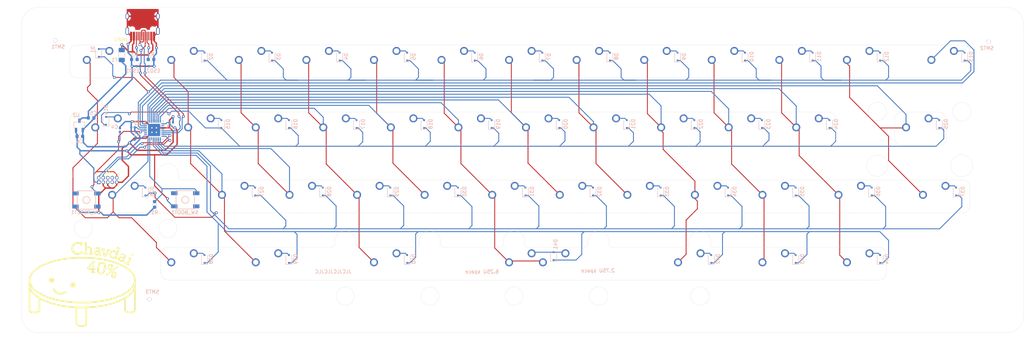
<source format=kicad_pcb>
(kicad_pcb (version 20171130) (host pcbnew "(5.1.4-0-10_14)")
  (layers (0 F.Cu signal) (31 B.Cu signal) (34 B.Paste user) (35 F.Paste user) (36 B.SilkS user) (37 F.SilkS user) (38 B.Mask user) (39 F.Mask user) (44 Edge.Cuts user))
  (net 0 "")
  (net 1 GND)
  (net 2 +3V3)
  (net 3 NRST)
  (net 4 "Net-(D1-Pad2)")
  (net 5 ROW0)
  (net 6 "Net-(D2-Pad2)")
  (net 7 "Net-(D3-Pad2)")
  (net 8 "Net-(D4-Pad2)")
  (net 9 "Net-(D5-Pad2)")
  (net 10 "Net-(D6-Pad2)")
  (net 11 "Net-(D7-Pad2)")
  (net 12 "Net-(D8-Pad2)")
  (net 13 "Net-(D9-Pad2)")
  (net 14 "Net-(D10-Pad2)")
  (net 15 "Net-(D11-Pad2)")
  (net 16 "Net-(D12-Pad2)")
  (net 17 "Net-(D13-Pad2)")
  (net 18 "Net-(D14-Pad2)")
  (net 19 ROW1)
  (net 20 "Net-(D15-Pad2)")
  (net 21 "Net-(D16-Pad2)")
  (net 22 "Net-(D17-Pad2)")
  (net 23 "Net-(D18-Pad2)")
  (net 24 "Net-(D19-Pad2)")
  (net 25 "Net-(D20-Pad2)")
  (net 26 "Net-(D21-Pad2)")
  (net 27 "Net-(D22-Pad2)")
  (net 28 "Net-(D23-Pad2)")
  (net 29 "Net-(D24-Pad2)")
  (net 30 "Net-(D25-Pad2)")
  (net 31 "Net-(D26-Pad2)")
  (net 32 ROW2)
  (net 33 "Net-(D27-Pad2)")
  (net 34 "Net-(D28-Pad2)")
  (net 35 "Net-(D29-Pad2)")
  (net 36 "Net-(D30-Pad2)")
  (net 37 "Net-(D31-Pad2)")
  (net 38 "Net-(D32-Pad2)")
  (net 39 "Net-(D33-Pad2)")
  (net 40 "Net-(D34-Pad2)")
  (net 41 "Net-(D35-Pad2)")
  (net 42 "Net-(D36-Pad2)")
  (net 43 "Net-(D37-Pad2)")
  (net 44 "Net-(D38-Pad2)")
  (net 45 ROW3)
  (net 46 "Net-(D39-Pad2)")
  (net 47 "Net-(D40-Pad2)")
  (net 48 "Net-(D41-Pad2)")
  (net 49 "Net-(D42-Pad2)")
  (net 50 "Net-(D43-Pad2)")
  (net 51 "Net-(D44-Pad2)")
  (net 52 D-)
  (net 53 D+)
  (net 54 "Net-(J1-Pad8)")
  (net 55 "Net-(J1-Pad7)")
  (net 56 "Net-(J1-Pad6)")
  (net 57 SWCLK)
  (net 58 SWDIO)
  (net 59 COL0)
  (net 60 COL1)
  (net 61 COL2)
  (net 62 COL3)
  (net 63 COL4)
  (net 64 COL5)
  (net 65 COL6)
  (net 66 COL7)
  (net 67 COL8)
  (net 68 COL9)
  (net 69 COL10)
  (net 70 COL11)
  (net 71 COL12)
  (net 72 "Net-(R1-Pad1)")
  (net 73 "Net-(R2-Pad1)")
  (net 74 "Net-(R3-Pad1)")
  (net 75 "Net-(USB1-Pad3)")
  (net 76 "Net-(USB1-Pad9)")
  (net 77 "Net-(F1-Pad2)")
  (net 78 "Net-(C5-Pad1)")
  (net 79 "Net-(U1-Pad2)")
  (net 80 "Net-(U1-Pad3)")
  (net 81 "Net-(U1-Pad18)")
  (net 82 "Net-(U1-Pad19)")
  (net 83 "Net-(U1-Pad20)")
  (net 84 "Net-(U1-Pad30)")
  (module MX_Only:MXOnly-2.25U-NoLED (layer F.Cu) (at 265.20775 48.514)
    (fp_text reference MX25)
    (fp_text value MX-NoLED)
    (pad "" np_thru_hole circle (at 11.90625 8.255) (size 3.9878 3.9878) (drill 3.9878) (layers *.Cu *.Mask))
    (pad "" np_thru_hole circle (at -11.90625 8.255) (size 3.9878 3.9878) (drill 3.9878) (layers *.Cu *.Mask))
    (pad "" np_thru_hole circle (at 11.90625 -6.985) (size 3.048 3.048) (drill 3.048) (layers *.Cu *.Mask))
    (pad "" np_thru_hole circle (at -11.90625 -6.985) (size 3.048 3.048) (drill 3.048) (layers *.Cu *.Mask))
    (pad "" np_thru_hole circle (at 5.08 0 48.0996) (size 1.75 1.75) (drill 1.75) (layers *.Cu *.Mask))
    (pad "" np_thru_hole circle (at -5.08 0 48.0996) (size 1.75 1.75) (drill 1.75) (layers *.Cu *.Mask))
    (pad 1 thru_hole circle (at -3.81 -2.54) (size 2.25 2.25) (drill 1.47) (layers *.Cu B.Mask) (net 70 COL11))
    (pad "" np_thru_hole circle (at 0 0) (size 3.9878 3.9878) (drill 3.9878) (layers *.Cu *.Mask))
    (pad 2 thru_hole circle (at 2.54 -5.08) (size 2.25 2.25) (drill 1.47) (layers *.Cu B.Mask) (net 30 "Net-(D25-Pad2)"))
  )
  (module Type-C:HRO-TYPE-C-31-M-12-HandSoldering (layer F.Cu) (at 46.13275 12.0015 180)
    (fp_text reference USB1 (at 5.93275 -9.1985) (layer F.SilkS))
    (fp_text value HRO-TYPE-C-31-M-12)
    (pad 13 thru_hole oval (at 4.32 -2.6 180) (size 1 1.6) (drill oval 0.6 1.2) (layers *.Cu B.Mask) (net 1 GND))
    (pad 13 thru_hole oval (at -4.32 -2.6 180) (size 1 1.6) (drill oval 0.6 1.2) (layers *.Cu B.Mask) (net 1 GND))
    (pad 13 thru_hole oval (at 4.32 -6.78 180) (size 1 2.1) (drill oval 0.6 1.7) (layers *.Cu B.Mask) (net 1 GND))
    (pad 13 thru_hole oval (at -4.32 -6.78 180) (size 1 2.1) (drill oval 0.6 1.7) (layers *.Cu B.Mask) (net 1 GND))
    (pad "" np_thru_hole circle (at -2.89 -6.25 180) (size 0.65 0.65) (drill 0.65) (layers *.Cu *.Mask))
    (pad "" np_thru_hole circle (at 2.89 -6.25 180) (size 0.65 0.65) (drill 0.65) (layers *.Cu *.Mask))
    (pad 6 smd rect (at -0.25 -8.195 180) (size 0.3 2.45) (layers F.Cu F.Paste F.Mask) (net 53 D+))
    (pad 7 smd rect (at 0.25 -8.195 180) (size 0.3 2.45) (layers F.Cu F.Paste F.Mask) (net 52 D-))
    (pad 8 smd rect (at 0.75 -8.195 180) (size 0.3 2.45) (layers F.Cu F.Paste F.Mask) (net 53 D+))
    (pad 5 smd rect (at -0.75 -8.195 180) (size 0.3 2.45) (layers F.Cu F.Paste F.Mask) (net 52 D-))
    (pad 9 smd rect (at 1.25 -8.195 180) (size 0.3 2.45) (layers F.Cu F.Paste F.Mask) (net 76 "Net-(USB1-Pad9)"))
    (pad 4 smd rect (at -1.25 -8.195 180) (size 0.3 2.45) (layers F.Cu F.Paste F.Mask) (net 73 "Net-(R2-Pad1)"))
    (pad 10 smd rect (at 1.75 -8.195 180) (size 0.3 2.45) (layers F.Cu F.Paste F.Mask) (net 74 "Net-(R3-Pad1)"))
    (pad 3 smd rect (at -1.75 -8.195 180) (size 0.3 2.45) (layers F.Cu F.Paste F.Mask) (net 75 "Net-(USB1-Pad3)"))
    (pad 2 smd rect (at -2.45 -8.195 180) (size 0.6 2.45) (layers F.Cu F.Paste F.Mask) (net 77 "Net-(F1-Pad2)"))
    (pad 11 smd rect (at 2.45 -8.195 180) (size 0.6 2.45) (layers F.Cu F.Paste F.Mask) (net 77 "Net-(F1-Pad2)"))
    (pad 1 smd rect (at -3.225 -8.195 180) (size 0.6 2.45) (layers F.Cu F.Paste F.Mask) (net 1 GND))
    (pad 12 smd rect (at 3.225 -8.195 180) (size 0.6 2.45) (layers F.Cu F.Paste F.Mask) (net 1 GND))
  )
  (module Type-C:logo2-small (layer F.Cu) (at 29.2 90.8)
    (fp_text reference logo1 hide)
    (fp_text value Chavdai40% hide)
  )
  (module Capacitor_SMD:C_0402_1005Metric (layer B.Cu) (at 39.751 46.7105 270)
    (fp_text reference C4 (at -0.8635 1.524 180) (layer B.SilkS) (effects (justify mirror)))
    (fp_text value 100nF)
    (pad 2 smd roundrect (at 0.485 0 270) (size 0.59 0.64) (layers B.Cu B.Paste B.Mask) (net 3 NRST))
    (pad 1 smd roundrect (at -0.485 0 270) (size 0.59 0.64) (layers B.Cu B.Paste B.Mask) (net 1 GND))
  )
  (module Capacitor_SMD:C_0402_1005Metric (layer B.Cu) (at 54.206 44.577)
    (fp_text reference C3 (at -0.358 1.27) (layer B.SilkS) (effects (justify mirror)))
    (fp_text value 100nF)
    (pad 2 smd roundrect (at 0.485 0) (size 0.59 0.64) (layers B.Cu B.Paste B.Mask) (net 1 GND))
    (pad 1 smd roundrect (at -0.485 0) (size 0.59 0.64) (layers B.Cu B.Paste B.Mask) (net 2 +3V3))
  )
  (module Capacitor_SMD:C_0402_1005Metric (layer B.Cu) (at 43.434 45.974 180)
    (fp_text reference C2 (at -1.143 1.143) (layer B.SilkS) (effects (justify mirror)))
    (fp_text value 100nF)
    (pad 2 smd roundrect (at 0.485 0 180) (size 0.59 0.64) (layers B.Cu B.Paste B.Mask) (net 1 GND))
    (pad 1 smd roundrect (at -0.485 0 180) (size 0.59 0.64) (layers B.Cu B.Paste B.Mask) (net 2 +3V3))
  )
  (module Capacitor_SMD:C_0402_1005Metric (layer B.Cu) (at 44.831 49.022 180)
    (fp_text reference C1 (at 0.3555 1.143) (layer B.SilkS) (effects (justify mirror)))
    (fp_text value 100nF)
    (pad 2 smd roundrect (at 0.485 0 180) (size 0.59 0.64) (layers B.Cu B.Paste B.Mask) (net 1 GND))
    (pad 1 smd roundrect (at -0.485 0 180) (size 0.59 0.64) (layers B.Cu B.Paste B.Mask) (net 2 +3V3))
  )
  (module Capacitor_SMD:C_0603_1608Metric (layer B.Cu) (at 28.448 48.514)
    (fp_text reference C6 (at 0 1.43) (layer B.SilkS) (effects (justify mirror)))
    (fp_text value 1uF)
    (pad 2 smd roundrect (at 0.7875 0) (size 0.875 0.95) (layers B.Cu B.Paste B.Mask) (net 1 GND))
    (pad 1 smd roundrect (at -0.7875 0) (size 0.875 0.95) (layers B.Cu B.Paste B.Mask) (net 2 +3V3))
  )
  (module Capacitor_SMD:C_0603_1608Metric (layer B.Cu) (at 31.623 43.307)
    (fp_text reference C5 (at 0.635 -1.397) (layer B.SilkS) (effects (justify mirror)))
    (fp_text value 1uF)
    (pad 2 smd roundrect (at 0.7875 0) (size 0.875 0.95) (layers B.Cu B.Paste B.Mask) (net 1 GND))
    (pad 1 smd roundrect (at -0.7875 0) (size 0.875 0.95) (layers B.Cu B.Paste B.Mask) (net 78 "Net-(C5-Pad1)"))
  )
  (module random-keyboard-parts:jlcpcb-tooling-hole (layer F.Cu) (at 48.006 94.488)
    (fp_text reference SMT3 (at 0.894 -2.088) (layer B.SilkS) (effects (justify mirror)))
    (fp_text value "Tooling Hole")
    (pad "" np_thru_hole circle (at 0 0) (size 1.153 1.153) (drill 1.152) (layers *.Cu *.Mask))
  )
  (module random-keyboard-parts:jlcpcb-tooling-hole (layer F.Cu) (at 284.734 21.717)
    (fp_text reference SMT2 (at -0.534 1.883) (layer B.SilkS) (effects (justify mirror)))
    (fp_text value "Tooling Hole")
    (pad "" np_thru_hole circle (at 0 0) (size 1.153 1.153) (drill 1.152) (layers *.Cu *.Mask))
  )
  (module random-keyboard-parts:jlcpcb-tooling-hole (layer F.Cu) (at 21.463 21.463)
    (fp_text reference SMT1 (at 0.837 1.737) (layer B.SilkS) (effects (justify mirror)))
    (fp_text value "Tooling Hole")
    (pad "" np_thru_hole circle (at 0 0) (size 1.153 1.153) (drill 1.152) (layers *.Cu *.Mask))
  )
  (module MX_Only:MXOnly-1U-NoLED (layer F.Cu) (at 91.3765 67.564)
    (fp_text reference MX28)
    (fp_text value MX-NoLED)
    (pad "" np_thru_hole circle (at 5.08 0 48.0996) (size 1.75 1.75) (drill 1.75) (layers *.Cu *.Mask))
    (pad "" np_thru_hole circle (at -5.08 0 48.0996) (size 1.75 1.75) (drill 1.75) (layers *.Cu *.Mask))
    (pad 1 thru_hole circle (at -3.81 -2.54) (size 2.25 2.25) (drill 1.47) (layers *.Cu B.Mask) (net 61 COL2))
    (pad "" np_thru_hole circle (at 0 0) (size 3.9878 3.9878) (drill 3.9878) (layers *.Cu *.Mask))
    (pad 2 thru_hole circle (at 2.54 -5.08) (size 2.25 2.25) (drill 1.47) (layers *.Cu B.Mask) (net 34 "Net-(D28-Pad2)"))
  )
  (module MX_Only:MXOnly-6.25U-ReversedStabilizers-NoLED (layer F.Cu) (at 153.289 86.614)
    (fp_text reference MX42)
    (fp_text value MX-NoLED)
    (pad 2 thru_hole circle (at 2.54 -5.08) (size 2.25 2.25) (drill 1.47) (layers *.Cu B.Mask) (net 48 "Net-(D41-Pad2)"))
    (pad "" np_thru_hole circle (at 0 0) (size 3.9878 3.9878) (drill 3.9878) (layers *.Cu *.Mask))
    (pad 1 thru_hole circle (at -3.81 -2.54) (size 2.25 2.25) (drill 1.47) (layers *.Cu B.Mask) (net 64 COL5))
    (pad "" np_thru_hole circle (at -5.08 0 48.0996) (size 1.75 1.75) (drill 1.75) (layers *.Cu *.Mask))
    (pad "" np_thru_hole circle (at 5.08 0 48.0996) (size 1.75 1.75) (drill 1.75) (layers *.Cu *.Mask))
    (pad "" np_thru_hole circle (at -49.9999 6.985) (size 3.048 3.048) (drill 3.048) (layers *.Cu *.Mask))
    (pad "" np_thru_hole circle (at 49.9999 6.985) (size 3.048 3.048) (drill 3.048) (layers *.Cu *.Mask))
    (pad "" np_thru_hole circle (at -49.9999 -8.255) (size 3.9878 3.9878) (drill 3.9878) (layers *.Cu *.Mask))
    (pad "" np_thru_hole circle (at 49.9999 -8.255) (size 3.9878 3.9878) (drill 3.9878) (layers *.Cu *.Mask))
  )
  (module MX_Only:MXOnly-2.75U-ReversedStabilizers-NoLED (layer F.Cu) (at 162.814 86.614)
    (fp_text reference MX41)
    (fp_text value MX-NoLED)
    (pad 2 thru_hole circle (at 2.54 -5.08) (size 2.25 2.25) (drill 1.47) (layers *.Cu B.Mask) (net 48 "Net-(D41-Pad2)"))
    (pad "" np_thru_hole circle (at 0 0) (size 3.9878 3.9878) (drill 3.9878) (layers *.Cu *.Mask))
    (pad 1 thru_hole circle (at -3.81 -2.54) (size 2.25 2.25) (drill 1.47) (layers *.Cu B.Mask) (net 64 COL5))
    (pad "" np_thru_hole circle (at -5.08 0 48.0996) (size 1.75 1.75) (drill 1.75) (layers *.Cu *.Mask))
    (pad "" np_thru_hole circle (at 5.08 0 48.0996) (size 1.75 1.75) (drill 1.75) (layers *.Cu *.Mask))
    (pad "" np_thru_hole circle (at -11.90625 6.985) (size 3.048 3.048) (drill 3.048) (layers *.Cu *.Mask))
    (pad "" np_thru_hole circle (at 11.90625 6.985) (size 3.048 3.048) (drill 3.048) (layers *.Cu *.Mask))
    (pad "" np_thru_hole circle (at -11.90625 -8.255) (size 3.9878 3.9878) (drill 3.9878) (layers *.Cu *.Mask))
    (pad "" np_thru_hole circle (at 11.90625 -8.255) (size 3.9878 3.9878) (drill 3.9878) (layers *.Cu *.Mask))
  )
  (module MX_Only:MXOnly-2.25U-ReversedStabilizers-NoLED (layer F.Cu) (at 115.189 86.614)
    (fp_text reference MX40)
    (fp_text value MX-NoLED)
    (pad 2 thru_hole circle (at 2.54 -5.08) (size 2.25 2.25) (drill 1.47) (layers *.Cu B.Mask) (net 47 "Net-(D40-Pad2)"))
    (pad "" np_thru_hole circle (at 0 0) (size 3.9878 3.9878) (drill 3.9878) (layers *.Cu *.Mask))
    (pad 1 thru_hole circle (at -3.81 -2.54) (size 2.25 2.25) (drill 1.47) (layers *.Cu B.Mask) (net 62 COL3))
    (pad "" np_thru_hole circle (at -5.08 0 48.0996) (size 1.75 1.75) (drill 1.75) (layers *.Cu *.Mask))
    (pad "" np_thru_hole circle (at 5.08 0 48.0996) (size 1.75 1.75) (drill 1.75) (layers *.Cu *.Mask))
    (pad "" np_thru_hole circle (at -11.90625 6.985) (size 3.048 3.048) (drill 3.048) (layers *.Cu *.Mask))
    (pad "" np_thru_hole circle (at 11.90625 6.985) (size 3.048 3.048) (drill 3.048) (layers *.Cu *.Mask))
    (pad "" np_thru_hole circle (at -11.90625 -8.255) (size 3.9878 3.9878) (drill 3.9878) (layers *.Cu *.Mask))
    (pad "" np_thru_hole circle (at 11.90625 -8.255) (size 3.9878 3.9878) (drill 3.9878) (layers *.Cu *.Mask))
  )
  (module MX_Only:MXOnly-2.25U-ReversedStabilizers-NoLED (layer F.Cu) (at 41.37025 67.564)
    (fp_text reference MX26)
    (fp_text value MX-NoLED)
    (pad 2 thru_hole circle (at 2.54 -5.08) (size 2.25 2.25) (drill 1.47) (layers *.Cu B.Mask) (net 31 "Net-(D26-Pad2)"))
    (pad "" np_thru_hole circle (at 0 0) (size 3.9878 3.9878) (drill 3.9878) (layers *.Cu *.Mask))
    (pad 1 thru_hole circle (at -3.81 -2.54) (size 2.25 2.25) (drill 1.47) (layers *.Cu B.Mask) (net 59 COL0))
    (pad "" np_thru_hole circle (at -5.08 0 48.0996) (size 1.75 1.75) (drill 1.75) (layers *.Cu *.Mask))
    (pad "" np_thru_hole circle (at 5.08 0 48.0996) (size 1.75 1.75) (drill 1.75) (layers *.Cu *.Mask))
    (pad "" np_thru_hole circle (at -11.90625 6.985) (size 3.048 3.048) (drill 3.048) (layers *.Cu *.Mask))
    (pad "" np_thru_hole circle (at 11.90625 6.985) (size 3.048 3.048) (drill 3.048) (layers *.Cu *.Mask))
    (pad "" np_thru_hole circle (at -11.90625 -8.255) (size 3.9878 3.9878) (drill 3.9878) (layers *.Cu *.Mask))
    (pad "" np_thru_hole circle (at 11.90625 -8.255) (size 3.9878 3.9878) (drill 3.9878) (layers *.Cu *.Mask))
  )
  (module random-keyboard-parts:SKQGADE010 (layer B.Cu) (at 30.301 66.476 180)
    (fp_text reference SW_RESET1 (at 0.202 -3.484 180) (layer B.SilkS) (effects (justify mirror)))
    (fp_text value TS-1187A-B-A-B)
    (pad 1 smd rect (at 3.1 -1.85 180) (size 1.8 1.1) (layers B.Cu B.Paste B.Mask) (net 1 GND))
    (pad 2 smd rect (at -3.1 1.85 180) (size 1.8 1.1) (layers B.Cu B.Paste B.Mask) (net 3 NRST))
    (pad 3 smd rect (at 3.1 1.85 180) (size 1.8 1.1) (layers B.Cu B.Paste B.Mask))
    (pad 4 smd rect (at -3.1 -1.85 180) (size 1.8 1.1) (layers B.Cu B.Paste B.Mask))
  )
  (module MX_Only:MXOnly-1.75U-NoLED (layer F.Cu) (at 36.60775 48.514)
    (fp_text reference MX14)
    (fp_text value MX-NoLED)
    (pad "" np_thru_hole circle (at 5.08 0 48.0996) (size 1.75 1.75) (drill 1.75) (layers *.Cu *.Mask))
    (pad "" np_thru_hole circle (at -5.08 0 48.0996) (size 1.75 1.75) (drill 1.75) (layers *.Cu *.Mask))
    (pad 1 thru_hole circle (at -3.81 -2.54) (size 2.25 2.25) (drill 1.47) (layers *.Cu B.Mask) (net 59 COL0))
    (pad "" np_thru_hole circle (at 0 0) (size 3.9878 3.9878) (drill 3.9878) (layers *.Cu *.Mask))
    (pad 2 thru_hole circle (at 2.54 -5.08) (size 2.25 2.25) (drill 1.47) (layers *.Cu B.Mask) (net 18 "Net-(D14-Pad2)"))
  )
  (module MX_Only:MXOnly-1.5U-NoLED (layer F.Cu) (at 34.2265 29.464)
    (fp_text reference MX1)
    (fp_text value MX-NoLED)
    (pad "" np_thru_hole circle (at 5.08 0 48.0996) (size 1.75 1.75) (drill 1.75) (layers *.Cu *.Mask))
    (pad "" np_thru_hole circle (at -5.08 0 48.0996) (size 1.75 1.75) (drill 1.75) (layers *.Cu *.Mask))
    (pad 1 thru_hole circle (at -3.81 -2.54) (size 2.25 2.25) (drill 1.47) (layers *.Cu B.Mask) (net 59 COL0))
    (pad "" np_thru_hole circle (at 0 0) (size 3.9878 3.9878) (drill 3.9878) (layers *.Cu *.Mask))
    (pad 2 thru_hole circle (at 2.54 -5.08) (size 2.25 2.25) (drill 1.47) (layers *.Cu B.Mask) (net 4 "Net-(D1-Pad2)"))
  )
  (module MX_Only:MXOnly-1U-NoLED (layer F.Cu) (at 62.8015 48.514)
    (fp_text reference MX15)
    (fp_text value MX-NoLED)
    (pad "" np_thru_hole circle (at 5.08 0 48.0996) (size 1.75 1.75) (drill 1.75) (layers *.Cu *.Mask))
    (pad "" np_thru_hole circle (at -5.08 0 48.0996) (size 1.75 1.75) (drill 1.75) (layers *.Cu *.Mask))
    (pad 1 thru_hole circle (at -3.81 -2.54) (size 2.25 2.25) (drill 1.47) (layers *.Cu B.Mask) (net 60 COL1))
    (pad "" np_thru_hole circle (at 0 0) (size 3.9878 3.9878) (drill 3.9878) (layers *.Cu *.Mask))
    (pad 2 thru_hole circle (at 2.54 -5.08) (size 2.25 2.25) (drill 1.47) (layers *.Cu B.Mask) (net 20 "Net-(D15-Pad2)"))
  )
  (module Diode_SMD:D_SOD-323F (layer B.Cu) (at 182.65775 45.03275 90)
    (fp_text reference D21 (at 0 1.85 90) (layer B.SilkS) (effects (justify mirror)))
    (fp_text value SOD-123)
    (pad 1 smd rect (at -1.1 0 90) (size 0.5 0.5) (layers B.Cu B.Paste B.Mask) (net 19 ROW1))
    (pad 2 smd rect (at 1.1 0 90) (size 0.5 0.5) (layers B.Cu B.Paste B.Mask) (net 26 "Net-(D21-Pad2)"))
  )
  (module Package_DFN_QFN:QFN-32-1EP_5x5mm_P0.5mm_EP3.45x3.45mm (layer B.Cu) (at 49.403 46.7115)
    (fp_text reference U1 (at 0 3.82) (layer B.SilkS) (effects (justify mirror)))
    (fp_text value STM32F042K6U6)
    (pad 33 smd roundrect (at 0 0) (size 3.45 3.45) (layers B.Cu B.Mask) (roundrect_rratio 0.072464) (net 1 GND))
    (pad 1 smd roundrect (at -2.4375 1.75) (size 0.875 0.25) (layers B.Cu B.Paste B.Mask) (net 2 +3V3))
    (pad 2 smd roundrect (at -2.4375 1.25) (size 0.875 0.25) (layers B.Cu B.Paste B.Mask) (net 79 "Net-(U1-Pad2)"))
    (pad 3 smd roundrect (at -2.4375 0.75) (size 0.875 0.25) (layers B.Cu B.Paste B.Mask) (net 80 "Net-(U1-Pad3)"))
    (pad 4 smd roundrect (at -2.4375 0.25) (size 0.875 0.25) (layers B.Cu B.Paste B.Mask) (net 3 NRST))
    (pad 5 smd roundrect (at -2.4375 -0.25) (size 0.875 0.25) (layers B.Cu B.Paste B.Mask) (net 2 +3V3))
    (pad 6 smd roundrect (at -2.4375 -0.75) (size 0.875 0.25) (layers B.Cu B.Paste B.Mask) (net 5 ROW0))
    (pad 7 smd roundrect (at -2.4375 -1.25) (size 0.875 0.25) (layers B.Cu B.Paste B.Mask) (net 71 COL12))
    (pad 8 smd roundrect (at -2.4375 -1.75) (size 0.875 0.25) (layers B.Cu B.Paste B.Mask) (net 70 COL11))
    (pad 9 smd roundrect (at -1.75 -2.4375) (size 0.25 0.875) (layers B.Cu B.Paste B.Mask) (net 69 COL10))
    (pad 10 smd roundrect (at -1.25 -2.4375) (size 0.25 0.875) (layers B.Cu B.Paste B.Mask) (net 68 COL9))
    (pad 11 smd roundrect (at -0.75 -2.4375) (size 0.25 0.875) (layers B.Cu B.Paste B.Mask) (net 67 COL8))
    (pad 12 smd roundrect (at -0.25 -2.4375) (size 0.25 0.875) (layers B.Cu B.Paste B.Mask) (net 66 COL7))
    (pad 13 smd roundrect (at 0.25 -2.4375) (size 0.25 0.875) (layers B.Cu B.Paste B.Mask) (net 65 COL6))
    (pad 14 smd roundrect (at 0.75 -2.4375) (size 0.25 0.875) (layers B.Cu B.Paste B.Mask) (net 64 COL5))
    (pad 15 smd roundrect (at 1.25 -2.4375) (size 0.25 0.875) (layers B.Cu B.Paste B.Mask) (net 63 COL4))
    (pad 16 smd roundrect (at 1.75 -2.4375) (size 0.25 0.875) (layers B.Cu B.Paste B.Mask) (net 62 COL3))
    (pad 17 smd roundrect (at 2.4375 -1.75) (size 0.875 0.25) (layers B.Cu B.Paste B.Mask) (net 2 +3V3))
    (pad 18 smd roundrect (at 2.4375 -1.25) (size 0.875 0.25) (layers B.Cu B.Paste B.Mask) (net 81 "Net-(U1-Pad18)"))
    (pad 19 smd roundrect (at 2.4375 -0.75) (size 0.875 0.25) (layers B.Cu B.Paste B.Mask) (net 82 "Net-(U1-Pad19)"))
    (pad 20 smd roundrect (at 2.4375 -0.25) (size 0.875 0.25) (layers B.Cu B.Paste B.Mask) (net 83 "Net-(U1-Pad20)"))
    (pad 21 smd roundrect (at 2.4375 0.25) (size 0.875 0.25) (layers B.Cu B.Paste B.Mask) (net 52 D-))
    (pad 22 smd roundrect (at 2.4375 0.75) (size 0.875 0.25) (layers B.Cu B.Paste B.Mask) (net 53 D+))
    (pad 23 smd roundrect (at 2.4375 1.25) (size 0.875 0.25) (layers B.Cu B.Paste B.Mask) (net 58 SWDIO))
    (pad 24 smd roundrect (at 2.4375 1.75) (size 0.875 0.25) (layers B.Cu B.Paste B.Mask) (net 57 SWCLK))
    (pad 25 smd roundrect (at 1.75 2.4375) (size 0.25 0.875) (layers B.Cu B.Paste B.Mask) (net 19 ROW1))
    (pad 26 smd roundrect (at 1.25 2.4375) (size 0.25 0.875) (layers B.Cu B.Paste B.Mask) (net 61 COL2))
    (pad 27 smd roundrect (at 0.75 2.4375) (size 0.25 0.875) (layers B.Cu B.Paste B.Mask) (net 60 COL1))
    (pad 28 smd roundrect (at 0.25 2.4375) (size 0.25 0.875) (layers B.Cu B.Paste B.Mask) (net 32 ROW2))
    (pad 29 smd roundrect (at -0.25 2.4375) (size 0.25 0.875) (layers B.Cu B.Paste B.Mask) (net 45 ROW3))
    (pad 30 smd roundrect (at -0.75 2.4375) (size 0.25 0.875) (layers B.Cu B.Paste B.Mask) (net 84 "Net-(U1-Pad30)"))
    (pad 31 smd roundrect (at -1.25 2.4375) (size 0.25 0.875) (layers B.Cu B.Paste B.Mask) (net 72 "Net-(R1-Pad1)"))
    (pad 32 smd roundrect (at -1.75 2.4375) (size 0.25 0.875) (layers B.Cu B.Paste B.Mask) (net 59 COL0))
  )
  (module MX_Only:MXOnly-1U-NoLED (layer F.Cu) (at 119.9515 48.514)
    (fp_text reference MX18)
    (fp_text value MX-NoLED)
    (pad "" np_thru_hole circle (at 5.08 0 48.0996) (size 1.75 1.75) (drill 1.75) (layers *.Cu *.Mask))
    (pad "" np_thru_hole circle (at -5.08 0 48.0996) (size 1.75 1.75) (drill 1.75) (layers *.Cu *.Mask))
    (pad 1 thru_hole circle (at -3.81 -2.54) (size 2.25 2.25) (drill 1.47) (layers *.Cu B.Mask) (net 63 COL4))
    (pad "" np_thru_hole circle (at 0 0) (size 3.9878 3.9878) (drill 3.9878) (layers *.Cu *.Mask))
    (pad 2 thru_hole circle (at 2.54 -5.08) (size 2.25 2.25) (drill 1.47) (layers *.Cu B.Mask) (net 23 "Net-(D18-Pad2)"))
  )
  (module MX_Only:MXOnly-1U-NoLED (layer F.Cu) (at 96.139 29.464)
    (fp_text reference MX4)
    (fp_text value MX-NoLED)
    (pad "" np_thru_hole circle (at 5.08 0 48.0996) (size 1.75 1.75) (drill 1.75) (layers *.Cu *.Mask))
    (pad "" np_thru_hole circle (at -5.08 0 48.0996) (size 1.75 1.75) (drill 1.75) (layers *.Cu *.Mask))
    (pad 1 thru_hole circle (at -3.81 -2.54) (size 2.25 2.25) (drill 1.47) (layers *.Cu B.Mask) (net 62 COL3))
    (pad "" np_thru_hole circle (at 0 0) (size 3.9878 3.9878) (drill 3.9878) (layers *.Cu *.Mask))
    (pad 2 thru_hole circle (at 2.54 -5.08) (size 2.25 2.25) (drill 1.47) (layers *.Cu B.Mask) (net 8 "Net-(D4-Pad2)"))
  )
  (module MX_Only:MXOnly-1U-NoLED (layer F.Cu) (at 77.089 29.464)
    (fp_text reference MX3)
    (fp_text value MX-NoLED)
    (pad "" np_thru_hole circle (at 5.08 0 48.0996) (size 1.75 1.75) (drill 1.75) (layers *.Cu *.Mask))
    (pad "" np_thru_hole circle (at -5.08 0 48.0996) (size 1.75 1.75) (drill 1.75) (layers *.Cu *.Mask))
    (pad 1 thru_hole circle (at -3.81 -2.54) (size 2.25 2.25) (drill 1.47) (layers *.Cu B.Mask) (net 61 COL2))
    (pad "" np_thru_hole circle (at 0 0) (size 3.9878 3.9878) (drill 3.9878) (layers *.Cu *.Mask))
    (pad 2 thru_hole circle (at 2.54 -5.08) (size 2.25 2.25) (drill 1.47) (layers *.Cu B.Mask) (net 7 "Net-(D3-Pad2)"))
  )
  (module MX_Only:MXOnly-1U-NoLED (layer F.Cu) (at 248.539 29.464)
    (fp_text reference MX12)
    (fp_text value MX-NoLED)
    (pad "" np_thru_hole circle (at 5.08 0 48.0996) (size 1.75 1.75) (drill 1.75) (layers *.Cu *.Mask))
    (pad "" np_thru_hole circle (at -5.08 0 48.0996) (size 1.75 1.75) (drill 1.75) (layers *.Cu *.Mask))
    (pad 1 thru_hole circle (at -3.81 -2.54) (size 2.25 2.25) (drill 1.47) (layers *.Cu B.Mask) (net 70 COL11))
    (pad "" np_thru_hole circle (at 0 0) (size 3.9878 3.9878) (drill 3.9878) (layers *.Cu *.Mask))
    (pad 2 thru_hole circle (at 2.54 -5.08) (size 2.25 2.25) (drill 1.47) (layers *.Cu B.Mask) (net 16 "Net-(D12-Pad2)"))
  )
  (module MX_Only:MXOnly-1.25U-NoLED (layer F.Cu) (at 200.914 86.614)
    (fp_text reference MX43)
    (fp_text value MX-NoLED)
    (pad "" np_thru_hole circle (at 5.08 0 48.0996) (size 1.75 1.75) (drill 1.75) (layers *.Cu *.Mask))
    (pad "" np_thru_hole circle (at -5.08 0 48.0996) (size 1.75 1.75) (drill 1.75) (layers *.Cu *.Mask))
    (pad 1 thru_hole circle (at -3.81 -2.54) (size 2.25 2.25) (drill 1.47) (layers *.Cu B.Mask) (net 67 COL8))
    (pad "" np_thru_hole circle (at 0 0) (size 3.9878 3.9878) (drill 3.9878) (layers *.Cu *.Mask))
    (pad 2 thru_hole circle (at 2.54 -5.08) (size 2.25 2.25) (drill 1.47) (layers *.Cu B.Mask) (net 49 "Net-(D42-Pad2)"))
  )
  (module Package_TO_SOT_SMD:TSOT-23 (layer B.Cu) (at 28.321 45.379 90)
    (fp_text reference U2 (at 2.834 -0.889 180) (layer B.SilkS) (effects (justify mirror)))
    (fp_text value XC6206P332MR)
    (pad 3 smd rect (at 1.31 0 90) (size 1.22 0.65) (layers B.Cu B.Paste B.Mask) (net 78 "Net-(C5-Pad1)"))
    (pad 2 smd rect (at -1.31 -0.95 90) (size 1.22 0.65) (layers B.Cu B.Paste B.Mask) (net 2 +3V3))
    (pad 1 smd rect (at -1.31 0.95 90) (size 1.22 0.65) (layers B.Cu B.Paste B.Mask) (net 1 GND))
  )
  (module random-keyboard-parts:SKQGADE010 (layer B.Cu) (at 58.166 66.421 180)
    (fp_text reference SW_BOOT1 (at 0.127 -3.556 180) (layer B.SilkS) (effects (justify mirror)))
    (fp_text value TS-1187A-B-A-B)
    (pad 1 smd rect (at 3.1 -1.85 180) (size 1.8 1.1) (layers B.Cu B.Paste B.Mask) (net 2 +3V3))
    (pad 2 smd rect (at -3.1 1.85 180) (size 1.8 1.1) (layers B.Cu B.Paste B.Mask) (net 72 "Net-(R1-Pad1)"))
    (pad 3 smd rect (at 3.1 1.85 180) (size 1.8 1.1) (layers B.Cu B.Paste B.Mask))
    (pad 4 smd rect (at -3.1 -1.85 180) (size 1.8 1.1) (layers B.Cu B.Paste B.Mask))
  )
  (module Resistor_SMD:R_0603_1608Metric (layer B.Cu) (at 43.815 26.797 180)
    (fp_text reference R3 (at 0 1.397) (layer B.SilkS) (effects (justify mirror)))
    (fp_text value 5.1k)
    (pad 1 smd roundrect (at -0.7875 0 180) (size 0.875 0.95) (layers B.Cu B.Paste B.Mask) (net 74 "Net-(R3-Pad1)"))
    (pad 2 smd roundrect (at 0.7875 0 180) (size 0.875 0.95) (layers B.Cu B.Paste B.Mask) (net 1 GND))
  )
  (module Resistor_SMD:R_0603_1608Metric (layer B.Cu) (at 49.53 67.7165 270)
    (fp_text reference R1 (at 2.2605 0 180) (layer B.SilkS) (effects (justify mirror)))
    (fp_text value 10k)
    (pad 1 smd roundrect (at -0.7875 0 270) (size 0.875 0.95) (layers B.Cu B.Paste B.Mask) (net 72 "Net-(R1-Pad1)"))
    (pad 2 smd roundrect (at 0.7875 0 270) (size 0.875 0.95) (layers B.Cu B.Paste B.Mask) (net 1 GND))
  )
  (module Resistor_SMD:R_0603_1608Metric (layer B.Cu) (at 48.514 26.797)
    (fp_text reference R2 (at 0 -1.397) (layer B.SilkS) (effects (justify mirror)))
    (fp_text value 5.1k)
    (pad 1 smd roundrect (at -0.7875 0) (size 0.875 0.95) (layers B.Cu B.Paste B.Mask) (net 73 "Net-(R2-Pad1)"))
    (pad 2 smd roundrect (at 0.7875 0) (size 0.875 0.95) (layers B.Cu B.Paste B.Mask) (net 1 GND))
  )
  (module MX_Only:MXOnly-1.25U-NoLED (layer F.Cu) (at 248.539 86.614)
    (fp_text reference MX45)
    (fp_text value MX-NoLED)
    (pad "" np_thru_hole circle (at 5.08 0 48.0996) (size 1.75 1.75) (drill 1.75) (layers *.Cu *.Mask))
    (pad "" np_thru_hole circle (at -5.08 0 48.0996) (size 1.75 1.75) (drill 1.75) (layers *.Cu *.Mask))
    (pad 1 thru_hole circle (at -3.81 -2.54) (size 2.25 2.25) (drill 1.47) (layers *.Cu B.Mask) (net 69 COL10))
    (pad "" np_thru_hole circle (at 0 0) (size 3.9878 3.9878) (drill 3.9878) (layers *.Cu *.Mask))
    (pad 2 thru_hole circle (at 2.54 -5.08) (size 2.25 2.25) (drill 1.47) (layers *.Cu B.Mask) (net 51 "Net-(D44-Pad2)"))
  )
  (module MX_Only:MXOnly-1.25U-NoLED (layer F.Cu) (at 224.7265 86.614)
    (fp_text reference MX44)
    (fp_text value MX-NoLED)
    (pad "" np_thru_hole circle (at 5.08 0 48.0996) (size 1.75 1.75) (drill 1.75) (layers *.Cu *.Mask))
    (pad "" np_thru_hole circle (at -5.08 0 48.0996) (size 1.75 1.75) (drill 1.75) (layers *.Cu *.Mask))
    (pad 1 thru_hole circle (at -3.81 -2.54) (size 2.25 2.25) (drill 1.47) (layers *.Cu B.Mask) (net 68 COL9))
    (pad "" np_thru_hole circle (at 0 0) (size 3.9878 3.9878) (drill 3.9878) (layers *.Cu *.Mask))
    (pad 2 thru_hole circle (at 2.54 -5.08) (size 2.25 2.25) (drill 1.47) (layers *.Cu B.Mask) (net 50 "Net-(D43-Pad2)"))
  )
  (module MX_Only:MXOnly-1.25U-NoLED (layer F.Cu) (at 81.8515 86.614)
    (fp_text reference MX39)
    (fp_text value MX-NoLED)
    (pad "" np_thru_hole circle (at 5.08 0 48.0996) (size 1.75 1.75) (drill 1.75) (layers *.Cu *.Mask))
    (pad "" np_thru_hole circle (at -5.08 0 48.0996) (size 1.75 1.75) (drill 1.75) (layers *.Cu *.Mask))
    (pad 1 thru_hole circle (at -3.81 -2.54) (size 2.25 2.25) (drill 1.47) (layers *.Cu B.Mask) (net 60 COL1))
    (pad "" np_thru_hole circle (at 0 0) (size 3.9878 3.9878) (drill 3.9878) (layers *.Cu *.Mask))
    (pad 2 thru_hole circle (at 2.54 -5.08) (size 2.25 2.25) (drill 1.47) (layers *.Cu B.Mask) (net 46 "Net-(D39-Pad2)"))
  )
  (module MX_Only:MXOnly-1.25U-NoLED (layer F.Cu) (at 58.039 86.614)
    (fp_text reference MX38)
    (fp_text value MX-NoLED)
    (pad "" np_thru_hole circle (at 5.08 0 48.0996) (size 1.75 1.75) (drill 1.75) (layers *.Cu *.Mask))
    (pad "" np_thru_hole circle (at -5.08 0 48.0996) (size 1.75 1.75) (drill 1.75) (layers *.Cu *.Mask))
    (pad 1 thru_hole circle (at -3.81 -2.54) (size 2.25 2.25) (drill 1.47) (layers *.Cu B.Mask) (net 59 COL0))
    (pad "" np_thru_hole circle (at 0 0) (size 3.9878 3.9878) (drill 3.9878) (layers *.Cu *.Mask))
    (pad 2 thru_hole circle (at 2.54 -5.08) (size 2.25 2.25) (drill 1.47) (layers *.Cu B.Mask) (net 44 "Net-(D38-Pad2)"))
  )
  (module MX_Only:MXOnly-1.25U-NoLED (layer F.Cu) (at 269.97025 67.564)
    (fp_text reference MX37)
    (fp_text value MX-NoLED)
    (pad "" np_thru_hole circle (at 5.08 0 48.0996) (size 1.75 1.75) (drill 1.75) (layers *.Cu *.Mask))
    (pad "" np_thru_hole circle (at -5.08 0 48.0996) (size 1.75 1.75) (drill 1.75) (layers *.Cu *.Mask))
    (pad 1 thru_hole circle (at -3.81 -2.54) (size 2.25 2.25) (drill 1.47) (layers *.Cu B.Mask) (net 70 COL11))
    (pad "" np_thru_hole circle (at 0 0) (size 3.9878 3.9878) (drill 3.9878) (layers *.Cu *.Mask))
    (pad 2 thru_hole circle (at 2.54 -5.08) (size 2.25 2.25) (drill 1.47) (layers *.Cu B.Mask) (net 43 "Net-(D37-Pad2)"))
  )
  (module MX_Only:MXOnly-1.25U-NoLED (layer F.Cu) (at 246.15775 67.564)
    (fp_text reference MX36)
    (fp_text value MX-NoLED)
    (pad "" np_thru_hole circle (at 5.08 0 48.0996) (size 1.75 1.75) (drill 1.75) (layers *.Cu *.Mask))
    (pad "" np_thru_hole circle (at -5.08 0 48.0996) (size 1.75 1.75) (drill 1.75) (layers *.Cu *.Mask))
    (pad 1 thru_hole circle (at -3.81 -2.54) (size 2.25 2.25) (drill 1.47) (layers *.Cu B.Mask) (net 69 COL10))
    (pad "" np_thru_hole circle (at 0 0) (size 3.9878 3.9878) (drill 3.9878) (layers *.Cu *.Mask))
    (pad 2 thru_hole circle (at 2.54 -5.08) (size 2.25 2.25) (drill 1.47) (layers *.Cu B.Mask) (net 42 "Net-(D36-Pad2)"))
  )
  (module MX_Only:MXOnly-1U-NoLED (layer F.Cu) (at 224.7265 67.564)
    (fp_text reference MX35)
    (fp_text value MX-NoLED)
    (pad "" np_thru_hole circle (at 5.08 0 48.0996) (size 1.75 1.75) (drill 1.75) (layers *.Cu *.Mask))
    (pad "" np_thru_hole circle (at -5.08 0 48.0996) (size 1.75 1.75) (drill 1.75) (layers *.Cu *.Mask))
    (pad 1 thru_hole circle (at -3.81 -2.54) (size 2.25 2.25) (drill 1.47) (layers *.Cu B.Mask) (net 68 COL9))
    (pad "" np_thru_hole circle (at 0 0) (size 3.9878 3.9878) (drill 3.9878) (layers *.Cu *.Mask))
    (pad 2 thru_hole circle (at 2.54 -5.08) (size 2.25 2.25) (drill 1.47) (layers *.Cu B.Mask) (net 41 "Net-(D35-Pad2)"))
  )
  (module MX_Only:MXOnly-1U-NoLED (layer F.Cu) (at 205.6765 67.564)
    (fp_text reference MX34)
    (fp_text value MX-NoLED)
    (pad "" np_thru_hole circle (at 5.08 0 48.0996) (size 1.75 1.75) (drill 1.75) (layers *.Cu *.Mask))
    (pad "" np_thru_hole circle (at -5.08 0 48.0996) (size 1.75 1.75) (drill 1.75) (layers *.Cu *.Mask))
    (pad 1 thru_hole circle (at -3.81 -2.54) (size 2.25 2.25) (drill 1.47) (layers *.Cu B.Mask) (net 67 COL8))
    (pad "" np_thru_hole circle (at 0 0) (size 3.9878 3.9878) (drill 3.9878) (layers *.Cu *.Mask))
    (pad 2 thru_hole circle (at 2.54 -5.08) (size 2.25 2.25) (drill 1.47) (layers *.Cu B.Mask) (net 40 "Net-(D34-Pad2)"))
  )
  (module MX_Only:MXOnly-1U-NoLED (layer F.Cu) (at 186.6265 67.564)
    (fp_text reference MX33)
    (fp_text value MX-NoLED)
    (pad "" np_thru_hole circle (at 5.08 0 48.0996) (size 1.75 1.75) (drill 1.75) (layers *.Cu *.Mask))
    (pad "" np_thru_hole circle (at -5.08 0 48.0996) (size 1.75 1.75) (drill 1.75) (layers *.Cu *.Mask))
    (pad 1 thru_hole circle (at -3.81 -2.54) (size 2.25 2.25) (drill 1.47) (layers *.Cu B.Mask) (net 66 COL7))
    (pad "" np_thru_hole circle (at 0 0) (size 3.9878 3.9878) (drill 3.9878) (layers *.Cu *.Mask))
    (pad 2 thru_hole circle (at 2.54 -5.08) (size 2.25 2.25) (drill 1.47) (layers *.Cu B.Mask) (net 39 "Net-(D33-Pad2)"))
  )
  (module MX_Only:MXOnly-1U-NoLED (layer F.Cu) (at 167.5765 67.564)
    (fp_text reference MX32)
    (fp_text value MX-NoLED)
    (pad "" np_thru_hole circle (at 5.08 0 48.0996) (size 1.75 1.75) (drill 1.75) (layers *.Cu *.Mask))
    (pad "" np_thru_hole circle (at -5.08 0 48.0996) (size 1.75 1.75) (drill 1.75) (layers *.Cu *.Mask))
    (pad 1 thru_hole circle (at -3.81 -2.54) (size 2.25 2.25) (drill 1.47) (layers *.Cu B.Mask) (net 65 COL6))
    (pad "" np_thru_hole circle (at 0 0) (size 3.9878 3.9878) (drill 3.9878) (layers *.Cu *.Mask))
    (pad 2 thru_hole circle (at 2.54 -5.08) (size 2.25 2.25) (drill 1.47) (layers *.Cu B.Mask) (net 38 "Net-(D32-Pad2)"))
  )
  (module MX_Only:MXOnly-1U-NoLED (layer F.Cu) (at 148.5265 67.564)
    (fp_text reference MX31)
    (fp_text value MX-NoLED)
    (pad "" np_thru_hole circle (at 5.08 0 48.0996) (size 1.75 1.75) (drill 1.75) (layers *.Cu *.Mask))
    (pad "" np_thru_hole circle (at -5.08 0 48.0996) (size 1.75 1.75) (drill 1.75) (layers *.Cu *.Mask))
    (pad 1 thru_hole circle (at -3.81 -2.54) (size 2.25 2.25) (drill 1.47) (layers *.Cu B.Mask) (net 64 COL5))
    (pad "" np_thru_hole circle (at 0 0) (size 3.9878 3.9878) (drill 3.9878) (layers *.Cu *.Mask))
    (pad 2 thru_hole circle (at 2.54 -5.08) (size 2.25 2.25) (drill 1.47) (layers *.Cu B.Mask) (net 37 "Net-(D31-Pad2)"))
  )
  (module MX_Only:MXOnly-1U-NoLED (layer F.Cu) (at 129.4765 67.564)
    (fp_text reference MX30)
    (fp_text value MX-NoLED)
    (pad "" np_thru_hole circle (at 5.08 0 48.0996) (size 1.75 1.75) (drill 1.75) (layers *.Cu *.Mask))
    (pad "" np_thru_hole circle (at -5.08 0 48.0996) (size 1.75 1.75) (drill 1.75) (layers *.Cu *.Mask))
    (pad 1 thru_hole circle (at -3.81 -2.54) (size 2.25 2.25) (drill 1.47) (layers *.Cu B.Mask) (net 63 COL4))
    (pad "" np_thru_hole circle (at 0 0) (size 3.9878 3.9878) (drill 3.9878) (layers *.Cu *.Mask))
    (pad 2 thru_hole circle (at 2.54 -5.08) (size 2.25 2.25) (drill 1.47) (layers *.Cu B.Mask) (net 36 "Net-(D30-Pad2)"))
  )
  (module MX_Only:MXOnly-1U-NoLED (layer F.Cu) (at 110.4265 67.564)
    (fp_text reference MX29)
    (fp_text value MX-NoLED)
    (pad "" np_thru_hole circle (at 5.08 0 48.0996) (size 1.75 1.75) (drill 1.75) (layers *.Cu *.Mask))
    (pad "" np_thru_hole circle (at -5.08 0 48.0996) (size 1.75 1.75) (drill 1.75) (layers *.Cu *.Mask))
    (pad 1 thru_hole circle (at -3.81 -2.54) (size 2.25 2.25) (drill 1.47) (layers *.Cu B.Mask) (net 62 COL3))
    (pad "" np_thru_hole circle (at 0 0) (size 3.9878 3.9878) (drill 3.9878) (layers *.Cu *.Mask))
    (pad 2 thru_hole circle (at 2.54 -5.08) (size 2.25 2.25) (drill 1.47) (layers *.Cu B.Mask) (net 35 "Net-(D29-Pad2)"))
  )
  (module MX_Only:MXOnly-1U-NoLED (layer F.Cu) (at 72.3265 67.564)
    (fp_text reference MX27)
    (fp_text value MX-NoLED)
    (pad "" np_thru_hole circle (at 5.08 0 48.0996) (size 1.75 1.75) (drill 1.75) (layers *.Cu *.Mask))
    (pad "" np_thru_hole circle (at -5.08 0 48.0996) (size 1.75 1.75) (drill 1.75) (layers *.Cu *.Mask))
    (pad 1 thru_hole circle (at -3.81 -2.54) (size 2.25 2.25) (drill 1.47) (layers *.Cu B.Mask) (net 60 COL1))
    (pad "" np_thru_hole circle (at 0 0) (size 3.9878 3.9878) (drill 3.9878) (layers *.Cu *.Mask))
    (pad 2 thru_hole circle (at 2.54 -5.08) (size 2.25 2.25) (drill 1.47) (layers *.Cu B.Mask) (net 33 "Net-(D27-Pad2)"))
  )
  (module MX_Only:MXOnly-1U-NoLED (layer F.Cu) (at 234.2515 48.514)
    (fp_text reference MX24)
    (fp_text value MX-NoLED)
    (pad "" np_thru_hole circle (at 5.08 0 48.0996) (size 1.75 1.75) (drill 1.75) (layers *.Cu *.Mask))
    (pad "" np_thru_hole circle (at -5.08 0 48.0996) (size 1.75 1.75) (drill 1.75) (layers *.Cu *.Mask))
    (pad 1 thru_hole circle (at -3.81 -2.54) (size 2.25 2.25) (drill 1.47) (layers *.Cu B.Mask) (net 69 COL10))
    (pad "" np_thru_hole circle (at 0 0) (size 3.9878 3.9878) (drill 3.9878) (layers *.Cu *.Mask))
    (pad 2 thru_hole circle (at 2.54 -5.08) (size 2.25 2.25) (drill 1.47) (layers *.Cu B.Mask) (net 29 "Net-(D24-Pad2)"))
  )
  (module MX_Only:MXOnly-1U-NoLED (layer F.Cu) (at 215.2015 48.514)
    (fp_text reference MX23)
    (fp_text value MX-NoLED)
    (pad "" np_thru_hole circle (at 5.08 0 48.0996) (size 1.75 1.75) (drill 1.75) (layers *.Cu *.Mask))
    (pad "" np_thru_hole circle (at -5.08 0 48.0996) (size 1.75 1.75) (drill 1.75) (layers *.Cu *.Mask))
    (pad 1 thru_hole circle (at -3.81 -2.54) (size 2.25 2.25) (drill 1.47) (layers *.Cu B.Mask) (net 68 COL9))
    (pad "" np_thru_hole circle (at 0 0) (size 3.9878 3.9878) (drill 3.9878) (layers *.Cu *.Mask))
    (pad 2 thru_hole circle (at 2.54 -5.08) (size 2.25 2.25) (drill 1.47) (layers *.Cu B.Mask) (net 28 "Net-(D23-Pad2)"))
  )
  (module MX_Only:MXOnly-1U-NoLED (layer F.Cu) (at 196.1515 48.514)
    (fp_text reference MX22)
    (fp_text value MX-NoLED)
    (pad "" np_thru_hole circle (at 5.08 0 48.0996) (size 1.75 1.75) (drill 1.75) (layers *.Cu *.Mask))
    (pad "" np_thru_hole circle (at -5.08 0 48.0996) (size 1.75 1.75) (drill 1.75) (layers *.Cu *.Mask))
    (pad 1 thru_hole circle (at -3.81 -2.54) (size 2.25 2.25) (drill 1.47) (layers *.Cu B.Mask) (net 67 COL8))
    (pad "" np_thru_hole circle (at 0 0) (size 3.9878 3.9878) (drill 3.9878) (layers *.Cu *.Mask))
    (pad 2 thru_hole circle (at 2.54 -5.08) (size 2.25 2.25) (drill 1.47) (layers *.Cu B.Mask) (net 27 "Net-(D22-Pad2)"))
  )
  (module MX_Only:MXOnly-1U-NoLED (layer F.Cu) (at 177.1015 48.514)
    (fp_text reference MX21)
    (fp_text value MX-NoLED)
    (pad "" np_thru_hole circle (at 5.08 0 48.0996) (size 1.75 1.75) (drill 1.75) (layers *.Cu *.Mask))
    (pad "" np_thru_hole circle (at -5.08 0 48.0996) (size 1.75 1.75) (drill 1.75) (layers *.Cu *.Mask))
    (pad 1 thru_hole circle (at -3.81 -2.54) (size 2.25 2.25) (drill 1.47) (layers *.Cu B.Mask) (net 66 COL7))
    (pad "" np_thru_hole circle (at 0 0) (size 3.9878 3.9878) (drill 3.9878) (layers *.Cu *.Mask))
    (pad 2 thru_hole circle (at 2.54 -5.08) (size 2.25 2.25) (drill 1.47) (layers *.Cu B.Mask) (net 26 "Net-(D21-Pad2)"))
  )
  (module MX_Only:MXOnly-1U-NoLED (layer F.Cu) (at 158.0515 48.514)
    (fp_text reference MX20)
    (fp_text value MX-NoLED)
    (pad "" np_thru_hole circle (at 5.08 0 48.0996) (size 1.75 1.75) (drill 1.75) (layers *.Cu *.Mask))
    (pad "" np_thru_hole circle (at -5.08 0 48.0996) (size 1.75 1.75) (drill 1.75) (layers *.Cu *.Mask))
    (pad 1 thru_hole circle (at -3.81 -2.54) (size 2.25 2.25) (drill 1.47) (layers *.Cu B.Mask) (net 65 COL6))
    (pad "" np_thru_hole circle (at 0 0) (size 3.9878 3.9878) (drill 3.9878) (layers *.Cu *.Mask))
    (pad 2 thru_hole circle (at 2.54 -5.08) (size 2.25 2.25) (drill 1.47) (layers *.Cu B.Mask) (net 25 "Net-(D20-Pad2)"))
  )
  (module MX_Only:MXOnly-1U-NoLED (layer F.Cu) (at 139.0015 48.514)
    (fp_text reference MX19)
    (fp_text value MX-NoLED)
    (pad "" np_thru_hole circle (at 5.08 0 48.0996) (size 1.75 1.75) (drill 1.75) (layers *.Cu *.Mask))
    (pad "" np_thru_hole circle (at -5.08 0 48.0996) (size 1.75 1.75) (drill 1.75) (layers *.Cu *.Mask))
    (pad 1 thru_hole circle (at -3.81 -2.54) (size 2.25 2.25) (drill 1.47) (layers *.Cu B.Mask) (net 64 COL5))
    (pad "" np_thru_hole circle (at 0 0) (size 3.9878 3.9878) (drill 3.9878) (layers *.Cu *.Mask))
    (pad 2 thru_hole circle (at 2.54 -5.08) (size 2.25 2.25) (drill 1.47) (layers *.Cu B.Mask) (net 24 "Net-(D19-Pad2)"))
  )
  (module MX_Only:MXOnly-1U-NoLED (layer F.Cu) (at 100.9015 48.514)
    (fp_text reference MX17)
    (fp_text value MX-NoLED)
    (pad "" np_thru_hole circle (at 5.08 0 48.0996) (size 1.75 1.75) (drill 1.75) (layers *.Cu *.Mask))
    (pad "" np_thru_hole circle (at -5.08 0 48.0996) (size 1.75 1.75) (drill 1.75) (layers *.Cu *.Mask))
    (pad 1 thru_hole circle (at -3.81 -2.54) (size 2.25 2.25) (drill 1.47) (layers *.Cu B.Mask) (net 62 COL3))
    (pad "" np_thru_hole circle (at 0 0) (size 3.9878 3.9878) (drill 3.9878) (layers *.Cu *.Mask))
    (pad 2 thru_hole circle (at 2.54 -5.08) (size 2.25 2.25) (drill 1.47) (layers *.Cu B.Mask) (net 22 "Net-(D17-Pad2)"))
  )
  (module MX_Only:MXOnly-1U-NoLED (layer F.Cu) (at 81.8515 48.514)
    (fp_text reference MX16)
    (fp_text value MX-NoLED)
    (pad "" np_thru_hole circle (at 5.08 0 48.0996) (size 1.75 1.75) (drill 1.75) (layers *.Cu *.Mask))
    (pad "" np_thru_hole circle (at -5.08 0 48.0996) (size 1.75 1.75) (drill 1.75) (layers *.Cu *.Mask))
    (pad 1 thru_hole circle (at -3.81 -2.54) (size 2.25 2.25) (drill 1.47) (layers *.Cu B.Mask) (net 61 COL2))
    (pad "" np_thru_hole circle (at 0 0) (size 3.9878 3.9878) (drill 3.9878) (layers *.Cu *.Mask))
    (pad 2 thru_hole circle (at 2.54 -5.08) (size 2.25 2.25) (drill 1.47) (layers *.Cu B.Mask) (net 21 "Net-(D16-Pad2)"))
  )
  (module MX_Only:MXOnly-1.5U-NoLED (layer F.Cu) (at 272.3515 29.464)
    (fp_text reference MX13)
    (fp_text value MX-NoLED)
    (pad "" np_thru_hole circle (at 5.08 0 48.0996) (size 1.75 1.75) (drill 1.75) (layers *.Cu *.Mask))
    (pad "" np_thru_hole circle (at -5.08 0 48.0996) (size 1.75 1.75) (drill 1.75) (layers *.Cu *.Mask))
    (pad 1 thru_hole circle (at -3.81 -2.54) (size 2.25 2.25) (drill 1.47) (layers *.Cu B.Mask) (net 71 COL12))
    (pad "" np_thru_hole circle (at 0 0) (size 3.9878 3.9878) (drill 3.9878) (layers *.Cu *.Mask))
    (pad 2 thru_hole circle (at 2.54 -5.08) (size 2.25 2.25) (drill 1.47) (layers *.Cu B.Mask) (net 17 "Net-(D13-Pad2)"))
  )
  (module MX_Only:MXOnly-1U-NoLED (layer F.Cu) (at 229.489 29.464)
    (fp_text reference MX11)
    (fp_text value MX-NoLED)
    (pad "" np_thru_hole circle (at 5.08 0 48.0996) (size 1.75 1.75) (drill 1.75) (layers *.Cu *.Mask))
    (pad "" np_thru_hole circle (at -5.08 0 48.0996) (size 1.75 1.75) (drill 1.75) (layers *.Cu *.Mask))
    (pad 1 thru_hole circle (at -3.81 -2.54) (size 2.25 2.25) (drill 1.47) (layers *.Cu B.Mask) (net 69 COL10))
    (pad "" np_thru_hole circle (at 0 0) (size 3.9878 3.9878) (drill 3.9878) (layers *.Cu *.Mask))
    (pad 2 thru_hole circle (at 2.54 -5.08) (size 2.25 2.25) (drill 1.47) (layers *.Cu B.Mask) (net 15 "Net-(D11-Pad2)"))
  )
  (module MX_Only:MXOnly-1U-NoLED (layer F.Cu) (at 210.439 29.464)
    (fp_text reference MX10)
    (fp_text value MX-NoLED)
    (pad "" np_thru_hole circle (at 5.08 0 48.0996) (size 1.75 1.75) (drill 1.75) (layers *.Cu *.Mask))
    (pad "" np_thru_hole circle (at -5.08 0 48.0996) (size 1.75 1.75) (drill 1.75) (layers *.Cu *.Mask))
    (pad 1 thru_hole circle (at -3.81 -2.54) (size 2.25 2.25) (drill 1.47) (layers *.Cu B.Mask) (net 68 COL9))
    (pad "" np_thru_hole circle (at 0 0) (size 3.9878 3.9878) (drill 3.9878) (layers *.Cu *.Mask))
    (pad 2 thru_hole circle (at 2.54 -5.08) (size 2.25 2.25) (drill 1.47) (layers *.Cu B.Mask) (net 14 "Net-(D10-Pad2)"))
  )
  (module MX_Only:MXOnly-1U-NoLED (layer F.Cu) (at 191.389 29.464)
    (fp_text reference MX9)
    (fp_text value MX-NoLED)
    (pad "" np_thru_hole circle (at 5.08 0 48.0996) (size 1.75 1.75) (drill 1.75) (layers *.Cu *.Mask))
    (pad "" np_thru_hole circle (at -5.08 0 48.0996) (size 1.75 1.75) (drill 1.75) (layers *.Cu *.Mask))
    (pad 1 thru_hole circle (at -3.81 -2.54) (size 2.25 2.25) (drill 1.47) (layers *.Cu B.Mask) (net 67 COL8))
    (pad "" np_thru_hole circle (at 0 0) (size 3.9878 3.9878) (drill 3.9878) (layers *.Cu *.Mask))
    (pad 2 thru_hole circle (at 2.54 -5.08) (size 2.25 2.25) (drill 1.47) (layers *.Cu B.Mask) (net 13 "Net-(D9-Pad2)"))
  )
  (module MX_Only:MXOnly-1U-NoLED (layer F.Cu) (at 172.339 29.464)
    (fp_text reference MX8)
    (fp_text value MX-NoLED)
    (pad "" np_thru_hole circle (at 5.08 0 48.0996) (size 1.75 1.75) (drill 1.75) (layers *.Cu *.Mask))
    (pad "" np_thru_hole circle (at -5.08 0 48.0996) (size 1.75 1.75) (drill 1.75) (layers *.Cu *.Mask))
    (pad 1 thru_hole circle (at -3.81 -2.54) (size 2.25 2.25) (drill 1.47) (layers *.Cu B.Mask) (net 66 COL7))
    (pad "" np_thru_hole circle (at 0 0) (size 3.9878 3.9878) (drill 3.9878) (layers *.Cu *.Mask))
    (pad 2 thru_hole circle (at 2.54 -5.08) (size 2.25 2.25) (drill 1.47) (layers *.Cu B.Mask) (net 12 "Net-(D8-Pad2)"))
  )
  (module MX_Only:MXOnly-1U-NoLED (layer F.Cu) (at 153.289 29.464)
    (fp_text reference MX7)
    (fp_text value MX-NoLED)
    (pad "" np_thru_hole circle (at 5.08 0 48.0996) (size 1.75 1.75) (drill 1.75) (layers *.Cu *.Mask))
    (pad "" np_thru_hole circle (at -5.08 0 48.0996) (size 1.75 1.75) (drill 1.75) (layers *.Cu *.Mask))
    (pad 1 thru_hole circle (at -3.81 -2.54) (size 2.25 2.25) (drill 1.47) (layers *.Cu B.Mask) (net 65 COL6))
    (pad "" np_thru_hole circle (at 0 0) (size 3.9878 3.9878) (drill 3.9878) (layers *.Cu *.Mask))
    (pad 2 thru_hole circle (at 2.54 -5.08) (size 2.25 2.25) (drill 1.47) (layers *.Cu B.Mask) (net 11 "Net-(D7-Pad2)"))
  )
  (module MX_Only:MXOnly-1U-NoLED (layer F.Cu) (at 134.239 29.464)
    (fp_text reference MX6)
    (fp_text value MX-NoLED)
    (pad "" np_thru_hole circle (at 5.08 0 48.0996) (size 1.75 1.75) (drill 1.75) (layers *.Cu *.Mask))
    (pad "" np_thru_hole circle (at -5.08 0 48.0996) (size 1.75 1.75) (drill 1.75) (layers *.Cu *.Mask))
    (pad 1 thru_hole circle (at -3.81 -2.54) (size 2.25 2.25) (drill 1.47) (layers *.Cu B.Mask) (net 64 COL5))
    (pad "" np_thru_hole circle (at 0 0) (size 3.9878 3.9878) (drill 3.9878) (layers *.Cu *.Mask))
    (pad 2 thru_hole circle (at 2.54 -5.08) (size 2.25 2.25) (drill 1.47) (layers *.Cu B.Mask) (net 10 "Net-(D6-Pad2)"))
  )
  (module MX_Only:MXOnly-1U-NoLED (layer F.Cu) (at 115.189 29.464)
    (fp_text reference MX5)
    (fp_text value MX-NoLED)
    (pad "" np_thru_hole circle (at 5.08 0 48.0996) (size 1.75 1.75) (drill 1.75) (layers *.Cu *.Mask))
    (pad "" np_thru_hole circle (at -5.08 0 48.0996) (size 1.75 1.75) (drill 1.75) (layers *.Cu *.Mask))
    (pad 1 thru_hole circle (at -3.81 -2.54) (size 2.25 2.25) (drill 1.47) (layers *.Cu B.Mask) (net 63 COL4))
    (pad "" np_thru_hole circle (at 0 0) (size 3.9878 3.9878) (drill 3.9878) (layers *.Cu *.Mask))
    (pad 2 thru_hole circle (at 2.54 -5.08) (size 2.25 2.25) (drill 1.47) (layers *.Cu B.Mask) (net 9 "Net-(D5-Pad2)"))
  )
  (module MX_Only:MXOnly-1U-NoLED (layer F.Cu) (at 58.039 29.464)
    (fp_text reference MX2)
    (fp_text value MX-NoLED)
    (pad "" np_thru_hole circle (at 5.08 0 48.0996) (size 1.75 1.75) (drill 1.75) (layers *.Cu *.Mask))
    (pad "" np_thru_hole circle (at -5.08 0 48.0996) (size 1.75 1.75) (drill 1.75) (layers *.Cu *.Mask))
    (pad 1 thru_hole circle (at -3.81 -2.54) (size 2.25 2.25) (drill 1.47) (layers *.Cu B.Mask) (net 60 COL1))
    (pad "" np_thru_hole circle (at 0 0) (size 3.9878 3.9878) (drill 3.9878) (layers *.Cu *.Mask))
    (pad 2 thru_hole circle (at 2.54 -5.08) (size 2.25 2.25) (drill 1.47) (layers *.Cu B.Mask) (net 6 "Net-(D2-Pad2)"))
  )
  (module Connector_PinHeader_1.27mm:PinHeader_2x05_P1.27mm_Vertical (layer F.Cu) (at 33.782 61.468 90)
    (fp_text reference J1 (at 3.175 2.54 180) (layer F.SilkS))
    (fp_text value Conn_ARM_JTAG_SWD_10)
    (pad 1 thru_hole rect (at 0 0 90) (size 1 1) (drill 0.65) (layers *.Cu *.Mask) (net 2 +3V3))
    (pad 2 thru_hole oval (at 1.27 0 90) (size 1 1) (drill 0.65) (layers *.Cu *.Mask) (net 58 SWDIO))
    (pad 3 thru_hole oval (at 0 1.27 90) (size 1 1) (drill 0.65) (layers *.Cu *.Mask) (net 1 GND))
    (pad 4 thru_hole oval (at 1.27 1.27 90) (size 1 1) (drill 0.65) (layers *.Cu *.Mask) (net 57 SWCLK))
    (pad 5 thru_hole oval (at 0 2.54 90) (size 1 1) (drill 0.65) (layers *.Cu *.Mask) (net 1 GND))
    (pad 6 thru_hole oval (at 1.27 2.54 90) (size 1 1) (drill 0.65) (layers *.Cu *.Mask) (net 56 "Net-(J1-Pad6)"))
    (pad 7 thru_hole oval (at 0 3.81 90) (size 1 1) (drill 0.65) (layers *.Cu *.Mask) (net 55 "Net-(J1-Pad7)"))
    (pad 8 thru_hole oval (at 1.27 3.81 90) (size 1 1) (drill 0.65) (layers *.Cu *.Mask) (net 54 "Net-(J1-Pad8)"))
    (pad 9 thru_hole oval (at 0 5.08 90) (size 1 1) (drill 0.65) (layers *.Cu *.Mask) (net 1 GND))
    (pad 10 thru_hole oval (at 1.27 5.08 90) (size 1 1) (drill 0.65) (layers *.Cu *.Mask) (net 3 NRST))
  )
  (module Fuse:Fuse_1206_3216Metric (layer B.Cu) (at 40.259 25.53 90)
    (fp_text reference F1 (at -1.394 -2.032 180) (layer B.SilkS) (effects (justify mirror)))
    (fp_text value nSMD025)
    (pad 1 smd roundrect (at -1.4 0 90) (size 1.25 1.75) (layers B.Cu B.Paste B.Mask) (roundrect_rratio 0.2) (net 78 "Net-(C5-Pad1)"))
    (pad 2 smd roundrect (at 1.4 0 90) (size 1.25 1.75) (layers B.Cu B.Paste B.Mask) (roundrect_rratio 0.2) (net 77 "Net-(F1-Pad2)"))
  )
  (module Diode_SMD:D_0402_1005Metric (layer B.Cu) (at 47.371 28.702 180)
    (fp_text reference ESD2 (at -1.778 -1.27 180) (layer B.SilkS) (effects (justify mirror)))
    (fp_text value ESDAXLC6-1BT2)
    (pad 1 smd roundrect (at -0.485 0 180) (size 0.59 0.64) (layers B.Cu B.Paste B.Mask) (net 1 GND))
    (pad 2 smd roundrect (at 0.485 0 180) (size 0.59 0.64) (layers B.Cu B.Paste B.Mask) (net 53 D+))
  )
  (module Diode_SMD:D_0402_1005Metric (layer B.Cu) (at 44.958 28.702 180)
    (fp_text reference ESD1 (at 1.651 -1.27) (layer B.SilkS) (effects (justify mirror)))
    (fp_text value ESDAXLC6-1BT2)
    (pad 1 smd roundrect (at -0.485 0 180) (size 0.59 0.64) (layers B.Cu B.Paste B.Mask) (net 52 D-))
    (pad 2 smd roundrect (at 0.485 0 180) (size 0.59 0.64) (layers B.Cu B.Paste B.Mask) (net 1 GND))
  )
  (module Diode_SMD:D_SOD-323F (layer B.Cu) (at 254.09525 83.13275 90)
    (fp_text reference D44 (at 0 1.85 90) (layer B.SilkS) (effects (justify mirror)))
    (fp_text value SOD-123)
    (pad 1 smd rect (at -1.1 0 90) (size 0.5 0.5) (layers B.Cu B.Paste B.Mask) (net 45 ROW3))
    (pad 2 smd rect (at 1.1 0 90) (size 0.5 0.5) (layers B.Cu B.Paste B.Mask) (net 51 "Net-(D44-Pad2)"))
  )
  (module Diode_SMD:D_SOD-323F (layer B.Cu) (at 230.28275 83.13275 90)
    (fp_text reference D43 (at 0 1.85 90) (layer B.SilkS) (effects (justify mirror)))
    (fp_text value SOD-123)
    (pad 1 smd rect (at -1.1 0 90) (size 0.5 0.5) (layers B.Cu B.Paste B.Mask) (net 45 ROW3))
    (pad 2 smd rect (at 1.1 0 90) (size 0.5 0.5) (layers B.Cu B.Paste B.Mask) (net 50 "Net-(D43-Pad2)"))
  )
  (module Diode_SMD:D_SOD-323F (layer B.Cu) (at 206.47025 83.13275 90)
    (fp_text reference D42 (at 0 1.85 90) (layer B.SilkS) (effects (justify mirror)))
    (fp_text value SOD-123)
    (pad 1 smd rect (at -1.1 0 90) (size 0.5 0.5) (layers B.Cu B.Paste B.Mask) (net 45 ROW3))
    (pad 2 smd rect (at 1.1 0 90) (size 0.5 0.5) (layers B.Cu B.Paste B.Mask) (net 49 "Net-(D42-Pad2)"))
  )
  (module Diode_SMD:D_SOD-323F (layer B.Cu) (at 162.02025 82.32775 90)
    (fp_text reference D41 (at 3.33375 0.53975 90) (layer B.SilkS) (effects (justify mirror)))
    (fp_text value SOD-123)
    (pad 1 smd rect (at -1.1 0 90) (size 0.5 0.5) (layers B.Cu B.Paste B.Mask) (net 45 ROW3))
    (pad 2 smd rect (at 1.1 0 90) (size 0.5 0.5) (layers B.Cu B.Paste B.Mask) (net 48 "Net-(D41-Pad2)"))
  )
  (module Diode_SMD:D_SOD-323F (layer B.Cu) (at 120.74525 83.13275 90)
    (fp_text reference D40 (at 0 1.85 90) (layer B.SilkS) (effects (justify mirror)))
    (fp_text value SOD-123)
    (pad 1 smd rect (at -1.1 0 90) (size 0.5 0.5) (layers B.Cu B.Paste B.Mask) (net 45 ROW3))
    (pad 2 smd rect (at 1.1 0 90) (size 0.5 0.5) (layers B.Cu B.Paste B.Mask) (net 47 "Net-(D40-Pad2)"))
  )
  (module Diode_SMD:D_SOD-323F (layer B.Cu) (at 87.40775 83.13275 90)
    (fp_text reference D39 (at 0 1.85 90) (layer B.SilkS) (effects (justify mirror)))
    (fp_text value SOD-123)
    (pad 1 smd rect (at -1.1 0 90) (size 0.5 0.5) (layers B.Cu B.Paste B.Mask) (net 45 ROW3))
    (pad 2 smd rect (at 1.1 0 90) (size 0.5 0.5) (layers B.Cu B.Paste B.Mask) (net 46 "Net-(D39-Pad2)"))
  )
  (module Diode_SMD:D_SOD-323F (layer B.Cu) (at 63.59525 83.13275 90)
    (fp_text reference D38 (at 0 1.85 90) (layer B.SilkS) (effects (justify mirror)))
    (fp_text value SOD-123)
    (pad 1 smd rect (at -1.1 0 90) (size 0.5 0.5) (layers B.Cu B.Paste B.Mask) (net 45 ROW3))
    (pad 2 smd rect (at 1.1 0 90) (size 0.5 0.5) (layers B.Cu B.Paste B.Mask) (net 44 "Net-(D38-Pad2)"))
  )
  (module Diode_SMD:D_SOD-323F (layer B.Cu) (at 275.5265 64.08275 90)
    (fp_text reference D37 (at 0 1.85 90) (layer B.SilkS) (effects (justify mirror)))
    (fp_text value SOD-123)
    (pad 1 smd rect (at -1.1 0 90) (size 0.5 0.5) (layers B.Cu B.Paste B.Mask) (net 32 ROW2))
    (pad 2 smd rect (at 1.1 0 90) (size 0.5 0.5) (layers B.Cu B.Paste B.Mask) (net 43 "Net-(D37-Pad2)"))
  )
  (module Diode_SMD:D_SOD-323F (layer B.Cu) (at 251.714 64.08275 90)
    (fp_text reference D36 (at 0 1.85 90) (layer B.SilkS) (effects (justify mirror)))
    (fp_text value SOD-123)
    (pad 1 smd rect (at -1.1 0 90) (size 0.5 0.5) (layers B.Cu B.Paste B.Mask) (net 32 ROW2))
    (pad 2 smd rect (at 1.1 0 90) (size 0.5 0.5) (layers B.Cu B.Paste B.Mask) (net 42 "Net-(D36-Pad2)"))
  )
  (module Diode_SMD:D_SOD-323F (layer B.Cu) (at 230.28275 64.08275 90)
    (fp_text reference D35 (at 0 1.85 90) (layer B.SilkS) (effects (justify mirror)))
    (fp_text value SOD-123)
    (pad 1 smd rect (at -1.1 0 90) (size 0.5 0.5) (layers B.Cu B.Paste B.Mask) (net 32 ROW2))
    (pad 2 smd rect (at 1.1 0 90) (size 0.5 0.5) (layers B.Cu B.Paste B.Mask) (net 41 "Net-(D35-Pad2)"))
  )
  (module Diode_SMD:D_SOD-323F (layer B.Cu) (at 211.23275 64.08275 90)
    (fp_text reference D34 (at 0 1.85 90) (layer B.SilkS) (effects (justify mirror)))
    (fp_text value SOD-123)
    (pad 1 smd rect (at -1.1 0 90) (size 0.5 0.5) (layers B.Cu B.Paste B.Mask) (net 32 ROW2))
    (pad 2 smd rect (at 1.1 0 90) (size 0.5 0.5) (layers B.Cu B.Paste B.Mask) (net 40 "Net-(D34-Pad2)"))
  )
  (module Diode_SMD:D_SOD-323F (layer B.Cu) (at 192.18275 64.08275 90)
    (fp_text reference D33 (at 0 1.85 90) (layer B.SilkS) (effects (justify mirror)))
    (fp_text value SOD-123)
    (pad 1 smd rect (at -1.1 0 90) (size 0.5 0.5) (layers B.Cu B.Paste B.Mask) (net 32 ROW2))
    (pad 2 smd rect (at 1.1 0 90) (size 0.5 0.5) (layers B.Cu B.Paste B.Mask) (net 39 "Net-(D33-Pad2)"))
  )
  (module Diode_SMD:D_SOD-323F (layer B.Cu) (at 173.13275 64.08275 90)
    (fp_text reference D32 (at 0 1.85 90) (layer B.SilkS) (effects (justify mirror)))
    (fp_text value SOD-123)
    (pad 1 smd rect (at -1.1 0 90) (size 0.5 0.5) (layers B.Cu B.Paste B.Mask) (net 32 ROW2))
    (pad 2 smd rect (at 1.1 0 90) (size 0.5 0.5) (layers B.Cu B.Paste B.Mask) (net 38 "Net-(D32-Pad2)"))
  )
  (module Diode_SMD:D_SOD-323F (layer B.Cu) (at 154.08275 64.08275 90)
    (fp_text reference D31 (at 0 1.85 90) (layer B.SilkS) (effects (justify mirror)))
    (fp_text value SOD-123)
    (pad 1 smd rect (at -1.1 0 90) (size 0.5 0.5) (layers B.Cu B.Paste B.Mask) (net 32 ROW2))
    (pad 2 smd rect (at 1.1 0 90) (size 0.5 0.5) (layers B.Cu B.Paste B.Mask) (net 37 "Net-(D31-Pad2)"))
  )
  (module Diode_SMD:D_SOD-323F (layer B.Cu) (at 135.03275 64.08275 90)
    (fp_text reference D30 (at 0 1.85 90) (layer B.SilkS) (effects (justify mirror)))
    (fp_text value SOD-123)
    (pad 1 smd rect (at -1.1 0 90) (size 0.5 0.5) (layers B.Cu B.Paste B.Mask) (net 32 ROW2))
    (pad 2 smd rect (at 1.1 0 90) (size 0.5 0.5) (layers B.Cu B.Paste B.Mask) (net 36 "Net-(D30-Pad2)"))
  )
  (module Diode_SMD:D_SOD-323F (layer B.Cu) (at 115.98275 64.08275 90)
    (fp_text reference D29 (at 0 1.85 90) (layer B.SilkS) (effects (justify mirror)))
    (fp_text value SOD-123)
    (pad 1 smd rect (at -1.1 0 90) (size 0.5 0.5) (layers B.Cu B.Paste B.Mask) (net 32 ROW2))
    (pad 2 smd rect (at 1.1 0 90) (size 0.5 0.5) (layers B.Cu B.Paste B.Mask) (net 35 "Net-(D29-Pad2)"))
  )
  (module Diode_SMD:D_SOD-323F (layer B.Cu) (at 96.93275 64.08275 90)
    (fp_text reference D28 (at 0 1.85 90) (layer B.SilkS) (effects (justify mirror)))
    (fp_text value SOD-123)
    (pad 1 smd rect (at -1.1 0 90) (size 0.5 0.5) (layers B.Cu B.Paste B.Mask) (net 32 ROW2))
    (pad 2 smd rect (at 1.1 0 90) (size 0.5 0.5) (layers B.Cu B.Paste B.Mask) (net 34 "Net-(D28-Pad2)"))
  )
  (module Diode_SMD:D_SOD-323F (layer B.Cu) (at 77.88275 64.08275 90)
    (fp_text reference D27 (at 0 1.85 90) (layer B.SilkS) (effects (justify mirror)))
    (fp_text value SOD-123)
    (pad 1 smd rect (at -1.1 0 90) (size 0.5 0.5) (layers B.Cu B.Paste B.Mask) (net 32 ROW2))
    (pad 2 smd rect (at 1.1 0 90) (size 0.5 0.5) (layers B.Cu B.Paste B.Mask) (net 33 "Net-(D27-Pad2)"))
  )
  (module Diode_SMD:D_SOD-323F (layer B.Cu) (at 46.9265 64.08275 90)
    (fp_text reference D26 (at 0 1.85 90) (layer B.SilkS) (effects (justify mirror)))
    (fp_text value SOD-123)
    (pad 1 smd rect (at -1.1 0 90) (size 0.5 0.5) (layers B.Cu B.Paste B.Mask) (net 32 ROW2))
    (pad 2 smd rect (at 1.1 0 90) (size 0.5 0.5) (layers B.Cu B.Paste B.Mask) (net 31 "Net-(D26-Pad2)"))
  )
  (module Diode_SMD:D_SOD-323F (layer B.Cu) (at 270.764 45.03275 90)
    (fp_text reference D25 (at 0 1.85 90) (layer B.SilkS) (effects (justify mirror)))
    (fp_text value SOD-123)
    (pad 1 smd rect (at -1.1 0 90) (size 0.5 0.5) (layers B.Cu B.Paste B.Mask) (net 19 ROW1))
    (pad 2 smd rect (at 1.1 0 90) (size 0.5 0.5) (layers B.Cu B.Paste B.Mask) (net 30 "Net-(D25-Pad2)"))
  )
  (module Diode_SMD:D_SOD-323F (layer B.Cu) (at 239.80775 45.03275 90)
    (fp_text reference D24 (at 0 1.85 90) (layer B.SilkS) (effects (justify mirror)))
    (fp_text value SOD-123)
    (pad 1 smd rect (at -1.1 0 90) (size 0.5 0.5) (layers B.Cu B.Paste B.Mask) (net 19 ROW1))
    (pad 2 smd rect (at 1.1 0 90) (size 0.5 0.5) (layers B.Cu B.Paste B.Mask) (net 29 "Net-(D24-Pad2)"))
  )
  (module Diode_SMD:D_SOD-323F (layer B.Cu) (at 220.75775 45.03275 90)
    (fp_text reference D23 (at 0 1.85 90) (layer B.SilkS) (effects (justify mirror)))
    (fp_text value SOD-123)
    (pad 1 smd rect (at -1.1 0 90) (size 0.5 0.5) (layers B.Cu B.Paste B.Mask) (net 19 ROW1))
    (pad 2 smd rect (at 1.1 0 90) (size 0.5 0.5) (layers B.Cu B.Paste B.Mask) (net 28 "Net-(D23-Pad2)"))
  )
  (module Diode_SMD:D_SOD-323F (layer B.Cu) (at 201.70775 45.03275 90)
    (fp_text reference D22 (at 0 1.85 90) (layer B.SilkS) (effects (justify mirror)))
    (fp_text value SOD-123)
    (pad 1 smd rect (at -1.1 0 90) (size 0.5 0.5) (layers B.Cu B.Paste B.Mask) (net 19 ROW1))
    (pad 2 smd rect (at 1.1 0 90) (size 0.5 0.5) (layers B.Cu B.Paste B.Mask) (net 27 "Net-(D22-Pad2)"))
  )
  (module Diode_SMD:D_SOD-323F (layer B.Cu) (at 163.60775 45.03275 90)
    (fp_text reference D20 (at 0 1.85 90) (layer B.SilkS) (effects (justify mirror)))
    (fp_text value SOD-123)
    (pad 1 smd rect (at -1.1 0 90) (size 0.5 0.5) (layers B.Cu B.Paste B.Mask) (net 19 ROW1))
    (pad 2 smd rect (at 1.1 0 90) (size 0.5 0.5) (layers B.Cu B.Paste B.Mask) (net 25 "Net-(D20-Pad2)"))
  )
  (module Diode_SMD:D_SOD-323F (layer B.Cu) (at 144.55775 45.03275 90)
    (fp_text reference D19 (at 0 1.85 90) (layer B.SilkS) (effects (justify mirror)))
    (fp_text value SOD-123)
    (pad 1 smd rect (at -1.1 0 90) (size 0.5 0.5) (layers B.Cu B.Paste B.Mask) (net 19 ROW1))
    (pad 2 smd rect (at 1.1 0 90) (size 0.5 0.5) (layers B.Cu B.Paste B.Mask) (net 24 "Net-(D19-Pad2)"))
  )
  (module Diode_SMD:D_SOD-323F (layer B.Cu) (at 125.50775 45.03275 90)
    (fp_text reference D18 (at 0 1.85 270) (layer B.SilkS) (effects (justify mirror)))
    (fp_text value SOD-123)
    (pad 1 smd rect (at -1.1 0 90) (size 0.5 0.5) (layers B.Cu B.Paste B.Mask) (net 19 ROW1))
    (pad 2 smd rect (at 1.1 0 90) (size 0.5 0.5) (layers B.Cu B.Paste B.Mask) (net 23 "Net-(D18-Pad2)"))
  )
  (module Diode_SMD:D_SOD-323F (layer B.Cu) (at 106.45775 45.03275 90)
    (fp_text reference D17 (at 0 1.85 90) (layer B.SilkS) (effects (justify mirror)))
    (fp_text value SOD-123)
    (pad 1 smd rect (at -1.1 0 90) (size 0.5 0.5) (layers B.Cu B.Paste B.Mask) (net 19 ROW1))
    (pad 2 smd rect (at 1.1 0 90) (size 0.5 0.5) (layers B.Cu B.Paste B.Mask) (net 22 "Net-(D17-Pad2)"))
  )
  (module Diode_SMD:D_SOD-323F (layer B.Cu) (at 87.40775 45.03275 90)
    (fp_text reference D16 (at 0 1.85 90) (layer B.SilkS) (effects (justify mirror)))
    (fp_text value SOD-123)
    (pad 1 smd rect (at -1.1 0 90) (size 0.5 0.5) (layers B.Cu B.Paste B.Mask) (net 19 ROW1))
    (pad 2 smd rect (at 1.1 0 90) (size 0.5 0.5) (layers B.Cu B.Paste B.Mask) (net 21 "Net-(D16-Pad2)"))
  )
  (module Diode_SMD:D_SOD-323F (layer B.Cu) (at 68.35775 45.03275 90)
    (fp_text reference D15 (at 0 1.85 90) (layer B.SilkS) (effects (justify mirror)))
    (fp_text value SOD-123)
    (pad 1 smd rect (at -1.1 0 90) (size 0.5 0.5) (layers B.Cu B.Paste B.Mask) (net 19 ROW1))
    (pad 2 smd rect (at 1.1 0 90) (size 0.5 0.5) (layers B.Cu B.Paste B.Mask) (net 20 "Net-(D15-Pad2)"))
  )
  (module Diode_SMD:D_SOD-323F (layer B.Cu) (at 35.814 44.112 90)
    (fp_text reference D14 (at 3.091 0 90) (layer B.SilkS) (effects (justify mirror)))
    (fp_text value SOD-123)
    (pad 1 smd rect (at -1.1 0 90) (size 0.5 0.5) (layers B.Cu B.Paste B.Mask) (net 19 ROW1))
    (pad 2 smd rect (at 1.1 0 90) (size 0.5 0.5) (layers B.Cu B.Paste B.Mask) (net 18 "Net-(D14-Pad2)"))
  )
  (module Diode_SMD:D_SOD-323F (layer B.Cu) (at 277.90775 25.98275 90)
    (fp_text reference D13 (at 0 1.85 90) (layer B.SilkS) (effects (justify mirror)))
    (fp_text value SOD-123)
    (pad 1 smd rect (at -1.1 0 90) (size 0.5 0.5) (layers B.Cu B.Paste B.Mask) (net 5 ROW0))
    (pad 2 smd rect (at 1.1 0 90) (size 0.5 0.5) (layers B.Cu B.Paste B.Mask) (net 17 "Net-(D13-Pad2)"))
  )
  (module Diode_SMD:D_SOD-323F (layer B.Cu) (at 254.09525 25.98275 90)
    (fp_text reference D12 (at 0 1.85 90) (layer B.SilkS) (effects (justify mirror)))
    (fp_text value SOD-123)
    (pad 1 smd rect (at -1.1 0 90) (size 0.5 0.5) (layers B.Cu B.Paste B.Mask) (net 5 ROW0))
    (pad 2 smd rect (at 1.1 0 90) (size 0.5 0.5) (layers B.Cu B.Paste B.Mask) (net 16 "Net-(D12-Pad2)"))
  )
  (module Diode_SMD:D_SOD-323F (layer B.Cu) (at 235.04525 25.98275 90)
    (fp_text reference D11 (at 0 1.85 90) (layer B.SilkS) (effects (justify mirror)))
    (fp_text value SOD-123)
    (pad 1 smd rect (at -1.1 0 90) (size 0.5 0.5) (layers B.Cu B.Paste B.Mask) (net 5 ROW0))
    (pad 2 smd rect (at 1.1 0 90) (size 0.5 0.5) (layers B.Cu B.Paste B.Mask) (net 15 "Net-(D11-Pad2)"))
  )
  (module Diode_SMD:D_SOD-323F (layer B.Cu) (at 215.99525 25.98275 90)
    (fp_text reference D10 (at 0 1.85 90) (layer B.SilkS) (effects (justify mirror)))
    (fp_text value SOD-123)
    (pad 1 smd rect (at -1.1 0 90) (size 0.5 0.5) (layers B.Cu B.Paste B.Mask) (net 5 ROW0))
    (pad 2 smd rect (at 1.1 0 90) (size 0.5 0.5) (layers B.Cu B.Paste B.Mask) (net 14 "Net-(D10-Pad2)"))
  )
  (module Diode_SMD:D_SOD-323F (layer B.Cu) (at 196.977 25.98275 90)
    (fp_text reference D9 (at 0 1.85 90) (layer B.SilkS) (effects (justify mirror)))
    (fp_text value SOD-123)
    (pad 1 smd rect (at -1.1 0 90) (size 0.5 0.5) (layers B.Cu B.Paste B.Mask) (net 5 ROW0))
    (pad 2 smd rect (at 1.1 0 90) (size 0.5 0.5) (layers B.Cu B.Paste B.Mask) (net 13 "Net-(D9-Pad2)"))
  )
  (module Diode_SMD:D_SOD-323F (layer B.Cu) (at 177.89525 25.98275 90)
    (fp_text reference D8 (at 0 1.85 90) (layer B.SilkS) (effects (justify mirror)))
    (fp_text value SOD-123)
    (pad 1 smd rect (at -1.1 0 90) (size 0.5 0.5) (layers B.Cu B.Paste B.Mask) (net 5 ROW0))
    (pad 2 smd rect (at 1.1 0 90) (size 0.5 0.5) (layers B.Cu B.Paste B.Mask) (net 12 "Net-(D8-Pad2)"))
  )
  (module Diode_SMD:D_SOD-323F (layer B.Cu) (at 158.84525 25.98275 90)
    (fp_text reference D7 (at 0 1.85 90) (layer B.SilkS) (effects (justify mirror)))
    (fp_text value SOD-123)
    (pad 1 smd rect (at -1.1 0 90) (size 0.5 0.5) (layers B.Cu B.Paste B.Mask) (net 5 ROW0))
    (pad 2 smd rect (at 1.1 0 90) (size 0.5 0.5) (layers B.Cu B.Paste B.Mask) (net 11 "Net-(D7-Pad2)"))
  )
  (module Diode_SMD:D_SOD-323F (layer B.Cu) (at 139.79525 25.98275 90)
    (fp_text reference D6 (at 0 1.85 90) (layer B.SilkS) (effects (justify mirror)))
    (fp_text value SOD-123)
    (pad 1 smd rect (at -1.1 0 90) (size 0.5 0.5) (layers B.Cu B.Paste B.Mask) (net 5 ROW0))
    (pad 2 smd rect (at 1.1 0 90) (size 0.5 0.5) (layers B.Cu B.Paste B.Mask) (net 10 "Net-(D6-Pad2)"))
  )
  (module Diode_SMD:D_SOD-323F (layer B.Cu) (at 120.74525 25.98275 90)
    (fp_text reference D5 (at 0 1.85 90) (layer B.SilkS) (effects (justify mirror)))
    (fp_text value SOD-123)
    (pad 1 smd rect (at -1.1 0 90) (size 0.5 0.5) (layers B.Cu B.Paste B.Mask) (net 5 ROW0))
    (pad 2 smd rect (at 1.1 0 90) (size 0.5 0.5) (layers B.Cu B.Paste B.Mask) (net 9 "Net-(D5-Pad2)"))
  )
  (module Diode_SMD:D_SOD-323F (layer B.Cu) (at 101.69525 25.98275 90)
    (fp_text reference D4 (at 0 1.85 90) (layer B.SilkS) (effects (justify mirror)))
    (fp_text value SOD-123)
    (pad 1 smd rect (at -1.1 0 90) (size 0.5 0.5) (layers B.Cu B.Paste B.Mask) (net 5 ROW0))
    (pad 2 smd rect (at 1.1 0 90) (size 0.5 0.5) (layers B.Cu B.Paste B.Mask) (net 8 "Net-(D4-Pad2)"))
  )
  (module Diode_SMD:D_SOD-323F (layer B.Cu) (at 82.64525 25.98275 90)
    (fp_text reference D3 (at 0 1.85 90) (layer B.SilkS) (effects (justify mirror)))
    (fp_text value SOD-123)
    (pad 1 smd rect (at -1.1 0 90) (size 0.5 0.5) (layers B.Cu B.Paste B.Mask) (net 5 ROW0))
    (pad 2 smd rect (at 1.1 0 90) (size 0.5 0.5) (layers B.Cu B.Paste B.Mask) (net 7 "Net-(D3-Pad2)"))
  )
  (module Diode_SMD:D_SOD-323F (layer B.Cu) (at 63.59525 25.98275 90)
    (fp_text reference D2 (at 0 1.85 90) (layer B.SilkS) (effects (justify mirror)))
    (fp_text value SOD-123)
    (pad 1 smd rect (at -1.1 0 90) (size 0.5 0.5) (layers B.Cu B.Paste B.Mask) (net 5 ROW0))
    (pad 2 smd rect (at 1.1 0 90) (size 0.5 0.5) (layers B.Cu B.Paste B.Mask) (net 6 "Net-(D2-Pad2)"))
  )
  (module Diode_SMD:D_SOD-323F (layer B.Cu) (at 33.782 24.935 90)
    (fp_text reference D1 (at 0.932 -1.651 90) (layer B.SilkS) (effects (justify mirror)))
    (fp_text value SOD-123)
    (pad 1 smd rect (at -1.1 0 90) (size 0.5 0.5) (layers B.Cu B.Paste B.Mask) (net 5 ROW0))
    (pad 2 smd rect (at 1.1 0 90) (size 0.5 0.5) (layers B.Cu B.Paste B.Mask) (net 4 "Net-(D1-Pad2)"))
  )
  (gr_line (start 239.6 41.7) (end 27.6 41.7) (layer Edge.Cuts) (width 0.05))
  (gr_line (start 241.6 43.7) (end 241.6 49) (layer Edge.Cuts) (width 0.05))
  (gr_arc (start 239.6 49) (end 239.6 51) (angle -90) (layer Edge.Cuts) (width 0.05))
  (gr_arc (start 239.6 43.7) (end 241.6 43.7) (angle -90) (layer Edge.Cuts) (width 0.05))
  (gr_circle (center 253.287765 41.5) (end 255.898086 41.7) (layer Edge.Cuts) (width 0.05))
  (gr_line (start 258.15 49) (end 258.15 43.7) (layer Edge.Cuts) (width 0.05))
  (gr_arc (start 260.15 49) (end 258.15 49) (angle -90) (layer Edge.Cuts) (width 0.05))
  (gr_arc (start 260.15 43.7) (end 260.15 41.7) (angle -90) (layer Edge.Cuts) (width 0.05))
  (gr_circle (center 277.137765 41.55) (end 279.748086 41.65) (layer Edge.Cuts) (width 0.05))
  (gr_arc (start 270.8 43.7) (end 272.8 43.7) (angle -90) (layer Edge.Cuts) (width 0.05))
  (gr_arc (start 270.8 49) (end 270.8 51) (angle -90) (layer Edge.Cuts) (width 0.05))
  (gr_line (start 272.8 43.7) (end 272.8 49) (layer Edge.Cuts) (width 0.05))
  (gr_line (start 260.15 51) (end 270.8 51) (layer Edge.Cuts) (width 0.05))
  (gr_line (start 279.4 24.7) (end 279.4 30) (layer Edge.Cuts) (width 0.05))
  (gr_arc (start 277.4 30) (end 277.4 32) (angle -90) (layer Edge.Cuts) (width 0.05))
  (gr_arc (start 277.4 24.7) (end 279.4 24.7) (angle -90) (layer Edge.Cuts) (width 0.05))
  (gr_arc (start 277.4 62.8) (end 279.4 62.8) (angle -90) (layer Edge.Cuts) (width 0.05))
  (gr_arc (start 277.4 68.1) (end 277.4 70.1) (angle -90) (layer Edge.Cuts) (width 0.05))
  (gr_line (start 279.4 62.8) (end 279.4 68.1) (layer Edge.Cuts) (width 0.05))
  (gr_arc (start 253.8 81.8) (end 255.8 81.8) (angle -90) (layer Edge.Cuts) (width 0.05))
  (gr_arc (start 253.8 87.1) (end 253.8 89.1) (angle -90) (layer Edge.Cuts) (width 0.05))
  (gr_line (start 255.8 81.8) (end 255.8 87.1) (layer Edge.Cuts) (width 0.05))
  (gr_arc (start 27 68.7) (end 25.6 68.7) (angle -90) (layer Edge.Cuts) (width 0.05))
  (gr_line (start 51.3 87.1) (end 51.3 81.8) (layer Edge.Cuts) (width 0.05))
  (gr_arc (start 53.3 87.1) (end 51.3 87.1) (angle -90) (layer Edge.Cuts) (width 0.05))
  (gr_arc (start 53.3 81.8) (end 53.3 79.8) (angle -90) (layer Edge.Cuts) (width 0.05))
  (gr_arc (start 27.6 43.7) (end 27.6 41.7) (angle -90) (layer Edge.Cuts) (width 0.05))
  (gr_arc (start 27.6 49) (end 25.6 49) (angle -90) (layer Edge.Cuts) (width 0.05))
  (gr_line (start 25.6 49) (end 25.6 43.7) (layer Edge.Cuts) (width 0.05))
  (gr_arc (start 27.6 30) (end 25.6 30) (angle -90) (layer Edge.Cuts) (width 0.05))
  (gr_arc (start 27.6 24.7) (end 27.6 22.7) (angle -90) (layer Edge.Cuts) (width 0.05))
  (gr_line (start 207.1 79.8) (end 253.8 79.8) (layer Edge.Cuts) (width 0.05))
  (gr_line (start 178.5 79.8) (end 199.4 79.8) (layer Edge.Cuts) (width 0.05))
  (gr_line (start 154.7 79.8) (end 170.8 79.8) (layer Edge.Cuts) (width 0.05))
  (gr_line (start 130.9 79.8) (end 147 79.8) (layer Edge.Cuts) (width 0.05))
  (gr_line (start 107.1 79.8) (end 123.2 79.8) (layer Edge.Cuts) (width 0.05))
  (gr_line (start 53.3 79.8) (end 99.4 79.8) (layer Edge.Cuts) (width 0.05))
  (gr_circle (center 203.287765 93.6) (end 205.898086 93.7) (layer Edge.Cuts) (width 0.05))
  (gr_circle (center 174.737765 93.6) (end 177.348086 93.7) (layer Edge.Cuts) (width 0.05))
  (gr_circle (center 150.889679 93.6) (end 153.442177 93.8) (layer Edge.Cuts) (width 0.05))
  (gr_circle (center 127.089679 93.6) (end 129.642177 93.8) (layer Edge.Cuts) (width 0.05))
  (gr_circle (center 103.297013 93.6) (end 105.849511 93.8) (layer Edge.Cuts) (width 0.05))
  (gr_circle (center 53.245544 74.55) (end 55.798042 74.45) (layer Edge.Cuts) (width 0.05))
  (gr_line (start 260.15 41.7) (end 270.8 41.7) (layer Edge.Cuts) (width 0.05))
  (gr_circle (center 29.447502 74.55) (end 32 74.45) (layer Edge.Cuts) (width 0.05))
  (gr_line (start 25.7 61.3) (end 25.6 61.6) (layer Edge.Cuts) (width 0.05))
  (gr_line (start 25.8 61) (end 25.7 61.3) (layer Edge.Cuts) (width 0.05))
  (gr_line (start 25.9 60.8) (end 25.8 61) (layer Edge.Cuts) (width 0.05))
  (gr_line (start 26.1 60.6) (end 25.9 60.8) (layer Edge.Cuts) (width 0.05))
  (gr_line (start 26.3 60.4) (end 26.1 60.6) (layer Edge.Cuts) (width 0.05))
  (gr_line (start 26.4 60.2) (end 26.3 60.4) (layer Edge.Cuts) (width 0.05))
  (gr_line (start 26.5 59.9) (end 26.4 60.2) (layer Edge.Cuts) (width 0.05))
  (gr_line (start 49.4 60.8) (end 33.3 60.8) (layer Edge.Cuts) (width 0.05))
  (gr_circle (center 253.3 56.8) (end 256.3 56.8) (layer Edge.Cuts) (width 0.05))
  (gr_circle (center 277.1 56.8) (end 280.2 56.8) (layer Edge.Cuts) (width 0.05))
  (gr_line (start 50.3 59.9) (end 50.3 59.2) (layer Edge.Cuts) (width 0.05))
  (gr_arc (start 53.3 59.2) (end 56.3 59.2) (angle -180) (layer Edge.Cuts) (width 0.05))
  (gr_line (start 56.3 59.2) (end 56.3 60) (layer Edge.Cuts) (width 0.05))
  (gr_arc (start 49.4 59.9) (end 49.4 60.8) (angle -90) (layer Edge.Cuts) (width 0.05))
  (gr_arc (start 57.1 60) (end 56.3 60) (angle -90) (layer Edge.Cuts) (width 0.05))
  (gr_arc (start 203.3 78.2) (end 206.3 78.2) (angle -180) (layer Edge.Cuts) (width 0.05))
  (gr_arc (start 199.4 78.9) (end 199.4 79.8) (angle -90) (layer Edge.Cuts) (width 0.05))
  (gr_line (start 206.3 78.2) (end 206.3 79) (layer Edge.Cuts) (width 0.05))
  (gr_line (start 200.3 78.9) (end 200.3 78.2) (layer Edge.Cuts) (width 0.05))
  (gr_arc (start 207.1 79) (end 206.3 79) (angle -90) (layer Edge.Cuts) (width 0.05))
  (gr_arc (start 170.8 78.9) (end 170.8 79.8) (angle -90) (layer Edge.Cuts) (width 0.05))
  (gr_line (start 177.7 78.2) (end 177.7 79) (layer Edge.Cuts) (width 0.05))
  (gr_arc (start 174.7 78.2) (end 177.7 78.2) (angle -180) (layer Edge.Cuts) (width 0.05))
  (gr_arc (start 178.5 79) (end 177.7 79) (angle -90) (layer Edge.Cuts) (width 0.05))
  (gr_line (start 171.7 78.9) (end 171.7 78.2) (layer Edge.Cuts) (width 0.05))
  (gr_line (start 147.9 78.9) (end 147.9 78.2) (layer Edge.Cuts) (width 0.05))
  (gr_arc (start 147 78.9) (end 147 79.8) (angle -90) (layer Edge.Cuts) (width 0.05))
  (gr_arc (start 150.9 78.2) (end 153.9 78.2) (angle -180) (layer Edge.Cuts) (width 0.05))
  (gr_line (start 153.9 78.2) (end 153.9 79) (layer Edge.Cuts) (width 0.05))
  (gr_arc (start 154.7 79) (end 153.9 79) (angle -90) (layer Edge.Cuts) (width 0.05))
  (gr_line (start 124.1 78.9) (end 124.1 78.2) (layer Edge.Cuts) (width 0.05))
  (gr_arc (start 127.1 78.2) (end 130.1 78.2) (angle -180) (layer Edge.Cuts) (width 0.05))
  (gr_line (start 130.1 78.2) (end 130.1 79) (layer Edge.Cuts) (width 0.05))
  (gr_arc (start 130.9 79) (end 130.1 79) (angle -90) (layer Edge.Cuts) (width 0.05))
  (gr_arc (start 123.2 78.9) (end 123.2 79.8) (angle -90) (layer Edge.Cuts) (width 0.05))
  (gr_line (start 100.3 78.9) (end 100.3 78.2) (layer Edge.Cuts) (width 0.05))
  (gr_arc (start 103.3 78.2) (end 106.3 78.2) (angle -180) (layer Edge.Cuts) (width 0.05))
  (gr_line (start 106.3 78.2) (end 106.3 79) (layer Edge.Cuts) (width 0.05))
  (gr_arc (start 99.4 78.9) (end 99.4 79.8) (angle -90) (layer Edge.Cuts) (width 0.05))
  (gr_arc (start 107.1 79) (end 106.3 79) (angle -90) (layer Edge.Cuts) (width 0.05))
  (gr_arc (start 33.3 60) (end 32.5 60) (angle -90) (layer Edge.Cuts) (width 0.05))
  (gr_arc (start 29.5 59.2) (end 32.5 59.2) (angle -180) (layer Edge.Cuts) (width 0.05))
  (gr_line (start 32.5 59.2) (end 32.5 60) (layer Edge.Cuts) (width 0.05))
  (gr_line (start 26.5 59.9) (end 26.5 59.2) (layer Edge.Cuts) (width 0.05))
  (gr_line (start 253.8 89.1) (end 53.3 89.1) (layer Edge.Cuts) (width 0.05))
  (gr_line (start 25.6 68.7) (end 25.6 61.6) (layer Edge.Cuts) (width 0.05))
  (gr_line (start 277.4 70.1) (end 27 70.1) (layer Edge.Cuts) (width 0.05))
  (gr_line (start 57.1 60.8) (end 277.4 60.8) (layer Edge.Cuts) (width 0.05))
  (gr_line (start 27.6 51) (end 239.6 51) (layer Edge.Cuts) (width 0.05))
  (gr_line (start 25.6 30) (end 25.6 24.7) (layer Edge.Cuts) (width 0.05))
  (gr_line (start 277.4 32) (end 27.6 32) (layer Edge.Cuts) (width 0.05))
  (gr_line (start 27.6 22.7) (end 277.4 22.7) (layer Edge.Cuts) (width 0.05))
  (gr_text JLCJLCJLCJLC (at 99.9 86.7) (layer B.SilkS) (effects (font (size 1 1)) (justify mirror)))
  (gr_text "2.75U space" (at 174.5 86.4) (layer B.SilkS) (effects (font (size 1 1)) (justify mirror)))
  (gr_text "6.25U space" (at 141.8 86.7) (layer B.SilkS) (effects (font (size 1 1)) (justify mirror)))
  (gr_arc (start 289.6 17) (end 294.6 17) (angle -90) (layer Edge.Cuts) (width 0.05))
  (gr_arc (start 289.6 99) (end 289.6 104) (angle -90) (layer Edge.Cuts) (width 0.05))
  (gr_arc (start 17 99) (end 12 99) (angle -90) (layer Edge.Cuts) (width 0.05))
  (gr_arc (start 17 17) (end 17 12.0015) (angle -90) (layer Edge.Cuts) (width 0.05))
  (gr_line (start 17 104) (end 289.6 104) (layer Edge.Cuts) (width 0.05))
  (gr_line (start 294.6 99) (end 294.6 17) (layer Edge.Cuts) (width 0.05))
  (gr_line (start 12 17) (end 12 99) (layer Edge.Cuts) (width 0.05))
  (gr_line (start 17 12.0015) (end 289.6 12) (layer Edge.Cuts) (width 0.05))
  (segment (start 35.109685 70.739) (end 34.347685 69.977) (width 0.381) (layer B.Cu) (net 1))
  (segment (start 47.295 70.739) (end 35.109685 70.739) (width 0.381) (layer B.Cu) (net 1))
  (segment (start 49.53 68.504) (end 47.295 70.739) (width 0.381) (layer B.Cu) (net 1))
  (segment (start 34.347685 69.977) (end 33.782 69.977) (width 0.381) (layer B.Cu) (net 1))
  (via (at 33.782 69.977) (size 0.8) (drill 0.4) (layers F.Cu B.Cu) (net 1))
  (segment (start 33.782 69.977) (end 33.782 65.024) (width 0.381) (layer F.Cu) (net 1))
  (segment (start 27.178 68.453) (end 28.702 69.977) (width 0.381) (layer B.Cu) (net 1))
  (segment (start 33.216315 69.977) (end 33.782 69.977) (width 0.381) (layer B.Cu) (net 1))
  (segment (start 28.702 69.977) (end 33.216315 69.977) (width 0.381) (layer B.Cu) (net 1))
  (segment (start 35.687 63.119) (end 35.052 62.484) (width 0.381) (layer F.Cu) (net 1))
  (segment (start 37.973 63.119) (end 35.687 63.119) (width 0.381) (layer F.Cu) (net 1))
  (segment (start 35.052 62.484) (end 35.052 61.468) (width 0.381) (layer F.Cu) (net 1))
  (segment (start 38.862 62.23) (end 37.973 63.119) (width 0.381) (layer F.Cu) (net 1))
  (segment (start 38.862 61.468) (end 38.862 62.23) (width 0.381) (layer F.Cu) (net 1))
  (segment (start 42.456 50.33) (end 44.577 52.451) (width 0.381) (layer F.Cu) (net 1))
  (segment (start 52.451 52.451) (end 54.737 50.165) (width 0.381) (layer F.Cu) (net 1))
  (segment (start 44.577 52.451) (end 52.451 52.451) (width 0.381) (layer F.Cu) (net 1))
  (via (at 42.456 50.33) (size 0.8) (drill 0.4) (layers F.Cu B.Cu) (net 1))
  (segment (start 54.737 50.165) (end 54.737 46.99) (width 0.381) (layer F.Cu) (net 1))
  (segment (start 37.084 63.119) (end 36.322 62.357) (width 0.381) (layer F.Cu) (net 1))
  (segment (start 36.322 62.357) (end 36.322 61.468) (width 0.381) (layer F.Cu) (net 1))
  (segment (start 44.346 48.791) (end 44.346 49.022) (width 0.381) (layer B.Cu) (net 1))
  (segment (start 42.926 47.371) (end 44.346 48.791) (width 0.381) (layer B.Cu) (net 1))
  (segment (start 42.456 50.33) (end 43.256 49.53) (width 0.381) (layer B.Cu) (net 1))
  (segment (start 43.256 49.53) (end 43.942 49.53) (width 0.381) (layer B.Cu) (net 1))
  (segment (start 43.942 49.53) (end 44.346 49.126) (width 0.381) (layer B.Cu) (net 1))
  (segment (start 44.346 49.126) (end 44.346 49.022) (width 0.381) (layer B.Cu) (net 1))
  (segment (start 29.271 48.199) (end 29.083 48.387) (width 0.381) (layer B.Cu) (net 1))
  (segment (start 29.083 48.387) (end 29.083 48.514) (width 0.381) (layer B.Cu) (net 1))
  (segment (start 29.271 46.689) (end 29.271 48.199) (width 0.381) (layer B.Cu) (net 1))
  (segment (start 30.607 51.435) (end 41.351 51.435) (width 0.381) (layer B.Cu) (net 1))
  (segment (start 29.083 48.514) (end 29.464 48.895) (width 0.381) (layer B.Cu) (net 1))
  (segment (start 29.464 48.895) (end 29.464 50.292) (width 0.381) (layer B.Cu) (net 1))
  (segment (start 29.464 50.292) (end 30.607 51.435) (width 0.381) (layer B.Cu) (net 1))
  (segment (start 41.351 51.435) (end 42.456 50.33) (width 0.381) (layer B.Cu) (net 1))
  (segment (start 38.862 61.468) (end 40.386 61.468) (width 0.381) (layer F.Cu) (net 1))
  (segment (start 41.021 51.308) (end 41.478 51.308) (width 0.381) (layer F.Cu) (net 1))
  (segment (start 42.164 57.023) (end 40.386 55.245) (width 0.381) (layer F.Cu) (net 1))
  (segment (start 40.386 61.468) (end 42.164 59.69) (width 0.381) (layer F.Cu) (net 1))
  (segment (start 40.386 51.943) (end 41.021 51.308) (width 0.381) (layer F.Cu) (net 1))
  (segment (start 40.386 55.245) (end 40.386 51.943) (width 0.381) (layer F.Cu) (net 1))
  (segment (start 42.164 59.69) (end 42.164 57.023) (width 0.381) (layer F.Cu) (net 1))
  (segment (start 41.478 51.308) (end 42.456 50.33) (width 0.381) (layer F.Cu) (net 1))
  (segment (start 33.782 65.024) (end 35.687 63.119) (width 0.381) (layer F.Cu) (net 1))
  (segment (start 42.456 50.33) (end 43.764 49.022) (width 0.381) (layer F.Cu) (net 1))
  (segment (start 43.764 49.022) (end 47.117 49.022) (width 0.381) (layer F.Cu) (net 1))
  (segment (start 47.117 49.022) (end 48.368001 47.770999) (width 0.381) (layer F.Cu) (net 1))
  (segment (start 42.037 24.892) (end 42.037 23.044685) (width 0.381) (layer B.Cu) (net 1))
  (segment (start 49.3015 25.908) (end 49.3015 28.6005) (width 0.381) (layer B.Cu) (net 1))
  (segment (start 47.856 28.702) (end 49.403 28.702) (width 0.381) (layer B.Cu) (net 1))
  (segment (start 50.038 22.225) (end 50.038 23.495) (width 0.381) (layer F.Cu) (net 1))
  (via (at 50.038 23.495) (size 0.8) (drill 0.4) (layers F.Cu B.Cu) (net 1))
  (segment (start 49.35775 21.54475) (end 50.038 22.225) (width 0.381) (layer F.Cu) (net 1))
  (segment (start 49.3015 28.6005) (end 49.403 28.702) (width 0.381) (layer B.Cu) (net 1))
  (segment (start 49.35775 20.1965) (end 49.35775 21.54475) (width 0.381) (layer F.Cu) (net 1))
  (segment (start 49.403 25.781) (end 50.038 25.146) (width 0.381) (layer B.Cu) (net 1))
  (via (at 42.037 22.479) (size 0.8) (drill 0.4) (layers F.Cu B.Cu) (net 1))
  (segment (start 43.18 28.701992) (end 49.402992 28.701992) (width 0.381) (layer F.Cu) (net 1))
  (segment (start 43.053 25.908) (end 42.037 24.892) (width 0.381) (layer B.Cu) (net 1))
  (segment (start 44.472992 28.701992) (end 44.473 28.702) (width 0.381) (layer B.Cu) (net 1))
  (segment (start 50.038 25.146) (end 50.038 24.060685) (width 0.381) (layer B.Cu) (net 1))
  (segment (start 50.038 24.060685) (end 50.038 23.495) (width 0.381) (layer B.Cu) (net 1))
  (segment (start 49.402992 28.701992) (end 49.403 28.702) (width 0.381) (layer F.Cu) (net 1))
  (segment (start 43.18 28.701992) (end 44.472992 28.701992) (width 0.381) (layer B.Cu) (net 1))
  (via (at 43.18 28.701992) (size 0.8) (drill 0.4) (layers F.Cu B.Cu) (net 1))
  (via (at 50.038 47.371) (size 0.8) (drill 0.4) (layers F.Cu B.Cu) (net 1))
  (via (at 50.038 46.101) (size 0.8) (drill 0.4) (layers F.Cu B.Cu) (net 1))
  (segment (start 43.0275 28.549492) (end 43.18 28.701992) (width 0.381) (layer B.Cu) (net 1))
  (segment (start 43.0275 25.908) (end 43.0275 28.549492) (width 0.381) (layer B.Cu) (net 1))
  (via (at 49.403 28.702) (size 0.8) (drill 0.4) (layers F.Cu B.Cu) (net 1))
  (via (at 48.768 47.371) (size 0.8) (drill 0.4) (layers F.Cu B.Cu) (net 1))
  (via (at 54.737 42.926) (size 0.8) (drill 0.4) (layers F.Cu B.Cu) (net 1))
  (segment (start 42.90775 21.60825) (end 42.037 22.479) (width 0.381) (layer F.Cu) (net 1))
  (via (at 48.768 46.101) (size 0.8) (drill 0.4) (layers F.Cu B.Cu) (net 1))
  (segment (start 54.737 46.99) (end 53.721 45.974) (width 0.381) (layer F.Cu) (net 1))
  (segment (start 53.721 43.942) (end 54.737 42.926) (width 0.381) (layer F.Cu) (net 1))
  (segment (start 42.037 23.044685) (end 42.037 22.479) (width 0.381) (layer B.Cu) (net 1))
  (segment (start 50.45275 19.1015) (end 49.35775 20.1965) (width 0.381) (layer F.Cu) (net 1))
  (segment (start 50.45275 18.7815) (end 50.45275 19.1015) (width 0.381) (layer F.Cu) (net 1))
  (segment (start 53.721 45.974) (end 53.721 43.942) (width 0.381) (layer F.Cu) (net 1))
  (segment (start 42.90775 20.1965) (end 42.90775 21.60825) (width 0.381) (layer F.Cu) (net 1))
  (segment (start 53.594 46.101) (end 50.038 46.101) (width 0.381) (layer F.Cu) (net 1))
  (segment (start 41.81275 18.7815) (end 41.81275 19.1015) (width 0.381) (layer F.Cu) (net 1))
  (segment (start 41.81275 19.1015) (end 42.90775 20.1965) (width 0.381) (layer F.Cu) (net 1))
  (segment (start 39.751 46.2255) (end 39.751 45.8215) (width 0.381) (layer B.Cu) (net 1))
  (segment (start 39.751 45.8215) (end 41.2495 44.323) (width 0.381) (layer B.Cu) (net 1))
  (segment (start 41.2495 44.323) (end 43.18 44.323) (width 0.381) (layer B.Cu) (net 1))
  (segment (start 43.18 44.323) (end 42.926 44.577) (width 0.381) (layer B.Cu) (net 1))
  (segment (start 42.926 44.577) (end 42.926 47.371) (width 0.381) (layer B.Cu) (net 1))
  (segment (start 54.737 42.926) (end 54.737 44.45) (width 0.381) (layer B.Cu) (net 1))
  (segment (start 43.18 28.701992) (end 43.18 32.385) (width 0.381) (layer B.Cu) (net 1))
  (segment (start 29.271 46.675) (end 29.271 46.689) (width 0.381) (layer B.Cu) (net 1))
  (segment (start 43.18 32.385) (end 32.385 43.18) (width 0.381) (layer B.Cu) (net 1))
  (segment (start 32.385 43.561) (end 29.271 46.675) (width 0.381) (layer B.Cu) (net 1))
  (segment (start 32.385 43.18) (end 32.385 43.561) (width 0.381) (layer B.Cu) (net 1))
  (segment (start 48.368001 47.770999) (end 48.768 47.371) (width 0.381) (layer F.Cu) (net 1))
  (segment (start 43.18 44.323) (end 46.99 44.323) (width 0.381) (layer F.Cu) (net 1))
  (segment (start 46.99 44.323) (end 48.768 46.101) (width 0.381) (layer F.Cu) (net 1))
  (via (at 43.18 44.323) (size 0.8) (drill 0.4) (layers F.Cu B.Cu) (net 1))
  (segment (start 53.721 45.974) (end 53.594 46.101) (width 0.381) (layer F.Cu) (net 1))
  (segment (start 52.749501 65.703501) (end 53.1495 66.1035) (width 0.3048) (layer F.Cu) (net 2))
  (segment (start 53.1495 66.669185) (end 53.1495 66.1035) (width 0.3048) (layer B.Cu) (net 2))
  (segment (start 49.53 62.484) (end 52.749501 65.703501) (width 0.3048) (layer F.Cu) (net 2))
  (segment (start 53.1495 66.7045) (end 53.1495 66.669185) (width 0.3048) (layer B.Cu) (net 2))
  (segment (start 54.716 68.271) (end 53.1495 66.7045) (width 0.3048) (layer B.Cu) (net 2))
  (segment (start 55.066 68.271) (end 54.716 68.271) (width 0.3048) (layer B.Cu) (net 2))
  (via (at 53.1495 66.1035) (size 0.8) (drill 0.4) (layers F.Cu B.Cu) (net 2))
  (segment (start 28.448 52.324) (end 27.686 51.562) (width 0.381) (layer B.Cu) (net 2))
  (segment (start 27.686 51.562) (end 27.686 48.768) (width 0.381) (layer B.Cu) (net 2))
  (segment (start 27.686 48.768) (end 27.559 48.641) (width 0.381) (layer B.Cu) (net 2))
  (segment (start 27.6605 47.8933) (end 27.6605 48.514) (width 0.381) (layer B.Cu) (net 2))
  (segment (start 28.448 52.324) (end 28.448 53.548) (width 0.3048) (layer B.Cu) (net 2))
  (segment (start 28.448 53.548) (end 32.385 57.485) (width 0.3048) (layer B.Cu) (net 2))
  (segment (start 32.385 57.485) (end 32.385 60.96) (width 0.3048) (layer B.Cu) (net 2))
  (segment (start 32.385 60.96) (end 32.893 61.468) (width 0.3048) (layer B.Cu) (net 2))
  (segment (start 32.893 61.468) (end 33.782 61.468) (width 0.3048) (layer B.Cu) (net 2))
  (segment (start 49.53 53.721) (end 49.53 62.484) (width 0.3048) (layer F.Cu) (net 2))
  (segment (start 49.53 53.721) (end 42.799 53.721) (width 0.381) (layer F.Cu) (net 2))
  (segment (start 52.959 53.721) (end 49.53 53.721) (width 0.381) (layer F.Cu) (net 2))
  (segment (start 41.656 52.578) (end 42.055999 52.977999) (width 0.381) (layer F.Cu) (net 2))
  (segment (start 42.055999 52.977999) (end 42.799 53.721) (width 0.381) (layer F.Cu) (net 2))
  (segment (start 41.656 52.578) (end 42.164 52.578) (width 0.381) (layer B.Cu) (net 2))
  (segment (start 28.702 52.578) (end 41.656 52.578) (width 0.381) (layer B.Cu) (net 2))
  (via (at 41.656 52.578) (size 0.8) (drill 0.4) (layers F.Cu B.Cu) (net 2))
  (segment (start 28.448 52.324) (end 28.702 52.578) (width 0.381) (layer B.Cu) (net 2))
  (segment (start 42.164 52.578) (end 45.339 49.403) (width 0.381) (layer B.Cu) (net 2))
  (segment (start 45.339 49.403) (end 45.339 49.022) (width 0.381) (layer B.Cu) (net 2))
  (segment (start 55.88 50.8) (end 52.959 53.721) (width 0.381) (layer F.Cu) (net 2))
  (segment (start 55.88 46.736) (end 55.88 50.8) (width 0.381) (layer F.Cu) (net 2))
  (segment (start 45.339 48.387) (end 43.942 46.99) (width 0.381) (layer B.Cu) (net 2))
  (segment (start 45.339 49.022) (end 45.339 48.387) (width 0.381) (layer B.Cu) (net 2))
  (segment (start 45.339 49.022) (end 45.847 49.022) (width 0.3048) (layer B.Cu) (net 2))
  (segment (start 45.847 49.022) (end 46.4075 48.4615) (width 0.254) (layer B.Cu) (net 2))
  (segment (start 46.4075 48.4615) (end 46.9655 48.4615) (width 0.254) (layer B.Cu) (net 2))
  (segment (start 55.194 46.101) (end 54.864 46.101) (width 0.381) (layer B.Cu) (net 2))
  (segment (start 54.864 46.101) (end 53.721 44.958) (width 0.381) (layer B.Cu) (net 2))
  (segment (start 53.721 44.958) (end 53.721 44.577) (width 0.381) (layer B.Cu) (net 2))
  (segment (start 27.371 46.689) (end 27.371 47.6038) (width 0.381) (layer B.Cu) (net 2))
  (segment (start 27.371 47.6038) (end 27.6605 47.8933) (width 0.381) (layer B.Cu) (net 2))
  (segment (start 27.371 46.689) (end 27.432 46.75) (width 0.381) (layer B.Cu) (net 2))
  (segment (start 51.8405 44.9615) (end 52.7015 44.9615) (width 0.254) (layer B.Cu) (net 2))
  (segment (start 52.7015 44.9615) (end 53.086 44.577) (width 0.254) (layer B.Cu) (net 2))
  (segment (start 53.086 44.577) (end 53.594 44.577) (width 0.254) (layer B.Cu) (net 2))
  (segment (start 55.499 46.355) (end 55.88 46.736) (width 0.381) (layer F.Cu) (net 2))
  (segment (start 55.499 46.355) (end 55.245 46.101) (width 0.381) (layer F.Cu) (net 2))
  (via (at 55.245 46.101) (size 0.8) (drill 0.4) (layers F.Cu B.Cu) (net 2))
  (segment (start 43.942 46.99) (end 43.942 45.974) (width 0.381) (layer B.Cu) (net 2))
  (segment (start 43.942 45.974) (end 44.45 45.974) (width 0.3048) (layer B.Cu) (net 2))
  (segment (start 44.45 45.974) (end 44.9375 46.4615) (width 0.254) (layer B.Cu) (net 2))
  (segment (start 44.9375 46.4615) (end 46.9655 46.4615) (width 0.254) (layer B.Cu) (net 2))
  (segment (start 39.751 47.1955) (end 39.751 49.657) (width 0.254) (layer B.Cu) (net 3))
  (segment (start 39.751 49.657) (end 39.37 50.038) (width 0.254) (layer B.Cu) (net 3))
  (segment (start 33.0835 58.4835) (end 32.4 59.167) (width 0.254) (layer F.Cu) (net 3))
  (segment (start 32.4 59.167) (end 32.4 62.215) (width 0.254) (layer F.Cu) (net 3))
  (segment (start 32.4 62.215) (end 31.877 62.738) (width 0.254) (layer F.Cu) (net 3))
  (segment (start 39.37 50.038) (end 39.37 52.197) (width 0.254) (layer F.Cu) (net 3))
  (segment (start 39.37 48.514) (end 39.37 50.038) (width 0.254) (layer F.Cu) (net 3))
  (via (at 39.37 50.038) (size 0.8) (drill 0.4) (layers F.Cu B.Cu) (net 3))
  (segment (start 31.877 62.738) (end 31.877 63.102) (width 0.254) (layer B.Cu) (net 3))
  (segment (start 31.877 63.102) (end 33.401 64.626) (width 0.254) (layer B.Cu) (net 3))
  (segment (start 33.0835 58.4835) (end 38.0365 58.4835) (width 0.254) (layer F.Cu) (net 3))
  (segment (start 38.0365 58.4835) (end 38.862 59.309) (width 0.254) (layer F.Cu) (net 3))
  (segment (start 38.862 59.309) (end 38.862 60.198) (width 0.254) (layer F.Cu) (net 3))
  (segment (start 31.877 62.738) (end 31.877 62.992) (width 0.254) (layer B.Cu) (net 3))
  (segment (start 40.767 47.117) (end 39.37 48.514) (width 0.254) (layer F.Cu) (net 3))
  (segment (start 39.37 52.197) (end 33.0835 58.4835) (width 0.254) (layer F.Cu) (net 3))
  (via (at 31.877 62.738) (size 0.8) (drill 0.4) (layers F.Cu B.Cu) (net 3))
  (segment (start 45.593 47.244) (end 45.027315 47.244) (width 0.254) (layer F.Cu) (net 3))
  (segment (start 45.027315 47.244) (end 44.900315 47.117) (width 0.254) (layer F.Cu) (net 3))
  (segment (start 44.900315 47.117) (end 40.767 47.117) (width 0.254) (layer F.Cu) (net 3))
  (via (at 45.593 47.244) (size 0.8) (drill 0.4) (layers F.Cu B.Cu) (net 3))
  (segment (start 45.8755 46.9615) (end 45.593 47.244) (width 0.254) (layer B.Cu) (net 3))
  (segment (start 46.9655 46.9615) (end 45.8755 46.9615) (width 0.254) (layer B.Cu) (net 3))
  (segment (start 33.782 23.835) (end 36.2175 23.835) (width 0.254) (layer B.Cu) (net 4))
  (segment (start 36.2175 23.835) (end 36.7665 24.384) (width 0.254) (layer B.Cu) (net 4))
  (segment (start 255.68275 32.639) (end 276.987 32.639) (width 0.254) (layer B.Cu) (net 5))
  (segment (start 276.987 32.639) (end 279.654 29.972) (width 0.254) (layer B.Cu) (net 5))
  (segment (start 279.654 28.03525) (end 278.7015 27.08275) (width 0.254) (layer B.Cu) (net 5))
  (segment (start 279.654 29.972) (end 279.654 28.03525) (width 0.254) (layer B.Cu) (net 5))
  (segment (start 278.7015 27.08275) (end 277.90775 27.08275) (width 0.254) (layer B.Cu) (net 5))
  (segment (start 242.98275 32.639) (end 255.68275 32.639) (width 0.254) (layer B.Cu) (net 5))
  (segment (start 256.4765 28.67025) (end 256.4765 31.84525) (width 0.254) (layer B.Cu) (net 5))
  (segment (start 256.4765 31.84525) (end 255.68275 32.639) (width 0.254) (layer B.Cu) (net 5))
  (segment (start 101.69525 27.08275) (end 102.489 27.08275) (width 0.254) (layer B.Cu) (net 5))
  (segment (start 104.0765 32.639) (end 108.839 32.639) (width 0.254) (layer B.Cu) (net 5))
  (segment (start 102.489 27.08275) (end 104.87025 29.464) (width 0.254) (layer B.Cu) (net 5))
  (segment (start 104.87025 29.464) (end 104.87025 31.84525) (width 0.254) (layer B.Cu) (net 5))
  (segment (start 104.87025 31.84525) (end 104.0765 32.639) (width 0.254) (layer B.Cu) (net 5))
  (segment (start 89.789 32.639) (end 108.839 32.639) (width 0.254) (layer B.Cu) (net 5))
  (segment (start 120.74525 27.08275) (end 121.539 27.08275) (width 0.254) (layer B.Cu) (net 5))
  (segment (start 121.539 27.08275) (end 123.92025 29.464) (width 0.254) (layer B.Cu) (net 5))
  (segment (start 123.92025 29.464) (end 123.92025 31.84525) (width 0.254) (layer B.Cu) (net 5))
  (segment (start 123.92025 31.84525) (end 123.1265 32.639) (width 0.254) (layer B.Cu) (net 5))
  (segment (start 123.1265 32.639) (end 127.889 32.639) (width 0.254) (layer B.Cu) (net 5))
  (segment (start 108.839 32.639) (end 127.889 32.639) (width 0.254) (layer B.Cu) (net 5))
  (segment (start 139.79525 27.08275) (end 140.589 27.08275) (width 0.254) (layer B.Cu) (net 5))
  (segment (start 140.589 27.08275) (end 142.97025 29.464) (width 0.254) (layer B.Cu) (net 5))
  (segment (start 142.97025 29.464) (end 142.97025 31.84525) (width 0.254) (layer B.Cu) (net 5))
  (segment (start 142.97025 31.84525) (end 142.1765 32.639) (width 0.254) (layer B.Cu) (net 5))
  (segment (start 156.464 32.639) (end 161.2265 32.639) (width 0.254) (layer B.Cu) (net 5))
  (segment (start 161.2265 32.639) (end 162.02025 31.84525) (width 0.254) (layer B.Cu) (net 5))
  (segment (start 162.02025 31.84525) (end 162.02025 29.464) (width 0.254) (layer B.Cu) (net 5))
  (segment (start 162.02025 29.464) (end 159.639 27.08275) (width 0.254) (layer B.Cu) (net 5))
  (segment (start 159.639 27.08275) (end 158.84525 27.08275) (width 0.254) (layer B.Cu) (net 5))
  (segment (start 156.464 32.639) (end 185.039 32.639) (width 0.254) (layer B.Cu) (net 5))
  (segment (start 127.889 32.639) (end 156.464 32.639) (width 0.254) (layer B.Cu) (net 5))
  (segment (start 177.89525 27.08275) (end 178.689 27.08275) (width 0.254) (layer B.Cu) (net 5))
  (segment (start 178.689 27.08275) (end 181.07025 29.464) (width 0.254) (layer B.Cu) (net 5))
  (segment (start 181.07025 29.464) (end 181.07025 31.84525) (width 0.254) (layer B.Cu) (net 5))
  (segment (start 181.864 32.639) (end 185.039 32.639) (width 0.254) (layer B.Cu) (net 5))
  (segment (start 181.07025 31.84525) (end 181.864 32.639) (width 0.254) (layer B.Cu) (net 5))
  (segment (start 196.977 27.08275) (end 197.739 27.08275) (width 0.254) (layer B.Cu) (net 5))
  (segment (start 200.12025 31.84525) (end 199.3265 32.639) (width 0.254) (layer B.Cu) (net 5))
  (segment (start 197.739 27.08275) (end 200.12025 29.464) (width 0.254) (layer B.Cu) (net 5))
  (segment (start 200.12025 29.464) (end 200.12025 31.84525) (width 0.254) (layer B.Cu) (net 5))
  (segment (start 215.99525 27.08275) (end 216.789 27.08275) (width 0.254) (layer B.Cu) (net 5))
  (segment (start 219.17025 29.464) (end 219.17025 31.84525) (width 0.254) (layer B.Cu) (net 5))
  (segment (start 216.789 27.08275) (end 219.17025 29.464) (width 0.254) (layer B.Cu) (net 5))
  (segment (start 219.17025 31.84525) (end 219.964 32.639) (width 0.254) (layer B.Cu) (net 5))
  (segment (start 219.964 32.639) (end 223.139 32.639) (width 0.254) (layer B.Cu) (net 5))
  (segment (start 185.039 32.639) (end 223.139 32.639) (width 0.254) (layer B.Cu) (net 5))
  (segment (start 235.04525 27.08275) (end 235.839 27.08275) (width 0.254) (layer B.Cu) (net 5))
  (segment (start 235.839 27.08275) (end 237.4265 28.67025) (width 0.254) (layer B.Cu) (net 5))
  (segment (start 237.4265 28.67025) (end 237.4265 31.84525) (width 0.254) (layer B.Cu) (net 5))
  (segment (start 237.4265 31.84525) (end 238.22025 32.639) (width 0.254) (layer B.Cu) (net 5))
  (segment (start 238.22025 32.639) (end 242.98275 32.639) (width 0.254) (layer B.Cu) (net 5))
  (segment (start 223.139 32.639) (end 242.98275 32.639) (width 0.254) (layer B.Cu) (net 5))
  (segment (start 254.09525 27.08275) (end 254.889 27.08275) (width 0.254) (layer B.Cu) (net 5))
  (segment (start 254.889 27.08275) (end 256.4765 28.67025) (width 0.254) (layer B.Cu) (net 5))
  (segment (start 69.94525 32.639) (end 89.789 32.639) (width 0.254) (layer B.Cu) (net 5))
  (segment (start 82.64525 27.08275) (end 83.439 27.08275) (width 0.254) (layer B.Cu) (net 5))
  (segment (start 83.439 27.08275) (end 85.82025 29.464) (width 0.254) (layer B.Cu) (net 5))
  (segment (start 85.82025 29.464) (end 85.82025 31.84525) (width 0.254) (layer B.Cu) (net 5))
  (segment (start 85.82025 31.84525) (end 86.614 32.639) (width 0.254) (layer B.Cu) (net 5))
  (segment (start 86.614 32.639) (end 89.789 32.639) (width 0.254) (layer B.Cu) (net 5))
  (via (at 47.752 35.941) (size 0.8) (drill 0.4) (layers F.Cu B.Cu) (net 5))
  (segment (start 38.227 31.877) (end 43.688 31.877) (width 0.254) (layer F.Cu) (net 5))
  (segment (start 43.688 31.877) (end 47.352001 35.541001) (width 0.254) (layer F.Cu) (net 5))
  (segment (start 47.352001 35.541001) (end 47.752 35.941) (width 0.254) (layer F.Cu) (net 5))
  (segment (start 69.94525 32.639) (end 51.181 32.639) (width 0.254) (layer B.Cu) (net 5))
  (segment (start 45.3265 45.9615) (end 46.9655 45.9615) (width 0.254) (layer B.Cu) (net 5))
  (segment (start 51.181 32.639) (end 44.939001 38.880999) (width 0.254) (layer B.Cu) (net 5))
  (segment (start 44.939001 38.880999) (end 44.939001 45.574001) (width 0.254) (layer B.Cu) (net 5))
  (segment (start 44.939001 45.574001) (end 45.3265 45.9615) (width 0.254) (layer B.Cu) (net 5))
  (segment (start 37.719 28.321) (end 37.719 31.369) (width 0.254) (layer B.Cu) (net 5))
  (segment (start 37.719 31.369) (end 38.227 31.877) (width 0.254) (layer B.Cu) (net 5))
  (via (at 38.227 31.877) (size 0.8) (drill 0.4) (layers F.Cu B.Cu) (net 5))
  (segment (start 35.433 26.035) (end 37.719 28.321) (width 0.254) (layer B.Cu) (net 5))
  (segment (start 33.782 26.035) (end 35.433 26.035) (width 0.254) (layer B.Cu) (net 5))
  (segment (start 63.59525 27.08275) (end 64.389 27.08275) (width 0.254) (layer B.Cu) (net 5))
  (segment (start 64.389 27.08275) (end 69.94525 32.639) (width 0.254) (layer B.Cu) (net 5))
  (segment (start 60.579 24.384) (end 63.25525 24.384) (width 0.254) (layer B.Cu) (net 6))
  (segment (start 63.25525 24.384) (end 63.754 24.88275) (width 0.254) (layer B.Cu) (net 6))
  (segment (start 79.629 24.384) (end 82.1465 24.384) (width 0.254) (layer B.Cu) (net 7))
  (segment (start 82.1465 24.384) (end 82.64525 24.88275) (width 0.254) (layer B.Cu) (net 7))
  (segment (start 98.679 24.384) (end 101.1965 24.384) (width 0.254) (layer B.Cu) (net 8))
  (segment (start 101.1965 24.384) (end 101.69525 24.88275) (width 0.254) (layer B.Cu) (net 8))
  (segment (start 117.729 24.384) (end 120.2465 24.384) (width 0.254) (layer B.Cu) (net 9))
  (segment (start 120.2465 24.384) (end 120.74525 24.88275) (width 0.254) (layer B.Cu) (net 9))
  (segment (start 136.779 24.384) (end 139.2965 24.384) (width 0.254) (layer B.Cu) (net 10))
  (segment (start 139.2965 24.384) (end 139.79525 24.88275) (width 0.254) (layer B.Cu) (net 10))
  (segment (start 155.829 24.384) (end 158.3465 24.384) (width 0.254) (layer B.Cu) (net 11))
  (segment (start 158.3465 24.384) (end 158.84525 24.88275) (width 0.254) (layer B.Cu) (net 11))
  (segment (start 174.879 24.384) (end 177.3965 24.384) (width 0.254) (layer B.Cu) (net 12))
  (segment (start 177.3965 24.384) (end 177.89525 24.88275) (width 0.254) (layer B.Cu) (net 12))
  (segment (start 193.929 24.384) (end 196.47825 24.384) (width 0.254) (layer B.Cu) (net 13))
  (segment (start 196.47825 24.384) (end 196.977 24.88275) (width 0.254) (layer B.Cu) (net 13))
  (segment (start 212.979 24.384) (end 215.4965 24.384) (width 0.254) (layer B.Cu) (net 14))
  (segment (start 215.4965 24.384) (end 215.99525 24.88275) (width 0.254) (layer B.Cu) (net 14))
  (segment (start 232.029 24.384) (end 234.5465 24.384) (width 0.254) (layer B.Cu) (net 15))
  (segment (start 234.5465 24.384) (end 235.04525 24.88275) (width 0.254) (layer B.Cu) (net 15))
  (segment (start 251.079 24.384) (end 253.5965 24.384) (width 0.254) (layer B.Cu) (net 16))
  (segment (start 253.5965 24.384) (end 254.09525 24.88275) (width 0.254) (layer B.Cu) (net 16))
  (segment (start 274.8915 24.384) (end 277.409 24.384) (width 0.254) (layer B.Cu) (net 17))
  (segment (start 277.409 24.384) (end 277.90775 24.88275) (width 0.254) (layer B.Cu) (net 17))
  (segment (start 35.814 43.012) (end 38.72575 43.012) (width 0.254) (layer B.Cu) (net 18))
  (segment (start 38.72575 43.012) (end 39.14775 43.434) (width 0.254) (layer B.Cu) (net 18))
  (segment (start 272.034 46.736) (end 271.55775 46.25975) (width 0.254) (layer B.Cu) (net 19))
  (segment (start 269.875 51.308) (end 240.157 51.308) (width 0.254) (layer B.Cu) (net 19))
  (segment (start 241.554 47.375) (end 241.554 49.911) (width 0.254) (layer B.Cu) (net 19))
  (segment (start 240.157 51.308) (end 220.98 51.308) (width 0.254) (layer B.Cu) (net 19))
  (segment (start 241.554 49.911) (end 240.157 51.308) (width 0.254) (layer B.Cu) (net 19))
  (segment (start 239.80775 46.13275) (end 240.31175 46.13275) (width 0.254) (layer B.Cu) (net 19))
  (segment (start 240.31175 46.13275) (end 241.554 47.375) (width 0.254) (layer B.Cu) (net 19))
  (segment (start 220.98 51.308) (end 202.057 51.308) (width 0.254) (layer B.Cu) (net 19))
  (segment (start 222.758 47.629) (end 222.758 49.53) (width 0.254) (layer B.Cu) (net 19))
  (segment (start 222.758 49.53) (end 220.98 51.308) (width 0.254) (layer B.Cu) (net 19))
  (segment (start 220.75775 46.13275) (end 221.26175 46.13275) (width 0.254) (layer B.Cu) (net 19))
  (segment (start 221.26175 46.13275) (end 222.758 47.629) (width 0.254) (layer B.Cu) (net 19))
  (segment (start 202.057 51.308) (end 183.134 51.308) (width 0.254) (layer B.Cu) (net 19))
  (segment (start 203.327 47.248) (end 203.327 50.038) (width 0.254) (layer B.Cu) (net 19))
  (segment (start 203.327 50.038) (end 202.057 51.308) (width 0.254) (layer B.Cu) (net 19))
  (segment (start 201.70775 46.13275) (end 202.21175 46.13275) (width 0.254) (layer B.Cu) (net 19))
  (segment (start 202.21175 46.13275) (end 203.327 47.248) (width 0.254) (layer B.Cu) (net 19))
  (segment (start 183.134 51.308) (end 163.703 51.308) (width 0.254) (layer B.Cu) (net 19))
  (segment (start 184.531 47.502) (end 184.531 49.911) (width 0.254) (layer B.Cu) (net 19))
  (segment (start 184.531 49.911) (end 183.134 51.308) (width 0.254) (layer B.Cu) (net 19))
  (segment (start 182.65775 46.13275) (end 183.16175 46.13275) (width 0.254) (layer B.Cu) (net 19))
  (segment (start 183.16175 46.13275) (end 184.531 47.502) (width 0.254) (layer B.Cu) (net 19))
  (segment (start 163.703 51.308) (end 145.161 51.308) (width 0.254) (layer B.Cu) (net 19))
  (segment (start 165.227 47.248) (end 165.227 49.784) (width 0.254) (layer B.Cu) (net 19))
  (segment (start 165.227 49.784) (end 163.703 51.308) (width 0.254) (layer B.Cu) (net 19))
  (segment (start 163.60775 46.13275) (end 164.11175 46.13275) (width 0.254) (layer B.Cu) (net 19))
  (segment (start 164.11175 46.13275) (end 165.227 47.248) (width 0.254) (layer B.Cu) (net 19))
  (segment (start 145.161 51.308) (end 125.857 51.308) (width 0.254) (layer B.Cu) (net 19))
  (segment (start 146.558 47.629) (end 146.558 49.911) (width 0.254) (layer B.Cu) (net 19))
  (segment (start 146.558 49.911) (end 145.161 51.308) (width 0.254) (layer B.Cu) (net 19))
  (segment (start 144.55775 46.13275) (end 145.06175 46.13275) (width 0.254) (layer B.Cu) (net 19))
  (segment (start 145.06175 46.13275) (end 146.558 47.629) (width 0.254) (layer B.Cu) (net 19))
  (segment (start 127.254 47.375) (end 127.254 49.911) (width 0.254) (layer B.Cu) (net 19))
  (segment (start 127.254 49.911) (end 125.857 51.308) (width 0.254) (layer B.Cu) (net 19))
  (segment (start 125.857 51.308) (end 106.426 51.308) (width 0.254) (layer B.Cu) (net 19))
  (segment (start 125.50775 46.13275) (end 126.01175 46.13275) (width 0.254) (layer B.Cu) (net 19))
  (segment (start 126.01175 46.13275) (end 127.254 47.375) (width 0.254) (layer B.Cu) (net 19))
  (segment (start 106.426 51.308) (end 89.281 51.308) (width 0.254) (layer B.Cu) (net 19))
  (segment (start 106.934 51.308) (end 106.426 51.308) (width 0.254) (layer B.Cu) (net 19))
  (segment (start 108.204 50.038) (end 106.934 51.308) (width 0.254) (layer B.Cu) (net 19))
  (segment (start 108.204 47.375) (end 108.204 50.038) (width 0.254) (layer B.Cu) (net 19))
  (segment (start 106.45775 46.13275) (end 106.96175 46.13275) (width 0.254) (layer B.Cu) (net 19))
  (segment (start 106.96175 46.13275) (end 108.204 47.375) (width 0.254) (layer B.Cu) (net 19))
  (segment (start 272.034 46.736) (end 272.034 49.149) (width 0.254) (layer B.Cu) (net 19))
  (segment (start 272.034 49.149) (end 269.875 51.308) (width 0.254) (layer B.Cu) (net 19))
  (segment (start 270.764 46.13275) (end 271.43075 46.13275) (width 0.254) (layer B.Cu) (net 19))
  (segment (start 271.43075 46.13275) (end 272.034 46.736) (width 0.254) (layer B.Cu) (net 19))
  (segment (start 73.533 51.308) (end 52.324 51.308) (width 0.254) (layer B.Cu) (net 19))
  (segment (start 52.324 51.308) (end 51.153 50.137) (width 0.254) (layer B.Cu) (net 19))
  (segment (start 51.153 50.137) (end 51.153 49.149) (width 0.254) (layer B.Cu) (net 19))
  (segment (start 90.043 50.546) (end 89.281 51.308) (width 0.254) (layer B.Cu) (net 19))
  (segment (start 89.281 51.308) (end 73.533 51.308) (width 0.254) (layer B.Cu) (net 19))
  (segment (start 90.043 48.264) (end 90.043 50.546) (width 0.254) (layer B.Cu) (net 19))
  (segment (start 87.40775 46.13275) (end 87.91175 46.13275) (width 0.254) (layer B.Cu) (net 19))
  (segment (start 87.91175 46.13275) (end 90.043 48.264) (width 0.254) (layer B.Cu) (net 19))
  (segment (start 73.533 51.308) (end 68.35775 46.13275) (width 0.254) (layer B.Cu) (net 19))
  (via (at 42.418 42.164) (size 0.8) (drill 0.4) (layers F.Cu B.Cu) (net 19))
  (via (at 53.594 42.164) (size 0.8) (drill 0.4) (layers F.Cu B.Cu) (net 19))
  (segment (start 34.544 42.545) (end 35.324999 41.764001) (width 0.254) (layer B.Cu) (net 19))
  (segment (start 42.018001 41.764001) (end 42.418 42.164) (width 0.254) (layer B.Cu) (net 19))
  (segment (start 35.324999 41.764001) (end 42.018001 41.764001) (width 0.254) (layer B.Cu) (net 19))
  (segment (start 34.544 44.446) (end 34.544 42.545) (width 0.254) (layer B.Cu) (net 19))
  (segment (start 35.814 45.212) (end 35.31 45.212) (width 0.254) (layer B.Cu) (net 19))
  (segment (start 35.31 45.212) (end 34.544 44.446) (width 0.254) (layer B.Cu) (net 19))
  (segment (start 53.594 42.164) (end 53.086 41.656) (width 0.254) (layer F.Cu) (net 19))
  (segment (start 53.086 41.656) (end 42.926 41.656) (width 0.254) (layer F.Cu) (net 19))
  (segment (start 42.926 41.656) (end 42.418 42.164) (width 0.254) (layer F.Cu) (net 19))
  (segment (start 68.35775 46.13275) (end 63.855184 46.13275) (width 0.254) (layer B.Cu) (net 19))
  (segment (start 63.855184 46.13275) (end 59.124434 41.402) (width 0.254) (layer B.Cu) (net 19))
  (segment (start 59.124434 41.402) (end 54.356 41.402) (width 0.254) (layer B.Cu) (net 19))
  (segment (start 54.356 41.402) (end 53.594 42.164) (width 0.254) (layer B.Cu) (net 19))
  (segment (start 65.3415 43.434) (end 67.859 43.434) (width 0.254) (layer B.Cu) (net 20))
  (segment (start 67.859 43.434) (end 68.35775 43.93275) (width 0.254) (layer B.Cu) (net 20))
  (segment (start 84.3915 43.434) (end 86.909 43.434) (width 0.254) (layer B.Cu) (net 21))
  (segment (start 86.909 43.434) (end 87.40775 43.93275) (width 0.254) (layer B.Cu) (net 21))
  (segment (start 103.4415 43.434) (end 105.959 43.434) (width 0.254) (layer B.Cu) (net 22))
  (segment (start 105.959 43.434) (end 106.45775 43.93275) (width 0.254) (layer B.Cu) (net 22))
  (segment (start 122.4915 43.434) (end 125.009 43.434) (width 0.254) (layer B.Cu) (net 23))
  (segment (start 125.009 43.434) (end 125.50775 43.93275) (width 0.254) (layer B.Cu) (net 23))
  (segment (start 141.5415 43.434) (end 144.059 43.434) (width 0.254) (layer B.Cu) (net 24))
  (segment (start 144.059 43.434) (end 144.55775 43.93275) (width 0.254) (layer B.Cu) (net 24))
  (segment (start 160.5915 43.434) (end 163.109 43.434) (width 0.254) (layer B.Cu) (net 25))
  (segment (start 163.109 43.434) (end 163.60775 43.93275) (width 0.254) (layer B.Cu) (net 25))
  (segment (start 179.6415 43.434) (end 182.159 43.434) (width 0.254) (layer B.Cu) (net 26))
  (segment (start 182.159 43.434) (end 182.65775 43.93275) (width 0.254) (layer B.Cu) (net 26))
  (segment (start 198.6915 43.434) (end 201.209 43.434) (width 0.254) (layer B.Cu) (net 27))
  (segment (start 201.209 43.434) (end 201.70775 43.93275) (width 0.254) (layer B.Cu) (net 27))
  (segment (start 217.7415 43.434) (end 220.259 43.434) (width 0.254) (layer B.Cu) (net 28))
  (segment (start 220.259 43.434) (end 220.75775 43.93275) (width 0.254) (layer B.Cu) (net 28))
  (segment (start 236.7915 43.434) (end 239.309 43.434) (width 0.254) (layer B.Cu) (net 29))
  (segment (start 239.309 43.434) (end 239.80775 43.93275) (width 0.254) (layer B.Cu) (net 29))
  (segment (start 267.74775 43.434) (end 270.26525 43.434) (width 0.254) (layer B.Cu) (net 30))
  (segment (start 270.26525 43.434) (end 270.764 43.93275) (width 0.254) (layer B.Cu) (net 30))
  (segment (start 43.91025 62.484) (end 46.42775 62.484) (width 0.254) (layer B.Cu) (net 31))
  (segment (start 46.42775 62.484) (end 46.9265 62.98275) (width 0.254) (layer B.Cu) (net 31))
  (segment (start 86.51875 74.6125) (end 85.725 74.6125) (width 0.254) (layer B.Cu) (net 32))
  (segment (start 85.725 74.6125) (end 70.4215 74.6125) (width 0.254) (layer B.Cu) (net 32))
  (segment (start 86.51875 73.81875) (end 85.725 74.6125) (width 0.254) (layer B.Cu) (net 32))
  (segment (start 79.47025 65.18275) (end 86.51875 72.23125) (width 0.254) (layer B.Cu) (net 32))
  (segment (start 86.51875 72.23125) (end 86.51875 73.81875) (width 0.254) (layer B.Cu) (net 32))
  (segment (start 70.4215 74.6125) (end 66.04 70.231) (width 0.254) (layer B.Cu) (net 32))
  (segment (start 49.657 64.516) (end 49.657 65.786) (width 0.254) (layer F.Cu) (net 32))
  (segment (start 55.245 71.374) (end 65.659 71.374) (width 0.254) (layer F.Cu) (net 32))
  (segment (start 49.657 65.786) (end 55.245 71.374) (width 0.254) (layer F.Cu) (net 32))
  (segment (start 65.659 71.374) (end 66.929 70.104) (width 0.254) (layer F.Cu) (net 32))
  (segment (start 66.04 70.231) (end 65.278 69.469) (width 0.254) (layer B.Cu) (net 32))
  (segment (start 66.929 70.104) (end 66.167 70.104) (width 0.254) (layer B.Cu) (net 32))
  (segment (start 66.167 70.104) (end 66.04 70.231) (width 0.254) (layer B.Cu) (net 32))
  (via (at 66.929 70.104) (size 0.8) (drill 0.4) (layers F.Cu B.Cu) (net 32))
  (segment (start 65.278 69.469) (end 65.278 56.896) (width 0.254) (layer B.Cu) (net 32))
  (segment (start 86.51875 74.6125) (end 138.1125 74.6125) (width 0.254) (layer B.Cu) (net 32))
  (segment (start 115.98275 65.18275) (end 116.7765 65.18275) (width 0.254) (layer B.Cu) (net 32))
  (segment (start 116.7765 65.18275) (end 119.761 68.16725) (width 0.254) (layer B.Cu) (net 32))
  (segment (start 119.761 73.6515) (end 118.8 74.6125) (width 0.254) (layer B.Cu) (net 32))
  (segment (start 119.761 68.16725) (end 119.761 73.6515) (width 0.254) (layer B.Cu) (net 32))
  (segment (start 251.714 65.18275) (end 252.50775 65.18275) (width 0.254) (layer B.Cu) (net 32))
  (segment (start 252.50775 65.18275) (end 255.651 68.326) (width 0.254) (layer B.Cu) (net 32))
  (segment (start 255.651 68.326) (end 255.651 73.8505) (width 0.254) (layer B.Cu) (net 32))
  (segment (start 255.651 73.8505) (end 254.889 74.6125) (width 0.254) (layer B.Cu) (net 32))
  (segment (start 233.45775 74.6125) (end 270.85925 74.6125) (width 0.254) (layer B.Cu) (net 32))
  (segment (start 277.114 65.9765) (end 276.32025 65.18275) (width 0.254) (layer B.Cu) (net 32))
  (segment (start 270.85925 74.6125) (end 277.114 68.35775) (width 0.254) (layer B.Cu) (net 32))
  (segment (start 277.114 68.35775) (end 277.114 65.9765) (width 0.254) (layer B.Cu) (net 32))
  (segment (start 276.32025 65.18275) (end 275.5265 65.18275) (width 0.254) (layer B.Cu) (net 32))
  (segment (start 233.45775 74.6125) (end 233.3625 74.6125) (width 0.254) (layer B.Cu) (net 32))
  (segment (start 231.0765 65.18275) (end 230.28275 65.18275) (width 0.254) (layer B.Cu) (net 32))
  (segment (start 233.3625 74.6125) (end 234.061 73.914) (width 0.254) (layer B.Cu) (net 32))
  (segment (start 234.061 73.914) (end 234.061 68.16725) (width 0.254) (layer B.Cu) (net 32))
  (segment (start 234.061 68.16725) (end 231.0765 65.18275) (width 0.254) (layer B.Cu) (net 32))
  (segment (start 214.40775 74.6125) (end 233.45775 74.6125) (width 0.254) (layer B.Cu) (net 32))
  (segment (start 195.35775 74.6125) (end 214.40775 74.6125) (width 0.254) (layer B.Cu) (net 32))
  (segment (start 214.40775 74.6125) (end 215.138 73.88225) (width 0.254) (layer B.Cu) (net 32))
  (segment (start 215.138 68.29425) (end 212.0265 65.18275) (width 0.254) (layer B.Cu) (net 32))
  (segment (start 215.138 73.88225) (end 215.138 68.29425) (width 0.254) (layer B.Cu) (net 32))
  (segment (start 212.0265 65.18275) (end 211.23275 65.18275) (width 0.254) (layer B.Cu) (net 32))
  (segment (start 192.18275 65.18275) (end 192.9765 65.18275) (width 0.254) (layer B.Cu) (net 32))
  (segment (start 196.088 73.787) (end 195.2625 74.6125) (width 0.254) (layer B.Cu) (net 32))
  (segment (start 192.9765 65.18275) (end 196.088 68.29425) (width 0.254) (layer B.Cu) (net 32))
  (segment (start 196.088 68.29425) (end 196.088 73.787) (width 0.254) (layer B.Cu) (net 32))
  (segment (start 138.1125 74.6125) (end 195.2625 74.6125) (width 0.254) (layer B.Cu) (net 32))
  (segment (start 173.13275 65.18275) (end 173.9265 65.18275) (width 0.254) (layer B.Cu) (net 32))
  (segment (start 173.9265 65.18275) (end 176.911 68.16725) (width 0.254) (layer B.Cu) (net 32))
  (segment (start 176.911 68.16725) (end 176.911 73.914) (width 0.254) (layer B.Cu) (net 32))
  (segment (start 176.911 73.914) (end 176.2125 74.6125) (width 0.254) (layer B.Cu) (net 32))
  (segment (start 154.08275 65.18275) (end 154.8765 65.18275) (width 0.254) (layer B.Cu) (net 32))
  (segment (start 154.8765 65.18275) (end 157.861 68.16725) (width 0.254) (layer B.Cu) (net 32))
  (segment (start 157.861 68.16725) (end 157.861 73.914) (width 0.254) (layer B.Cu) (net 32))
  (segment (start 157.861 73.914) (end 157.1625 74.6125) (width 0.254) (layer B.Cu) (net 32))
  (segment (start 135.03275 65.18275) (end 135.8265 65.18275) (width 0.254) (layer B.Cu) (net 32))
  (segment (start 139.0015 68.35775) (end 139.0015 73.7235) (width 0.254) (layer B.Cu) (net 32))
  (segment (start 139.0015 73.7235) (end 138.1125 74.6125) (width 0.254) (layer B.Cu) (net 32))
  (segment (start 135.8265 65.18275) (end 139.0015 68.35775) (width 0.254) (layer B.Cu) (net 32))
  (segment (start 100.711 73.9015) (end 100 74.6125) (width 0.254) (layer B.Cu) (net 32))
  (segment (start 97.7265 65.18275) (end 100.711 68.16725) (width 0.254) (layer B.Cu) (net 32))
  (segment (start 100.711 68.16725) (end 100.711 73.9015) (width 0.254) (layer B.Cu) (net 32))
  (segment (start 77.88275 65.18275) (end 79.47025 65.18275) (width 0.254) (layer B.Cu) (net 32))
  (segment (start 96.93275 65.18275) (end 97.7265 65.18275) (width 0.254) (layer B.Cu) (net 32))
  (segment (start 48.09725 64.516) (end 49.657 64.516) (width 0.254) (layer B.Cu) (net 32))
  (via (at 49.657 64.516) (size 0.8) (drill 0.4) (layers F.Cu B.Cu) (net 32))
  (segment (start 46.9265 65.18275) (end 47.4305 65.18275) (width 0.254) (layer B.Cu) (net 32))
  (segment (start 47.4305 65.18275) (end 48.09725 64.516) (width 0.254) (layer B.Cu) (net 32))
  (segment (start 61.595 53.213) (end 51.943 53.213) (width 0.254) (layer B.Cu) (net 32))
  (segment (start 65.278 56.896) (end 61.595 53.213) (width 0.254) (layer B.Cu) (net 32))
  (segment (start 49.653 49.6865) (end 49.653 49.149) (width 0.254) (layer B.Cu) (net 32))
  (segment (start 51.943 53.213) (end 49.653 50.923) (width 0.254) (layer B.Cu) (net 32))
  (segment (start 49.653 50.923) (end 49.653 49.6865) (width 0.254) (layer B.Cu) (net 32))
  (segment (start 74.8665 62.484) (end 77.384 62.484) (width 0.254) (layer B.Cu) (net 33))
  (segment (start 77.384 62.484) (end 77.88275 62.98275) (width 0.254) (layer B.Cu) (net 33))
  (segment (start 93.9165 62.484) (end 96.434 62.484) (width 0.254) (layer B.Cu) (net 34))
  (segment (start 96.434 62.484) (end 96.93275 62.98275) (width 0.254) (layer B.Cu) (net 34))
  (segment (start 112.9665 62.484) (end 115.484 62.484) (width 0.254) (layer B.Cu) (net 35))
  (segment (start 115.484 62.484) (end 115.98275 62.98275) (width 0.254) (layer B.Cu) (net 35))
  (segment (start 132.0165 62.484) (end 134.534 62.484) (width 0.254) (layer B.Cu) (net 36))
  (segment (start 134.534 62.484) (end 135.03275 62.98275) (width 0.254) (layer B.Cu) (net 36))
  (segment (start 151.0665 62.484) (end 153.584 62.484) (width 0.254) (layer B.Cu) (net 37))
  (segment (start 153.584 62.484) (end 154.08275 62.98275) (width 0.254) (layer B.Cu) (net 37))
  (segment (start 170.1165 62.484) (end 172.634 62.484) (width 0.254) (layer B.Cu) (net 38))
  (segment (start 172.634 62.484) (end 173.13275 62.98275) (width 0.254) (layer B.Cu) (net 38))
  (segment (start 189.1665 62.484) (end 191.684 62.484) (width 0.254) (layer B.Cu) (net 39))
  (segment (start 191.684 62.484) (end 192.18275 62.98275) (width 0.254) (layer B.Cu) (net 39))
  (segment (start 208.2165 62.484) (end 210.734 62.484) (width 0.254) (layer B.Cu) (net 40))
  (segment (start 210.734 62.484) (end 211.23275 62.98275) (width 0.254) (layer B.Cu) (net 40))
  (segment (start 227.2665 62.484) (end 229.784 62.484) (width 0.254) (layer B.Cu) (net 41))
  (segment (start 229.784 62.484) (end 230.28275 62.98275) (width 0.254) (layer B.Cu) (net 41))
  (segment (start 248.69775 62.484) (end 251.21525 62.484) (width 0.254) (layer B.Cu) (net 42))
  (segment (start 251.21525 62.484) (end 251.714 62.98275) (width 0.254) (layer B.Cu) (net 42))
  (segment (start 272.51025 62.484) (end 275.02775 62.484) (width 0.254) (layer B.Cu) (net 43))
  (segment (start 275.02775 62.484) (end 275.5265 62.98275) (width 0.254) (layer B.Cu) (net 43))
  (segment (start 60.579 81.534) (end 63.0965 81.534) (width 0.254) (layer B.Cu) (net 44))
  (segment (start 63.0965 81.534) (end 63.59525 82.03275) (width 0.254) (layer B.Cu) (net 44))
  (segment (start 63.59525 84.23275) (end 64.389 84.23275) (width 0.254) (layer B.Cu) (net 45))
  (segment (start 64.389 84.23275) (end 67.46875 81.153) (width 0.254) (layer B.Cu) (net 45))
  (segment (start 67.46875 81.153) (end 67.46875 73.025) (width 0.254) (layer B.Cu) (net 45))
  (segment (start 69.85 75.40625) (end 66.698812 72.255062) (width 0.254) (layer B.Cu) (net 45))
  (segment (start 64.29375 69.85) (end 64.29375 56.92775) (width 0.254) (layer B.Cu) (net 45))
  (segment (start 66.651188 72.207438) (end 64.29375 69.85) (width 0.254) (layer B.Cu) (net 45))
  (segment (start 88.9 75.40625) (end 69.85 75.40625) (width 0.254) (layer B.Cu) (net 45))
  (segment (start 88.2015 84.23275) (end 89.69375 82.7405) (width 0.254) (layer B.Cu) (net 45))
  (segment (start 88.9 75.40625) (end 170.65625 75.40625) (width 0.254) (layer B.Cu) (net 45))
  (segment (start 87.40775 84.23275) (end 88.2015 84.23275) (width 0.254) (layer B.Cu) (net 45))
  (segment (start 89.69375 82.7405) (end 89.69375 76.2) (width 0.254) (layer B.Cu) (net 45))
  (segment (start 89.69375 76.2) (end 88.9 75.40625) (width 0.254) (layer B.Cu) (net 45))
  (segment (start 168.359 83.42775) (end 162.02025 83.42775) (width 0.254) (layer B.Cu) (net 45))
  (segment (start 170.65625 75.40625) (end 169.95775 76.10475) (width 0.254) (layer B.Cu) (net 45))
  (segment (start 169.95775 76.10475) (end 169.95775 81.829) (width 0.254) (layer B.Cu) (net 45))
  (segment (start 169.95775 81.829) (end 168.359 83.42775) (width 0.254) (layer B.Cu) (net 45))
  (segment (start 230.28275 84.23275) (end 231.0765 84.23275) (width 0.254) (layer B.Cu) (net 45))
  (segment (start 231.0765 84.23275) (end 233.45775 81.8515) (width 0.254) (layer B.Cu) (net 45))
  (segment (start 233.45775 81.8515) (end 233.45775 76.10475) (width 0.254) (layer B.Cu) (net 45))
  (segment (start 233.45775 76.10475) (end 234.15625 75.40625) (width 0.254) (layer B.Cu) (net 45))
  (segment (start 206.47025 84.23275) (end 207.264 84.23275) (width 0.254) (layer B.Cu) (net 45))
  (segment (start 207.264 84.23275) (end 209.64525 81.8515) (width 0.254) (layer B.Cu) (net 45))
  (segment (start 209.64525 81.8515) (end 209.64525 76.10475) (width 0.254) (layer B.Cu) (net 45))
  (segment (start 209.64525 76.10475) (end 210.34375 75.40625) (width 0.254) (layer B.Cu) (net 45))
  (segment (start 169.95775 75.40625) (end 254 75.40625) (width 0.254) (layer B.Cu) (net 45))
  (segment (start 254 75.40625) (end 256.4765 77.88275) (width 0.254) (layer B.Cu) (net 45))
  (segment (start 256.4765 82.64525) (end 254.889 84.23275) (width 0.254) (layer B.Cu) (net 45))
  (segment (start 256.4765 77.88275) (end 256.4765 82.64525) (width 0.254) (layer B.Cu) (net 45))
  (segment (start 254.889 84.23275) (end 254.09525 84.23275) (width 0.254) (layer B.Cu) (net 45))
  (segment (start 120.74525 84.23275) (end 121.539 84.23275) (width 0.254) (layer B.Cu) (net 45))
  (segment (start 121.539 84.23275) (end 123.1265 82.64525) (width 0.254) (layer B.Cu) (net 45))
  (segment (start 123.1265 82.64525) (end 123.1265 76.10475) (width 0.254) (layer B.Cu) (net 45))
  (segment (start 123.1265 76.10475) (end 123.825 75.40625) (width 0.254) (layer B.Cu) (net 45))
  (segment (start 64.29375 56.92775) (end 61.214 53.848) (width 0.254) (layer B.Cu) (net 45))
  (segment (start 51.816 53.848) (end 49.153 51.185) (width 0.254) (layer B.Cu) (net 45))
  (segment (start 61.214 53.848) (end 51.816 53.848) (width 0.254) (layer B.Cu) (net 45))
  (segment (start 49.153 51.185) (end 49.153 49.149) (width 0.254) (layer B.Cu) (net 45))
  (segment (start 84.3915 81.534) (end 86.909 81.534) (width 0.254) (layer B.Cu) (net 46))
  (segment (start 86.909 81.534) (end 87.40775 82.03275) (width 0.254) (layer B.Cu) (net 46))
  (segment (start 117.729 81.534) (end 120.2465 81.534) (width 0.254) (layer B.Cu) (net 47))
  (segment (start 120.2465 81.534) (end 120.74525 82.03275) (width 0.254) (layer B.Cu) (net 47))
  (segment (start 162.02025 81.22775) (end 156.13525 81.22775) (width 0.254) (layer B.Cu) (net 48))
  (segment (start 156.13525 81.22775) (end 155.829 81.534) (width 0.254) (layer B.Cu) (net 48))
  (segment (start 162.02025 81.22775) (end 165.04775 81.22775) (width 0.254) (layer B.Cu) (net 48))
  (segment (start 165.04775 81.22775) (end 165.354 81.534) (width 0.254) (layer B.Cu) (net 48))
  (segment (start 203.454 81.534) (end 205.9715 81.534) (width 0.254) (layer B.Cu) (net 49))
  (segment (start 205.9715 81.534) (end 206.47025 82.03275) (width 0.254) (layer B.Cu) (net 49))
  (segment (start 227.2665 81.534) (end 229.784 81.534) (width 0.254) (layer B.Cu) (net 50))
  (segment (start 229.784 81.534) (end 230.28275 82.03275) (width 0.254) (layer B.Cu) (net 50))
  (segment (start 251.079 81.534) (end 253.5965 81.534) (width 0.254) (layer B.Cu) (net 51))
  (segment (start 253.5965 81.534) (end 254.09525 82.03275) (width 0.254) (layer B.Cu) (net 51))
  (segment (start 45.466 29.718) (end 45.5422 29.7942) (width 0.254) (layer B.Cu) (net 52))
  (segment (start 45.5422 29.7942) (end 45.5422 30.607) (width 0.254) (layer B.Cu) (net 52))
  (segment (start 45.466 29.718) (end 45.466 28.725) (width 0.254) (layer B.Cu) (net 52))
  (segment (start 45.466 28.725) (end 45.443 28.702) (width 0.254) (layer B.Cu) (net 52))
  (segment (start 56.388 42.8625) (end 56.388 42.037) (width 0.254) (layer F.Cu) (net 52))
  (segment (start 56.388 42.037) (end 45.5422 31.1912) (width 0.254) (layer F.Cu) (net 52))
  (segment (start 45.5422 31.1912) (end 45.5422 30.607) (width 0.254) (layer F.Cu) (net 52))
  (segment (start 51.8405 46.9615) (end 55.972 46.9615) (width 0.254) (layer B.Cu) (net 52))
  (segment (start 55.972 46.9615) (end 56.7436 46.1899) (width 0.254) (layer B.Cu) (net 52))
  (segment (start 56.7436 46.1899) (end 56.7436 45.466) (width 0.254) (layer B.Cu) (net 52))
  (segment (start 56.7436 45.466) (end 56.515 45.2374) (width 0.254) (layer B.Cu) (net 52))
  (segment (start 56.515 45.2374) (end 56.515 44.2214) (width 0.254) (layer B.Cu) (net 52))
  (segment (start 56.515 44.2214) (end 56.7436 43.9928) (width 0.254) (layer B.Cu) (net 52))
  (segment (start 56.7436 43.2181) (end 56.388 42.8625) (width 0.254) (layer B.Cu) (net 52))
  (segment (start 56.7436 43.9928) (end 56.7436 43.2181) (width 0.254) (layer B.Cu) (net 52))
  (via (at 56.388 42.8625) (size 0.8) (drill 0.4) (layers F.Cu B.Cu) (net 52))
  (via (at 45.5422 30.607) (size 0.8) (drill 0.4) (layers F.Cu B.Cu) (net 52))
  (segment (start 45.6565 24.257) (end 45.72 24.3205) (width 0.254) (layer B.Cu) (net 52))
  (segment (start 45.72 24.3205) (end 45.72 27.7495) (width 0.254) (layer B.Cu) (net 52))
  (segment (start 45.72 27.7495) (end 45.466 28.0035) (width 0.254) (layer B.Cu) (net 52))
  (segment (start 45.466 28.679) (end 45.443 28.702) (width 0.254) (layer B.Cu) (net 52))
  (segment (start 45.466 28.0035) (end 45.466 28.679) (width 0.254) (layer B.Cu) (net 52))
  (segment (start 46.88275 23.03075) (end 45.6565 24.257) (width 0.254) (layer F.Cu) (net 52))
  (via (at 45.6565 24.257) (size 0.8) (drill 0.4) (layers F.Cu B.Cu) (net 52))
  (segment (start 46.88275 22.90375) (end 46.88275 23.03075) (width 0.254) (layer F.Cu) (net 52))
  (segment (start 46.88275 20.1965) (end 46.88275 22.90375) (width 0.254) (layer F.Cu) (net 52))
  (segment (start 45.88275 20.1965) (end 45.88275 18.732898) (width 0.254) (layer F.Cu) (net 52))
  (segment (start 46.073648 18.542) (end 46.736 18.542) (width 0.254) (layer F.Cu) (net 52))
  (segment (start 45.88275 18.732898) (end 46.073648 18.542) (width 0.254) (layer F.Cu) (net 52))
  (segment (start 46.736 18.542) (end 46.88275 18.68875) (width 0.254) (layer F.Cu) (net 52))
  (segment (start 46.88275 18.68875) (end 46.88275 20.1965) (width 0.254) (layer F.Cu) (net 52))
  (segment (start 46.863 29.7688) (end 46.8122 29.8196) (width 0.254) (layer B.Cu) (net 53))
  (segment (start 46.8122 29.8196) (end 46.8122 30.607) (width 0.254) (layer B.Cu) (net 53))
  (segment (start 46.863 28.725) (end 46.886 28.702) (width 0.254) (layer B.Cu) (net 53))
  (segment (start 46.863 29.7688) (end 46.863 28.725) (width 0.254) (layer B.Cu) (net 53))
  (segment (start 57.658 42.8625) (end 57.658 42.164) (width 0.254) (layer F.Cu) (net 53))
  (segment (start 57.658 42.164) (end 46.8122 31.3182) (width 0.254) (layer F.Cu) (net 53))
  (segment (start 46.8122 31.3182) (end 46.8122 30.607) (width 0.254) (layer F.Cu) (net 53))
  (segment (start 51.8405 47.4615) (end 56.2347 47.4615) (width 0.254) (layer B.Cu) (net 53))
  (segment (start 56.2347 47.4615) (end 57.3024 46.3938) (width 0.254) (layer B.Cu) (net 53))
  (segment (start 57.3024 43.2181) (end 57.658 42.8625) (width 0.254) (layer B.Cu) (net 53))
  (segment (start 57.3024 46.3938) (end 57.3024 43.2181) (width 0.254) (layer B.Cu) (net 53))
  (via (at 57.658 42.8625) (size 0.8) (drill 0.4) (layers F.Cu B.Cu) (net 53))
  (segment (start 45.38275 22.58625) (end 46.609 23.8125) (width 0.254) (layer B.Cu) (net 53))
  (segment (start 46.609 23.8125) (end 46.609 27.7495) (width 0.254) (layer B.Cu) (net 53))
  (segment (start 46.609 27.7495) (end 46.863 28.0035) (width 0.254) (layer B.Cu) (net 53))
  (segment (start 46.863 28.0035) (end 46.863 28.702) (width 0.254) (layer B.Cu) (net 53))
  (via (at 45.38275 22.58625) (size 0.8) (drill 0.4) (layers F.Cu B.Cu) (net 53))
  (via (at 45.38275 22.58625) (size 0.8) (drill 0.4) (layers F.Cu B.Cu) (net 53))
  (segment (start 45.38275 21.6755) (end 45.38275 22.58625) (width 0.254) (layer F.Cu) (net 53))
  (segment (start 46.228 21.844) (end 46.38275 21.68925) (width 0.254) (layer F.Cu) (net 53))
  (segment (start 46.38275 21.68925) (end 46.38275 20.1965) (width 0.254) (layer F.Cu) (net 53))
  (segment (start 45.55125 21.844) (end 46.228 21.844) (width 0.254) (layer F.Cu) (net 53))
  (segment (start 45.38275 20.1965) (end 45.38275 21.6755) (width 0.254) (layer F.Cu) (net 53))
  (segment (start 45.38275 21.6755) (end 45.55125 21.844) (width 0.254) (layer F.Cu) (net 53))
  (via (at 46.8122 30.607) (size 0.8) (drill 0.4) (layers F.Cu B.Cu) (net 53))
  (segment (start 53.848 49.657) (end 52.6525 48.4615) (width 0.254) (layer B.Cu) (net 57))
  (segment (start 52.6525 48.4615) (end 51.8405 48.4615) (width 0.254) (layer B.Cu) (net 57))
  (segment (start 46.736 51.562) (end 47.498 50.8) (width 0.254) (layer F.Cu) (net 57))
  (segment (start 47.498 50.8) (end 52.07 50.8) (width 0.254) (layer F.Cu) (net 57))
  (segment (start 52.07 50.8) (end 53.213 49.657) (width 0.254) (layer F.Cu) (net 57))
  (segment (start 53.213 49.657) (end 53.848 49.657) (width 0.254) (layer F.Cu) (net 57))
  (via (at 46.736 51.562) (size 0.8) (drill 0.4) (layers F.Cu B.Cu) (net 57))
  (segment (start 45.974 51.562) (end 46.736 51.562) (width 0.254) (layer B.Cu) (net 57))
  (segment (start 35.052 60.198) (end 35.052 59.309) (width 0.254) (layer B.Cu) (net 57))
  (segment (start 42.164 54.864) (end 45.466 51.562) (width 0.254) (layer B.Cu) (net 57))
  (segment (start 35.052 59.309) (end 39.497 54.864) (width 0.254) (layer B.Cu) (net 57))
  (segment (start 39.497 54.864) (end 42.164 54.864) (width 0.254) (layer B.Cu) (net 57))
  (segment (start 45.466 51.562) (end 45.974 51.562) (width 0.254) (layer B.Cu) (net 57))
  (via (at 53.848 49.657) (size 0.8) (drill 0.4) (layers F.Cu B.Cu) (net 57))
  (segment (start 45.408315 50.546) (end 45.974 50.546) (width 0.254) (layer B.Cu) (net 58))
  (segment (start 41.598315 54.356) (end 45.408315 50.546) (width 0.254) (layer B.Cu) (net 58))
  (segment (start 33.782 60.198) (end 33.782 59.817) (width 0.254) (layer B.Cu) (net 58))
  (segment (start 33.782 59.817) (end 39.243 54.356) (width 0.254) (layer B.Cu) (net 58))
  (segment (start 39.243 54.356) (end 41.598315 54.356) (width 0.254) (layer B.Cu) (net 58))
  (segment (start 45.974 50.546) (end 46.228 50.292) (width 0.254) (layer F.Cu) (net 58))
  (segment (start 46.228 50.292) (end 51.816 50.292) (width 0.254) (layer F.Cu) (net 58))
  (segment (start 51.816 50.292) (end 52.07 50.038) (width 0.254) (layer F.Cu) (net 58))
  (segment (start 52.07 50.038) (end 53.848 48.26) (width 0.254) (layer F.Cu) (net 58))
  (segment (start 53.848 48.26) (end 53.5495 47.9615) (width 0.254) (layer B.Cu) (net 58))
  (via (at 53.848 48.26) (size 0.8) (drill 0.4) (layers F.Cu B.Cu) (net 58))
  (via (at 45.974 50.546) (size 0.8) (drill 0.4) (layers F.Cu B.Cu) (net 58))
  (segment (start 53.5495 47.9615) (end 51.8405 47.9615) (width 0.254) (layer B.Cu) (net 58))
  (segment (start 26.5 68.029) (end 29.972 71.501) (width 0.254) (layer F.Cu) (net 59))
  (segment (start 26.5 57.4) (end 26.5 68.029) (width 0.254) (layer F.Cu) (net 59))
  (segment (start 29.972 71.501) (end 36.195 71.501) (width 0.254) (layer F.Cu) (net 59))
  (segment (start 36.195 71.501) (end 37.846 69.85) (width 0.254) (layer F.Cu) (net 59))
  (segment (start 54.229 84.074) (end 50.038 79.883) (width 0.254) (layer F.Cu) (net 59))
  (segment (start 50.038 79.883) (end 50.038 78.486) (width 0.254) (layer F.Cu) (net 59))
  (segment (start 50.038 78.486) (end 43.053 71.501) (width 0.254) (layer F.Cu) (net 59))
  (segment (start 43.053 71.501) (end 39.497 71.501) (width 0.254) (layer F.Cu) (net 59))
  (segment (start 39.497 71.501) (end 37.846 69.85) (width 0.254) (layer F.Cu) (net 59))
  (segment (start 37.846 69.85) (end 37.846 65.30975) (width 0.254) (layer F.Cu) (net 59))
  (segment (start 33.401 46.57725) (end 33.401 50.499) (width 0.254) (layer F.Cu) (net 59))
  (segment (start 33.401 50.499) (end 26.5 57.4) (width 0.254) (layer F.Cu) (net 59))
  (segment (start 37.56025 65.024) (end 38.227 65.024) (width 0.254) (layer B.Cu) (net 59))
  (segment (start 47.653 55.598) (end 47.653 49.149) (width 0.254) (layer B.Cu) (net 59))
  (segment (start 38.227 65.024) (end 47.653 55.598) (width 0.254) (layer B.Cu) (net 59))
  (segment (start 37.846 65.30975) (end 37.56025 65.024) (width 0.254) (layer F.Cu) (net 59))
  (segment (start 32.79775 45.974) (end 33.401 46.57725) (width 0.254) (layer F.Cu) (net 59))
  (segment (start 32.79775 45.974) (end 33.401 45.37075) (width 0.254) (layer F.Cu) (net 59))
  (segment (start 33.401 38.354) (end 30.607 35.56) (width 0.254) (layer F.Cu) (net 59))
  (segment (start 31.369 27.8765) (end 30.4165 26.924) (width 0.254) (layer F.Cu) (net 59))
  (segment (start 30.607 35.56) (end 30.607 34.671) (width 0.254) (layer F.Cu) (net 59))
  (segment (start 33.401 45.37075) (end 33.401 38.354) (width 0.254) (layer F.Cu) (net 59))
  (segment (start 30.607 34.671) (end 31.369 33.909) (width 0.254) (layer F.Cu) (net 59))
  (segment (start 31.369 33.909) (end 31.369 27.8765) (width 0.254) (layer F.Cu) (net 59))
  (segment (start 68.5165 65.024) (end 69.215 65.7225) (width 0.254) (layer F.Cu) (net 60))
  (segment (start 69.215 65.7225) (end 69.215 75.2475) (width 0.254) (layer F.Cu) (net 60))
  (segment (start 69.215 75.2475) (end 78.0415 84.074) (width 0.254) (layer F.Cu) (net 60))
  (segment (start 68.5165 65.024) (end 68.5165 59.1185) (width 0.254) (layer B.Cu) (net 60))
  (segment (start 52.07 52.578) (end 50.153 50.661) (width 0.254) (layer B.Cu) (net 60))
  (segment (start 68.5165 59.1185) (end 61.976 52.578) (width 0.254) (layer B.Cu) (net 60))
  (segment (start 61.976 52.578) (end 52.07 52.578) (width 0.254) (layer B.Cu) (net 60))
  (segment (start 50.153 50.661) (end 50.153 49.6865) (width 0.254) (layer B.Cu) (net 60))
  (segment (start 50.153 49.6865) (end 50.153 49.149) (width 0.254) (layer B.Cu) (net 60))
  (segment (start 59.69 46.6725) (end 59.69 56.1975) (width 0.254) (layer F.Cu) (net 60))
  (segment (start 59.69 56.1975) (end 68.5165 65.024) (width 0.254) (layer F.Cu) (net 60))
  (segment (start 54.229 26.924) (end 54.991 27.686) (width 0.254) (layer F.Cu) (net 60))
  (segment (start 54.991 27.686) (end 54.991 31.877) (width 0.254) (layer F.Cu) (net 60))
  (segment (start 54.991 31.877) (end 58.9915 35.8775) (width 0.254) (layer F.Cu) (net 60))
  (segment (start 58.9915 35.8775) (end 58.9915 45.974) (width 0.254) (layer F.Cu) (net 60))
  (segment (start 58.9915 45.974) (end 59.69 46.6725) (width 0.254) (layer F.Cu) (net 60))
  (segment (start 87.5665 65.024) (end 87.5665 57.2135) (width 0.254) (layer B.Cu) (net 61))
  (segment (start 87.5665 57.2135) (end 82.296 51.943) (width 0.254) (layer B.Cu) (net 61))
  (segment (start 82.296 51.943) (end 52.197 51.943) (width 0.254) (layer B.Cu) (net 61))
  (segment (start 52.197 51.943) (end 50.653 50.399) (width 0.254) (layer B.Cu) (net 61))
  (segment (start 50.653 50.399) (end 50.653 49.149) (width 0.254) (layer B.Cu) (net 61))
  (segment (start 73.279 26.924) (end 73.914 27.559) (width 0.254) (layer F.Cu) (net 61))
  (segment (start 73.914 27.559) (end 73.914 41.8465) (width 0.254) (layer F.Cu) (net 61))
  (segment (start 73.914 41.8465) (end 78.0415 45.974) (width 0.254) (layer F.Cu) (net 61))
  (segment (start 78.0415 45.974) (end 78.74 46.6725) (width 0.254) (layer F.Cu) (net 61))
  (segment (start 78.74 46.6725) (end 78.74 56.1975) (width 0.254) (layer F.Cu) (net 61))
  (segment (start 78.74 56.1975) (end 87.5665 65.024) (width 0.254) (layer F.Cu) (net 61))
  (segment (start 106.6165 65.024) (end 107.188 65.5955) (width 0.254) (layer F.Cu) (net 62))
  (segment (start 107.188 65.5955) (end 107.188 79.883) (width 0.254) (layer F.Cu) (net 62))
  (segment (start 107.188 79.883) (end 111.379 84.074) (width 0.254) (layer F.Cu) (net 62))
  (segment (start 97.917 56.3245) (end 106.6165 65.024) (width 0.254) (layer F.Cu) (net 62))
  (segment (start 97.0915 45.974) (end 97.0915 43.1165) (width 0.254) (layer B.Cu) (net 62))
  (segment (start 97.0915 43.1165) (end 94.5515 40.5765) (width 0.254) (layer B.Cu) (net 62))
  (segment (start 94.5515 40.5765) (end 53.5305 40.5765) (width 0.254) (layer B.Cu) (net 62))
  (segment (start 97.0915 45.974) (end 97.917 46.7995) (width 0.254) (layer F.Cu) (net 62))
  (segment (start 97.917 46.7995) (end 97.917 56.3245) (width 0.254) (layer F.Cu) (net 62))
  (segment (start 92.329 26.924) (end 92.964 27.559) (width 0.254) (layer F.Cu) (net 62))
  (segment (start 92.964 27.559) (end 92.964 41.8465) (width 0.254) (layer F.Cu) (net 62))
  (segment (start 92.964 41.8465) (end 97.0915 45.974) (width 0.254) (layer F.Cu) (net 62))
  (segment (start 53.5305 40.5765) (end 51.153 42.954) (width 0.254) (layer B.Cu) (net 62))
  (segment (start 51.153 42.954) (end 51.153 44.274) (width 0.254) (layer B.Cu) (net 62))
  (segment (start 116.1415 45.974) (end 109.9185 39.751) (width 0.254) (layer B.Cu) (net 63))
  (segment (start 109.9185 39.751) (end 53.332932 39.751) (width 0.254) (layer B.Cu) (net 63))
  (segment (start 116.1415 45.974) (end 116.713 46.5455) (width 0.254) (layer F.Cu) (net 63))
  (segment (start 116.713 46.5455) (end 116.713 56.0705) (width 0.254) (layer F.Cu) (net 63))
  (segment (start 116.713 56.0705) (end 125.6665 65.024) (width 0.254) (layer F.Cu) (net 63))
  (segment (start 111.379 26.924) (end 112.141 27.686) (width 0.254) (layer F.Cu) (net 63))
  (segment (start 112.141 27.686) (end 112.141 41.9735) (width 0.254) (layer F.Cu) (net 63))
  (segment (start 112.141 41.9735) (end 116.1415 45.974) (width 0.254) (layer F.Cu) (net 63))
  (segment (start 53.332932 39.751) (end 50.653 42.430932) (width 0.254) (layer B.Cu) (net 63))
  (segment (start 50.653 42.430932) (end 50.653 44.323) (width 0.254) (layer B.Cu) (net 63))
  (segment (start 135.1915 45.974) (end 135.1915 43.91025) (width 0.254) (layer B.Cu) (net 64))
  (segment (start 135.1915 43.91025) (end 130.27025 38.989) (width 0.254) (layer B.Cu) (net 64))
  (segment (start 130.27025 38.989) (end 55.245 38.989) (width 0.254) (layer B.Cu) (net 64))
  (segment (start 130.429 26.924) (end 131.191 27.686) (width 0.254) (layer F.Cu) (net 64))
  (segment (start 131.191 27.686) (end 131.191 41.9735) (width 0.254) (layer F.Cu) (net 64))
  (segment (start 131.191 41.9735) (end 135.1915 45.974) (width 0.254) (layer F.Cu) (net 64))
  (segment (start 144.7165 65.024) (end 135.89 56.1975) (width 0.254) (layer F.Cu) (net 64))
  (segment (start 135.89 56.1975) (end 135.89 46.6725) (width 0.254) (layer F.Cu) (net 64))
  (segment (start 135.89 46.6725) (end 135.1915 45.974) (width 0.254) (layer F.Cu) (net 64))
  (segment (start 149.479 84.074) (end 145.415 80.01) (width 0.254) (layer F.Cu) (net 64))
  (segment (start 145.415 80.01) (end 145.415 65.7225) (width 0.254) (layer F.Cu) (net 64))
  (segment (start 145.415 65.7225) (end 144.7165 65.024) (width 0.254) (layer F.Cu) (net 64))
  (segment (start 149.479 84.074) (end 149.86 83.693) (width 0.254) (layer F.Cu) (net 64))
  (segment (start 149.86 83.693) (end 158.623 83.693) (width 0.254) (layer F.Cu) (net 64))
  (segment (start 158.623 83.693) (end 159.004 84.074) (width 0.254) (layer F.Cu) (net 64))
  (segment (start 55.372 38.989) (end 53.213 38.989) (width 0.254) (layer B.Cu) (net 64))
  (segment (start 53.213 38.989) (end 50.165 42.037) (width 0.254) (layer B.Cu) (net 64))
  (segment (start 50.165 44.262) (end 50.153 44.274) (width 0.254) (layer B.Cu) (net 64))
  (segment (start 50.165 42.037) (end 50.165 44.262) (width 0.254) (layer B.Cu) (net 64))
  (segment (start 154.2415 45.974) (end 146.4945 38.227) (width 0.254) (layer B.Cu) (net 65))
  (segment (start 146.4945 38.227) (end 53.086 38.227) (width 0.254) (layer B.Cu) (net 65))
  (segment (start 154.2415 45.974) (end 150.114 41.8465) (width 0.254) (layer F.Cu) (net 65))
  (segment (start 150.114 41.8465) (end 150.114 27.559) (width 0.254) (layer F.Cu) (net 65))
  (segment (start 150.114 27.559) (end 149.479 26.924) (width 0.254) (layer F.Cu) (net 65))
  (segment (start 163.7665 65.024) (end 154.813 56.0705) (width 0.254) (layer F.Cu) (net 65))
  (segment (start 154.813 56.0705) (end 154.813 46.5455) (width 0.254) (layer F.Cu) (net 65))
  (segment (start 154.813 46.5455) (end 154.2415 45.974) (width 0.254) (layer F.Cu) (net 65))
  (segment (start 49.60701 41.70599) (end 49.60701 44.22801) (width 0.254) (layer B.Cu) (net 65))
  (segment (start 53.086 38.227) (end 49.60701 41.70599) (width 0.254) (layer B.Cu) (net 65))
  (segment (start 49.60701 44.22801) (end 49.653 44.274) (width 0.254) (layer B.Cu) (net 65))
  (segment (start 173.2915 45.974) (end 173.2915 44.38301) (width 0.254) (layer B.Cu) (net 66))
  (segment (start 173.2915 44.38301) (end 166.37349 37.465) (width 0.254) (layer B.Cu) (net 66))
  (segment (start 166.37349 37.465) (end 52.832 37.465) (width 0.254) (layer B.Cu) (net 66))
  (segment (start 173.2915 45.974) (end 173.99 46.6725) (width 0.254) (layer F.Cu) (net 66))
  (segment (start 173.99 46.6725) (end 173.99 56.1975) (width 0.254) (layer F.Cu) (net 66))
  (segment (start 173.99 56.1975) (end 182.8165 65.024) (width 0.254) (layer F.Cu) (net 66))
  (segment (start 168.529 26.924) (end 169.164 27.559) (width 0.254) (layer F.Cu) (net 66))
  (segment (start 169.164 27.559) (end 169.164 41.8465) (width 0.254) (layer F.Cu) (net 66))
  (segment (start 169.164 41.8465) (end 173.2915 45.974) (width 0.254) (layer F.Cu) (net 66))
  (segment (start 49.153 43.7365) (end 49.153 44.274) (width 0.254) (layer B.Cu) (net 66))
  (segment (start 52.832 37.465) (end 49.153 41.144) (width 0.254) (layer B.Cu) (net 66))
  (segment (start 49.153 41.144) (end 49.153 43.7365) (width 0.254) (layer B.Cu) (net 66))
  (segment (start 192.3415 45.974) (end 192.3415 39.9415) (width 0.254) (layer B.Cu) (net 67))
  (segment (start 192.3415 39.9415) (end 189.00775 36.60775) (width 0.254) (layer B.Cu) (net 67))
  (segment (start 189.00775 36.60775) (end 52.73675 36.60775) (width 0.254) (layer B.Cu) (net 67))
  (segment (start 192.3415 45.974) (end 188.468 42.1005) (width 0.254) (layer F.Cu) (net 67))
  (segment (start 188.468 42.1005) (end 188.468 27.813) (width 0.254) (layer F.Cu) (net 67))
  (segment (start 188.468 27.813) (end 187.579 26.924) (width 0.254) (layer F.Cu) (net 67))
  (segment (start 201.8665 65.024) (end 201.8665 61.1505) (width 0.254) (layer F.Cu) (net 67))
  (segment (start 192.913 47.498) (end 192.3415 46.9265) (width 0.254) (layer F.Cu) (net 67))
  (segment (start 201.8665 61.1505) (end 192.913 52.197) (width 0.254) (layer F.Cu) (net 67))
  (segment (start 192.913 52.197) (end 192.913 47.498) (width 0.254) (layer F.Cu) (net 67))
  (segment (start 192.3415 46.9265) (end 192.3415 45.974) (width 0.254) (layer F.Cu) (net 67))
  (segment (start 197.104 84.074) (end 199.394499 81.783501) (width 0.254) (layer F.Cu) (net 67))
  (segment (start 202.565 68.961) (end 202.565 66.802) (width 0.254) (layer F.Cu) (net 67))
  (segment (start 199.394499 81.783501) (end 199.394499 72.131501) (width 0.254) (layer F.Cu) (net 67))
  (segment (start 199.394499 72.131501) (end 202.565 68.961) (width 0.254) (layer F.Cu) (net 67))
  (segment (start 202.565 66.802) (end 201.8665 66.1035) (width 0.254) (layer F.Cu) (net 67))
  (segment (start 201.8665 66.1035) (end 201.8665 65.024) (width 0.254) (layer F.Cu) (net 67))
  (segment (start 48.653 40.6915) (end 48.653 43.7365) (width 0.254) (layer B.Cu) (net 67))
  (segment (start 48.653 43.7365) (end 48.653 44.274) (width 0.254) (layer B.Cu) (net 67))
  (segment (start 52.73675 36.60775) (end 48.653 40.6915) (width 0.254) (layer B.Cu) (net 67))
  (segment (start 211.3915 40.73525) (end 211.3915 45.974) (width 0.254) (layer B.Cu) (net 68))
  (segment (start 52.48275 35.814) (end 206.47025 35.814) (width 0.254) (layer B.Cu) (net 68))
  (segment (start 206.47025 35.814) (end 211.3915 40.73525) (width 0.254) (layer B.Cu) (net 68))
  (segment (start 220.9165 65.024) (end 221.361 65.4685) (width 0.254) (layer F.Cu) (net 68))
  (segment (start 221.361 65.4685) (end 221.361 83.6295) (width 0.254) (layer F.Cu) (net 68))
  (segment (start 221.361 83.6295) (end 220.9165 84.074) (width 0.254) (layer F.Cu) (net 68))
  (segment (start 211.3915 45.974) (end 212.217 46.7995) (width 0.254) (layer F.Cu) (net 68))
  (segment (start 212.217 46.7995) (end 212.217 56.3245) (width 0.254) (layer F.Cu) (net 68))
  (segment (start 212.217 56.3245) (end 220.9165 65.024) (width 0.254) (layer F.Cu) (net 68))
  (segment (start 206.629 26.924) (end 207.264 27.559) (width 0.254) (layer F.Cu) (net 68))
  (segment (start 207.264 27.559) (end 207.264 41.8465) (width 0.254) (layer F.Cu) (net 68))
  (segment (start 207.264 41.8465) (end 211.3915 45.974) (width 0.254) (layer F.Cu) (net 68))
  (segment (start 48.153 44.274) (end 48.153 40.14375) (width 0.254) (layer B.Cu) (net 68))
  (segment (start 48.153 40.14375) (end 52.48275 35.814) (width 0.254) (layer B.Cu) (net 68))
  (segment (start 52.22875 35.02025) (end 225.52025 35.02025) (width 0.254) (layer B.Cu) (net 69))
  (segment (start 225.52025 35.02025) (end 230.4415 39.9415) (width 0.254) (layer B.Cu) (net 69))
  (segment (start 230.4415 39.9415) (end 230.4415 45.974) (width 0.254) (layer B.Cu) (net 69))
  (segment (start 230.4415 45.974) (end 226.314 41.8465) (width 0.254) (layer F.Cu) (net 69))
  (segment (start 226.314 41.8465) (end 226.314 27.559) (width 0.254) (layer F.Cu) (net 69))
  (segment (start 226.314 27.559) (end 225.679 26.924) (width 0.254) (layer F.Cu) (net 69))
  (segment (start 242.34775 65.024) (end 231.267 53.94325) (width 0.254) (layer F.Cu) (net 69))
  (segment (start 231.267 53.94325) (end 231.267 46.7995) (width 0.254) (layer F.Cu) (net 69))
  (segment (start 231.267 46.7995) (end 230.4415 45.974) (width 0.254) (layer F.Cu) (net 69))
  (segment (start 242.34775 65.024) (end 242.697 65.37325) (width 0.254) (layer F.Cu) (net 69))
  (segment (start 242.697 82.042) (end 244.729 84.074) (width 0.254) (layer F.Cu) (net 69))
  (segment (start 242.697 65.37325) (end 242.697 82.042) (width 0.254) (layer F.Cu) (net 69))
  (segment (start 47.653 44.274) (end 47.653 39.596) (width 0.254) (layer B.Cu) (net 69))
  (segment (start 47.653 39.596) (end 52.22875 35.02025) (width 0.254) (layer B.Cu) (net 69))
  (segment (start 261.39775 43.91025) (end 261.39775 45.974) (width 0.254) (layer B.Cu) (net 70))
  (segment (start 51.8795 34.2265) (end 253.3015 34.2265) (width 0.254) (layer B.Cu) (net 70))
  (segment (start 253.3015 34.2265) (end 261.39775 42.32275) (width 0.254) (layer B.Cu) (net 70))
  (segment (start 261.39775 42.32275) (end 261.39775 43.91025) (width 0.254) (layer B.Cu) (net 70))
  (segment (start 244.729 26.924) (end 244.856 27.051) (width 0.254) (layer F.Cu) (net 70))
  (segment (start 244.856 27.051) (end 244.856 28.067) (width 0.254) (layer F.Cu) (net 70))
  (segment (start 244.856 28.067) (end 245.491 28.702) (width 0.254) (layer F.Cu) (net 70))
  (segment (start 245.491 28.702) (end 245.491 37.5285) (width 0.254) (layer F.Cu) (net 70))
  (segment (start 245.491 37.5285) (end 254.09525 46.13275) (width 0.254) (layer F.Cu) (net 70))
  (segment (start 254.09525 46.13275) (end 256.4765 48.514) (width 0.254) (layer F.Cu) (net 70))
  (segment (start 256.4765 48.514) (end 256.4765 55.34025) (width 0.254) (layer F.Cu) (net 70))
  (segment (start 256.4765 55.34025) (end 266.16025 65.024) (width 0.254) (layer F.Cu) (net 70))
  (segment (start 254.09525 46.13275) (end 261.239 46.13275) (width 0.254) (layer F.Cu) (net 70))
  (segment (start 261.239 46.13275) (end 261.39775 45.974) (width 0.254) (layer F.Cu) (net 70))
  (segment (start 46.9655 44.9615) (end 46.2315 44.9615) (width 0.254) (layer B.Cu) (net 70))
  (segment (start 46.101 44.831) (end 46.101 40.005) (width 0.254) (layer B.Cu) (net 70))
  (segment (start 46.2315 44.9615) (end 46.101 44.831) (width 0.254) (layer B.Cu) (net 70))
  (segment (start 46.101 40.005) (end 51.8795 34.2265) (width 0.254) (layer B.Cu) (net 70))
  (segment (start 268.5415 26.924) (end 273.939 21.5265) (width 0.254) (layer B.Cu) (net 71))
  (segment (start 280.543 30.226) (end 277.33625 33.43275) (width 0.254) (layer B.Cu) (net 71))
  (segment (start 273.939 21.5265) (end 277.9395 21.5265) (width 0.254) (layer B.Cu) (net 71))
  (segment (start 277.9395 21.5265) (end 280.543 24.13) (width 0.254) (layer B.Cu) (net 71))
  (segment (start 280.543 24.13) (end 280.543 30.226) (width 0.254) (layer B.Cu) (net 71))
  (segment (start 277.33625 33.43275) (end 51.53025 33.43275) (width 0.254) (layer B.Cu) (net 71))
  (segment (start 45.466 45.212) (end 45.7155 45.4615) (width 0.254) (layer B.Cu) (net 71))
  (segment (start 51.53025 33.43275) (end 45.466 39.497) (width 0.254) (layer B.Cu) (net 71))
  (segment (start 45.7155 45.4615) (end 46.9655 45.4615) (width 0.254) (layer B.Cu) (net 71))
  (segment (start 45.466 39.497) (end 45.466 45.212) (width 0.254) (layer B.Cu) (net 71))
  (segment (start 51.617 64.842) (end 49.991612 66.467388) (width 0.254) (layer B.Cu) (net 72))
  (segment (start 49.991612 66.467388) (end 49.53 66.929) (width 0.254) (layer B.Cu) (net 72))
  (segment (start 51.617 64.464) (end 51.617 64.842) (width 0.254) (layer B.Cu) (net 72))
  (segment (start 51.617 63.31) (end 51.617 64.464) (width 0.254) (layer B.Cu) (net 72))
  (segment (start 51.617 63.31) (end 60.809 63.31) (width 0.254) (layer B.Cu) (net 72))
  (segment (start 60.809 63.31) (end 61.266 63.767) (width 0.254) (layer B.Cu) (net 72))
  (segment (start 61.266 63.767) (end 61.266 64.571) (width 0.254) (layer B.Cu) (net 72))
  (segment (start 48.153 49.149) (end 48.153 59.846) (width 0.254) (layer B.Cu) (net 72))
  (segment (start 48.153 59.846) (end 51.617 63.31) (width 0.254) (layer B.Cu) (net 72))
  (segment (start 47.752 26.797) (end 47.752 23.622) (width 0.254) (layer B.Cu) (net 73))
  (segment (start 47.752 23.622) (end 47.879 23.495) (width 0.254) (layer B.Cu) (net 73))
  (segment (start 47.38275 20.1965) (end 47.38275 21.98275) (width 0.254) (layer F.Cu) (net 73))
  (segment (start 47.38275 21.98275) (end 47.879 22.479) (width 0.254) (layer F.Cu) (net 73))
  (segment (start 47.879 22.479) (end 47.879 23.495) (width 0.254) (layer F.Cu) (net 73))
  (via (at 47.879 23.495) (size 0.8) (drill 0.4) (layers F.Cu B.Cu) (net 73))
  (segment (start 44.577 26.797) (end 44.577 24.187685) (width 0.254) (layer B.Cu) (net 74))
  (segment (start 44.577 24.187685) (end 44.45 24.060685) (width 0.254) (layer B.Cu) (net 74))
  (segment (start 44.45 24.060685) (end 44.45 23.495) (width 0.254) (layer B.Cu) (net 74))
  (segment (start 44.38275 23.42775) (end 44.45 23.495) (width 0.254) (layer F.Cu) (net 74))
  (segment (start 44.38275 20.1965) (end 44.38275 23.42775) (width 0.254) (layer F.Cu) (net 74))
  (via (at 44.45 23.495) (size 0.8) (drill 0.4) (layers F.Cu B.Cu) (net 74))
  (segment (start 43.68275 24.63275) (end 44.577 25.527) (width 0.381) (layer F.Cu) (net 77))
  (segment (start 48.667249 20.280999) (end 48.58275 20.1965) (width 0.381) (layer F.Cu) (net 77))
  (segment (start 44.577 25.527) (end 47.625 25.527) (width 0.381) (layer F.Cu) (net 77))
  (segment (start 49.022 22.606) (end 48.667249 22.251249) (width 0.381) (layer F.Cu) (net 77))
  (segment (start 47.625 25.527) (end 49.022 24.13) (width 0.381) (layer F.Cu) (net 77))
  (segment (start 49.022 24.13) (end 49.022 22.606) (width 0.381) (layer F.Cu) (net 77))
  (segment (start 48.667249 22.251249) (end 48.667249 20.280999) (width 0.381) (layer F.Cu) (net 77))
  (segment (start 43.68275 20.1965) (end 43.68275 22.23025) (width 0.381) (layer F.Cu) (net 77))
  (segment (start 43.68275 22.23025) (end 43.307 22.606) (width 0.381) (layer F.Cu) (net 77))
  (segment (start 43.307 24.257) (end 43.68275 24.63275) (width 0.381) (layer F.Cu) (net 77))
  (segment (start 43.307 22.606) (end 43.307 24.257) (width 0.381) (layer F.Cu) (net 77))
  (segment (start 43.68275 24.63275) (end 43.6775 24.638) (width 0.381) (layer F.Cu) (net 77))
  (segment (start 43.6775 24.638) (end 42.291 24.638) (width 0.381) (layer F.Cu) (net 77))
  (segment (start 42.291 24.638) (end 40.259 22.606) (width 0.381) (layer F.Cu) (net 77))
  (segment (start 40.259 22.606) (end 40.259 24.13) (width 0.381) (layer B.Cu) (net 77))
  (via (at 40.259 22.606) (size 0.8) (drill 0.4) (layers F.Cu B.Cu) (net 77))
  (segment (start 40.259 26.93) (end 40.259 27.432) (width 0.381) (layer B.Cu) (net 78))
  (segment (start 41.402 30.861) (end 30.861 41.402) (width 0.381) (layer B.Cu) (net 78))
  (segment (start 30.861 43.307) (end 29.083 43.307) (width 0.381) (layer B.Cu) (net 78))
  (segment (start 40.259 27.432) (end 41.402 28.575) (width 0.381) (layer B.Cu) (net 78))
  (segment (start 29.083 43.307) (end 28.321 44.069) (width 0.381) (layer B.Cu) (net 78))
  (segment (start 30.861 41.402) (end 30.861 43.307) (width 0.381) (layer B.Cu) (net 78))
  (segment (start 41.402 28.575) (end 41.402 30.861) (width 0.381) (layer B.Cu) (net 78))
  (segment (start 28.4965 43.8935) (end 28.321 44.069) (width 0.381) (layer B.Cu) (net 78))
  (zone (net 1) (net_name GND) (layer F.Cu) (connect_pads (clearance 0.508)) (min_thickness 0.254) (fill yes (arc_segments 32) (thermal_gap 0.508) (thermal_bridge_width 0.508))
    (polygon (pts (xy 48.006 45.339) (xy 48.006 48.133) (xy 50.8 48.133) (xy 50.8 45.339)))
  )
  (zone (net 1) (net_name GND) (layer F.Cu) (connect_pads (clearance 0.508)) (min_thickness 0.254) (fill yes (arc_segments 32) (thermal_gap 0.508) (thermal_bridge_width 0.508))
    (polygon (pts (xy 41.656 12.065) (xy 50.673 12.065) (xy 50.673 20.066) (xy 41.656 20.066)))
  )
)
</source>
